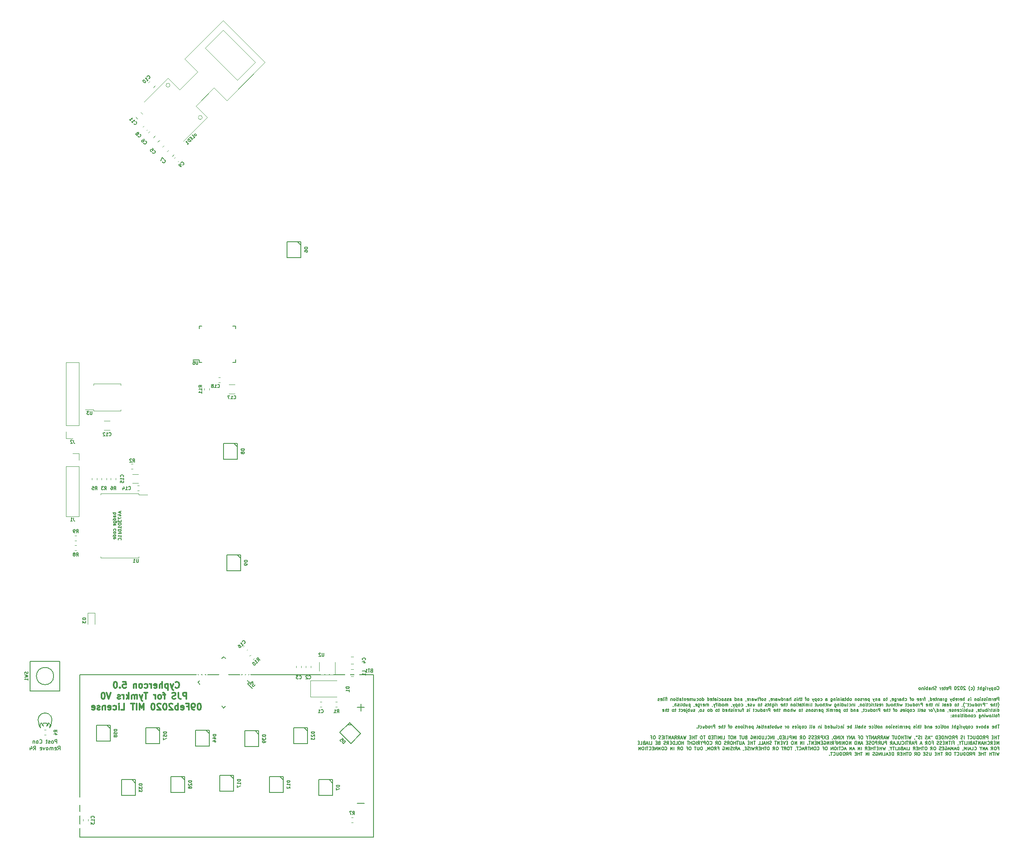
<source format=gbo>
G04 #@! TF.GenerationSoftware,KiCad,Pcbnew,(5.1.5)-3*
G04 #@! TF.CreationDate,2020-02-10T18:46:58-06:00*
G04 #@! TF.ProjectId,tymkrs_Cyphercon_2020_llama,74796d6b-7273-45f4-9379-70686572636f,V0*
G04 #@! TF.SameCoordinates,Original*
G04 #@! TF.FileFunction,Legend,Bot*
G04 #@! TF.FilePolarity,Positive*
%FSLAX46Y46*%
G04 Gerber Fmt 4.6, Leading zero omitted, Abs format (unit mm)*
G04 Created by KiCad (PCBNEW (5.1.5)-3) date 2020-02-10 18:46:58*
%MOMM*%
%LPD*%
G04 APERTURE LIST*
%ADD10C,0.158750*%
%ADD11C,0.300000*%
%ADD12C,0.190500*%
%ADD13C,0.120000*%
%ADD14C,0.150000*%
%ADD15C,0.180000*%
%ADD16C,0.177800*%
%ADD17C,0.127000*%
%ADD18C,1.574800*%
%ADD19R,1.574800X1.574800*%
%ADD20C,0.100000*%
%ADD21R,1.350800X1.600800*%
%ADD22R,1.550800X0.350800*%
%ADD23R,0.350800X1.550800*%
%ADD24R,3.550801X3.550801*%
%ADD25R,2.650800X1.450800*%
%ADD26C,2.500000*%
%ADD27C,0.685800*%
%ADD28R,0.700800X1.110800*%
%ADD29O,1.750800X1.750800*%
%ADD30R,1.750800X1.750800*%
%ADD31R,0.850800X1.450800*%
%ADD32R,2.550800X1.850800*%
%ADD33C,1.828800*%
%ADD34R,1.828800X1.828800*%
G04 APERTURE END LIST*
D10*
X104506636Y-131354285D02*
X103871636Y-131354285D01*
X104113541Y-131354285D02*
X104083303Y-131414761D01*
X104083303Y-131535714D01*
X104113541Y-131596190D01*
X104143779Y-131626428D01*
X104204255Y-131656666D01*
X104385684Y-131656666D01*
X104446160Y-131626428D01*
X104476398Y-131596190D01*
X104506636Y-131535714D01*
X104506636Y-131414761D01*
X104476398Y-131354285D01*
X104506636Y-132200952D02*
X104174017Y-132200952D01*
X104113541Y-132170714D01*
X104083303Y-132110238D01*
X104083303Y-131989285D01*
X104113541Y-131928809D01*
X104476398Y-132200952D02*
X104506636Y-132140476D01*
X104506636Y-131989285D01*
X104476398Y-131928809D01*
X104415922Y-131898571D01*
X104355446Y-131898571D01*
X104294970Y-131928809D01*
X104264732Y-131989285D01*
X104264732Y-132140476D01*
X104234494Y-132200952D01*
X104506636Y-132775476D02*
X103871636Y-132775476D01*
X104476398Y-132775476D02*
X104506636Y-132715000D01*
X104506636Y-132594047D01*
X104476398Y-132533571D01*
X104446160Y-132503333D01*
X104385684Y-132473095D01*
X104204255Y-132473095D01*
X104143779Y-132503333D01*
X104113541Y-132533571D01*
X104083303Y-132594047D01*
X104083303Y-132715000D01*
X104113541Y-132775476D01*
X104083303Y-133350000D02*
X104597351Y-133350000D01*
X104657827Y-133319761D01*
X104688065Y-133289523D01*
X104718303Y-133229047D01*
X104718303Y-133138333D01*
X104688065Y-133077857D01*
X104476398Y-133350000D02*
X104506636Y-133289523D01*
X104506636Y-133168571D01*
X104476398Y-133108095D01*
X104446160Y-133077857D01*
X104385684Y-133047619D01*
X104204255Y-133047619D01*
X104143779Y-133077857D01*
X104113541Y-133108095D01*
X104083303Y-133168571D01*
X104083303Y-133289523D01*
X104113541Y-133350000D01*
X104476398Y-133894285D02*
X104506636Y-133833809D01*
X104506636Y-133712857D01*
X104476398Y-133652380D01*
X104415922Y-133622142D01*
X104174017Y-133622142D01*
X104113541Y-133652380D01*
X104083303Y-133712857D01*
X104083303Y-133833809D01*
X104113541Y-133894285D01*
X104174017Y-133924523D01*
X104234494Y-133924523D01*
X104294970Y-133622142D01*
X104476398Y-134952619D02*
X104506636Y-134892142D01*
X104506636Y-134771190D01*
X104476398Y-134710714D01*
X104446160Y-134680476D01*
X104385684Y-134650238D01*
X104204255Y-134650238D01*
X104143779Y-134680476D01*
X104113541Y-134710714D01*
X104083303Y-134771190D01*
X104083303Y-134892142D01*
X104113541Y-134952619D01*
X104506636Y-135315476D02*
X104476398Y-135255000D01*
X104446160Y-135224761D01*
X104385684Y-135194523D01*
X104204255Y-135194523D01*
X104143779Y-135224761D01*
X104113541Y-135255000D01*
X104083303Y-135315476D01*
X104083303Y-135406190D01*
X104113541Y-135466666D01*
X104143779Y-135496904D01*
X104204255Y-135527142D01*
X104385684Y-135527142D01*
X104446160Y-135496904D01*
X104476398Y-135466666D01*
X104506636Y-135406190D01*
X104506636Y-135315476D01*
X104506636Y-136071428D02*
X103871636Y-136071428D01*
X104476398Y-136071428D02*
X104506636Y-136010952D01*
X104506636Y-135890000D01*
X104476398Y-135829523D01*
X104446160Y-135799285D01*
X104385684Y-135769047D01*
X104204255Y-135769047D01*
X104143779Y-135799285D01*
X104113541Y-135829523D01*
X104083303Y-135890000D01*
X104083303Y-136010952D01*
X104113541Y-136071428D01*
X104476398Y-136615714D02*
X104506636Y-136555238D01*
X104506636Y-136434285D01*
X104476398Y-136373809D01*
X104415922Y-136343571D01*
X104174017Y-136343571D01*
X104113541Y-136373809D01*
X104083303Y-136434285D01*
X104083303Y-136555238D01*
X104113541Y-136615714D01*
X104174017Y-136645952D01*
X104234494Y-136645952D01*
X104294970Y-136343571D01*
X105436458Y-131097261D02*
X105436458Y-131399642D01*
X105617886Y-131036785D02*
X104982886Y-131248452D01*
X105617886Y-131460119D01*
X105194553Y-131943928D02*
X105617886Y-131943928D01*
X104952648Y-131792738D02*
X105406220Y-131641547D01*
X105406220Y-132034642D01*
X104982886Y-132216071D02*
X104982886Y-132639404D01*
X105617886Y-132367261D01*
X104982886Y-132820833D02*
X104982886Y-133213928D01*
X105224791Y-133002261D01*
X105224791Y-133092976D01*
X105255029Y-133153452D01*
X105285267Y-133183690D01*
X105345744Y-133213928D01*
X105496934Y-133213928D01*
X105557410Y-133183690D01*
X105587648Y-133153452D01*
X105617886Y-133092976D01*
X105617886Y-132911547D01*
X105587648Y-132851071D01*
X105557410Y-132820833D01*
X105617886Y-133486071D02*
X104982886Y-133486071D01*
X104982886Y-133637261D01*
X105013125Y-133727976D01*
X105073601Y-133788452D01*
X105134077Y-133818690D01*
X105255029Y-133848928D01*
X105345744Y-133848928D01*
X105466696Y-133818690D01*
X105527172Y-133788452D01*
X105587648Y-133727976D01*
X105617886Y-133637261D01*
X105617886Y-133486071D01*
X105617886Y-134453690D02*
X105617886Y-134090833D01*
X105617886Y-134272261D02*
X104982886Y-134272261D01*
X105073601Y-134211785D01*
X105134077Y-134151309D01*
X105164315Y-134090833D01*
X104982886Y-134846785D02*
X104982886Y-134907261D01*
X105013125Y-134967738D01*
X105043363Y-134997976D01*
X105103839Y-135028214D01*
X105224791Y-135058452D01*
X105375982Y-135058452D01*
X105496934Y-135028214D01*
X105557410Y-134997976D01*
X105587648Y-134967738D01*
X105617886Y-134907261D01*
X105617886Y-134846785D01*
X105587648Y-134786309D01*
X105557410Y-134756071D01*
X105496934Y-134725833D01*
X105375982Y-134695595D01*
X105224791Y-134695595D01*
X105103839Y-134725833D01*
X105043363Y-134756071D01*
X105013125Y-134786309D01*
X104982886Y-134846785D01*
X105617886Y-135602738D02*
X104982886Y-135602738D01*
X105587648Y-135602738D02*
X105617886Y-135542261D01*
X105617886Y-135421309D01*
X105587648Y-135360833D01*
X105557410Y-135330595D01*
X105496934Y-135300357D01*
X105315505Y-135300357D01*
X105255029Y-135330595D01*
X105224791Y-135360833D01*
X105194553Y-135421309D01*
X105194553Y-135542261D01*
X105224791Y-135602738D01*
X105617886Y-136237738D02*
X105617886Y-135874880D01*
X105617886Y-136056309D02*
X104982886Y-136056309D01*
X105073601Y-135995833D01*
X105134077Y-135935357D01*
X105164315Y-135874880D01*
X105557410Y-136872738D02*
X105587648Y-136842500D01*
X105617886Y-136751785D01*
X105617886Y-136691309D01*
X105587648Y-136600595D01*
X105527172Y-136540119D01*
X105466696Y-136509880D01*
X105345744Y-136479642D01*
X105255029Y-136479642D01*
X105134077Y-136509880D01*
X105073601Y-136540119D01*
X105013125Y-136600595D01*
X104982886Y-136691309D01*
X104982886Y-136751785D01*
X105013125Y-136842500D01*
X105043363Y-136872738D01*
X283100764Y-167152410D02*
X283131002Y-167182648D01*
X283221717Y-167212886D01*
X283282193Y-167212886D01*
X283372907Y-167182648D01*
X283433383Y-167122172D01*
X283463622Y-167061696D01*
X283493860Y-166940744D01*
X283493860Y-166850029D01*
X283463622Y-166729077D01*
X283433383Y-166668601D01*
X283372907Y-166608125D01*
X283282193Y-166577886D01*
X283221717Y-166577886D01*
X283131002Y-166608125D01*
X283100764Y-166638363D01*
X282737907Y-167212886D02*
X282798383Y-167182648D01*
X282828622Y-167152410D01*
X282858860Y-167091934D01*
X282858860Y-166910505D01*
X282828622Y-166850029D01*
X282798383Y-166819791D01*
X282737907Y-166789553D01*
X282647193Y-166789553D01*
X282586717Y-166819791D01*
X282556479Y-166850029D01*
X282526241Y-166910505D01*
X282526241Y-167091934D01*
X282556479Y-167152410D01*
X282586717Y-167182648D01*
X282647193Y-167212886D01*
X282737907Y-167212886D01*
X282254098Y-166789553D02*
X282254098Y-167424553D01*
X282254098Y-166819791D02*
X282193622Y-166789553D01*
X282072669Y-166789553D01*
X282012193Y-166819791D01*
X281981955Y-166850029D01*
X281951717Y-166910505D01*
X281951717Y-167091934D01*
X281981955Y-167152410D01*
X282012193Y-167182648D01*
X282072669Y-167212886D01*
X282193622Y-167212886D01*
X282254098Y-167182648D01*
X281740050Y-166789553D02*
X281588860Y-167212886D01*
X281437669Y-166789553D02*
X281588860Y-167212886D01*
X281649336Y-167364077D01*
X281679574Y-167394315D01*
X281740050Y-167424553D01*
X281195764Y-167212886D02*
X281195764Y-166789553D01*
X281195764Y-166910505D02*
X281165526Y-166850029D01*
X281135288Y-166819791D01*
X281074812Y-166789553D01*
X281014336Y-166789553D01*
X280802669Y-167212886D02*
X280802669Y-166789553D01*
X280802669Y-166577886D02*
X280832907Y-166608125D01*
X280802669Y-166638363D01*
X280772431Y-166608125D01*
X280802669Y-166577886D01*
X280802669Y-166638363D01*
X280228145Y-166789553D02*
X280228145Y-167303601D01*
X280258383Y-167364077D01*
X280288622Y-167394315D01*
X280349098Y-167424553D01*
X280439812Y-167424553D01*
X280500288Y-167394315D01*
X280228145Y-167182648D02*
X280288622Y-167212886D01*
X280409574Y-167212886D01*
X280470050Y-167182648D01*
X280500288Y-167152410D01*
X280530526Y-167091934D01*
X280530526Y-166910505D01*
X280500288Y-166850029D01*
X280470050Y-166819791D01*
X280409574Y-166789553D01*
X280288622Y-166789553D01*
X280228145Y-166819791D01*
X279925764Y-167212886D02*
X279925764Y-166577886D01*
X279653622Y-167212886D02*
X279653622Y-166880267D01*
X279683860Y-166819791D01*
X279744336Y-166789553D01*
X279835050Y-166789553D01*
X279895526Y-166819791D01*
X279925764Y-166850029D01*
X279441955Y-166789553D02*
X279200050Y-166789553D01*
X279351241Y-166577886D02*
X279351241Y-167122172D01*
X279321002Y-167182648D01*
X279260526Y-167212886D01*
X279200050Y-167212886D01*
X278323145Y-167454791D02*
X278353383Y-167424553D01*
X278413860Y-167333839D01*
X278444098Y-167273363D01*
X278474336Y-167182648D01*
X278504574Y-167031458D01*
X278504574Y-166910505D01*
X278474336Y-166759315D01*
X278444098Y-166668601D01*
X278413860Y-166608125D01*
X278353383Y-166517410D01*
X278323145Y-166487172D01*
X277809098Y-167182648D02*
X277869574Y-167212886D01*
X277990526Y-167212886D01*
X278051002Y-167182648D01*
X278081241Y-167152410D01*
X278111479Y-167091934D01*
X278111479Y-166910505D01*
X278081241Y-166850029D01*
X278051002Y-166819791D01*
X277990526Y-166789553D01*
X277869574Y-166789553D01*
X277809098Y-166819791D01*
X277597431Y-167454791D02*
X277567193Y-167424553D01*
X277506717Y-167333839D01*
X277476479Y-167273363D01*
X277446241Y-167182648D01*
X277416002Y-167031458D01*
X277416002Y-166910505D01*
X277446241Y-166759315D01*
X277476479Y-166668601D01*
X277506717Y-166608125D01*
X277567193Y-166517410D01*
X277597431Y-166487172D01*
X276660050Y-166638363D02*
X276629812Y-166608125D01*
X276569336Y-166577886D01*
X276418145Y-166577886D01*
X276357669Y-166608125D01*
X276327431Y-166638363D01*
X276297193Y-166698839D01*
X276297193Y-166759315D01*
X276327431Y-166850029D01*
X276690288Y-167212886D01*
X276297193Y-167212886D01*
X275904098Y-166577886D02*
X275843622Y-166577886D01*
X275783145Y-166608125D01*
X275752907Y-166638363D01*
X275722669Y-166698839D01*
X275692431Y-166819791D01*
X275692431Y-166970982D01*
X275722669Y-167091934D01*
X275752907Y-167152410D01*
X275783145Y-167182648D01*
X275843622Y-167212886D01*
X275904098Y-167212886D01*
X275964574Y-167182648D01*
X275994812Y-167152410D01*
X276025050Y-167091934D01*
X276055288Y-166970982D01*
X276055288Y-166819791D01*
X276025050Y-166698839D01*
X275994812Y-166638363D01*
X275964574Y-166608125D01*
X275904098Y-166577886D01*
X275450526Y-166638363D02*
X275420288Y-166608125D01*
X275359812Y-166577886D01*
X275208622Y-166577886D01*
X275148145Y-166608125D01*
X275117907Y-166638363D01*
X275087669Y-166698839D01*
X275087669Y-166759315D01*
X275117907Y-166850029D01*
X275480764Y-167212886D01*
X275087669Y-167212886D01*
X274694574Y-166577886D02*
X274634098Y-166577886D01*
X274573622Y-166608125D01*
X274543383Y-166638363D01*
X274513145Y-166698839D01*
X274482907Y-166819791D01*
X274482907Y-166970982D01*
X274513145Y-167091934D01*
X274543383Y-167152410D01*
X274573622Y-167182648D01*
X274634098Y-167212886D01*
X274694574Y-167212886D01*
X274755050Y-167182648D01*
X274785288Y-167152410D01*
X274815526Y-167091934D01*
X274845764Y-166970982D01*
X274845764Y-166819791D01*
X274815526Y-166698839D01*
X274785288Y-166638363D01*
X274755050Y-166608125D01*
X274694574Y-166577886D01*
X273726955Y-167212886D02*
X273726955Y-166577886D01*
X273485050Y-166577886D01*
X273424574Y-166608125D01*
X273394336Y-166638363D01*
X273364098Y-166698839D01*
X273364098Y-166789553D01*
X273394336Y-166850029D01*
X273424574Y-166880267D01*
X273485050Y-166910505D01*
X273726955Y-166910505D01*
X272850050Y-167182648D02*
X272910526Y-167212886D01*
X273031479Y-167212886D01*
X273091955Y-167182648D01*
X273122193Y-167122172D01*
X273122193Y-166880267D01*
X273091955Y-166819791D01*
X273031479Y-166789553D01*
X272910526Y-166789553D01*
X272850050Y-166819791D01*
X272819812Y-166880267D01*
X272819812Y-166940744D01*
X273122193Y-167001220D01*
X272638383Y-166789553D02*
X272396479Y-166789553D01*
X272547669Y-166577886D02*
X272547669Y-167122172D01*
X272517431Y-167182648D01*
X272456955Y-167212886D01*
X272396479Y-167212886D01*
X271942907Y-167182648D02*
X272003383Y-167212886D01*
X272124336Y-167212886D01*
X272184812Y-167182648D01*
X272215050Y-167122172D01*
X272215050Y-166880267D01*
X272184812Y-166819791D01*
X272124336Y-166789553D01*
X272003383Y-166789553D01*
X271942907Y-166819791D01*
X271912669Y-166880267D01*
X271912669Y-166940744D01*
X272215050Y-167001220D01*
X271640526Y-167212886D02*
X271640526Y-166789553D01*
X271640526Y-166910505D02*
X271610288Y-166850029D01*
X271580050Y-166819791D01*
X271519574Y-166789553D01*
X271459098Y-166789553D01*
X270793860Y-167182648D02*
X270703145Y-167212886D01*
X270551955Y-167212886D01*
X270491479Y-167182648D01*
X270461241Y-167152410D01*
X270431002Y-167091934D01*
X270431002Y-167031458D01*
X270461241Y-166970982D01*
X270491479Y-166940744D01*
X270551955Y-166910505D01*
X270672907Y-166880267D01*
X270733383Y-166850029D01*
X270763622Y-166819791D01*
X270793860Y-166759315D01*
X270793860Y-166698839D01*
X270763622Y-166638363D01*
X270733383Y-166608125D01*
X270672907Y-166577886D01*
X270521717Y-166577886D01*
X270431002Y-166608125D01*
X270158860Y-167212886D02*
X270158860Y-166577886D01*
X269886717Y-167212886D02*
X269886717Y-166880267D01*
X269916955Y-166819791D01*
X269977431Y-166789553D01*
X270068145Y-166789553D01*
X270128622Y-166819791D01*
X270158860Y-166850029D01*
X269312193Y-167212886D02*
X269312193Y-166880267D01*
X269342431Y-166819791D01*
X269402907Y-166789553D01*
X269523860Y-166789553D01*
X269584336Y-166819791D01*
X269312193Y-167182648D02*
X269372669Y-167212886D01*
X269523860Y-167212886D01*
X269584336Y-167182648D01*
X269614574Y-167122172D01*
X269614574Y-167061696D01*
X269584336Y-167001220D01*
X269523860Y-166970982D01*
X269372669Y-166970982D01*
X269312193Y-166940744D01*
X269009812Y-167212886D02*
X269009812Y-166577886D01*
X269009812Y-166819791D02*
X268949336Y-166789553D01*
X268828383Y-166789553D01*
X268767907Y-166819791D01*
X268737669Y-166850029D01*
X268707431Y-166910505D01*
X268707431Y-167091934D01*
X268737669Y-167152410D01*
X268767907Y-167182648D01*
X268828383Y-167212886D01*
X268949336Y-167212886D01*
X269009812Y-167182648D01*
X268435288Y-167212886D02*
X268435288Y-166789553D01*
X268435288Y-166577886D02*
X268465526Y-166608125D01*
X268435288Y-166638363D01*
X268405050Y-166608125D01*
X268435288Y-166577886D01*
X268435288Y-166638363D01*
X268132907Y-166789553D02*
X268132907Y-167212886D01*
X268132907Y-166850029D02*
X268102669Y-166819791D01*
X268042193Y-166789553D01*
X267951479Y-166789553D01*
X267891002Y-166819791D01*
X267860764Y-166880267D01*
X267860764Y-167212886D01*
X267467669Y-167212886D02*
X267528145Y-167182648D01*
X267558383Y-167152410D01*
X267588622Y-167091934D01*
X267588622Y-166910505D01*
X267558383Y-166850029D01*
X267528145Y-166819791D01*
X267467669Y-166789553D01*
X267376955Y-166789553D01*
X267316479Y-166819791D01*
X267286241Y-166850029D01*
X267256002Y-166910505D01*
X267256002Y-167091934D01*
X267286241Y-167152410D01*
X267316479Y-167182648D01*
X267376955Y-167212886D01*
X267467669Y-167212886D01*
X283463622Y-169435386D02*
X283463622Y-168800386D01*
X283221717Y-168800386D01*
X283161241Y-168830625D01*
X283131002Y-168860863D01*
X283100764Y-168921339D01*
X283100764Y-169012053D01*
X283131002Y-169072529D01*
X283161241Y-169102767D01*
X283221717Y-169133005D01*
X283463622Y-169133005D01*
X282586717Y-169405148D02*
X282647193Y-169435386D01*
X282768145Y-169435386D01*
X282828622Y-169405148D01*
X282858860Y-169344672D01*
X282858860Y-169102767D01*
X282828622Y-169042291D01*
X282768145Y-169012053D01*
X282647193Y-169012053D01*
X282586717Y-169042291D01*
X282556479Y-169102767D01*
X282556479Y-169163244D01*
X282858860Y-169223720D01*
X282284336Y-169435386D02*
X282284336Y-169012053D01*
X282284336Y-169133005D02*
X282254098Y-169072529D01*
X282223860Y-169042291D01*
X282163383Y-169012053D01*
X282102907Y-169012053D01*
X281891241Y-169435386D02*
X281891241Y-169012053D01*
X281891241Y-169072529D02*
X281861002Y-169042291D01*
X281800526Y-169012053D01*
X281709812Y-169012053D01*
X281649336Y-169042291D01*
X281619098Y-169102767D01*
X281619098Y-169435386D01*
X281619098Y-169102767D02*
X281588860Y-169042291D01*
X281528383Y-169012053D01*
X281437669Y-169012053D01*
X281377193Y-169042291D01*
X281346955Y-169102767D01*
X281346955Y-169435386D01*
X281044574Y-169435386D02*
X281044574Y-169012053D01*
X281044574Y-168800386D02*
X281074812Y-168830625D01*
X281044574Y-168860863D01*
X281014336Y-168830625D01*
X281044574Y-168800386D01*
X281044574Y-168860863D01*
X280772431Y-169405148D02*
X280711955Y-169435386D01*
X280591002Y-169435386D01*
X280530526Y-169405148D01*
X280500288Y-169344672D01*
X280500288Y-169314434D01*
X280530526Y-169253958D01*
X280591002Y-169223720D01*
X280681717Y-169223720D01*
X280742193Y-169193482D01*
X280772431Y-169133005D01*
X280772431Y-169102767D01*
X280742193Y-169042291D01*
X280681717Y-169012053D01*
X280591002Y-169012053D01*
X280530526Y-169042291D01*
X280258383Y-169405148D02*
X280197907Y-169435386D01*
X280076955Y-169435386D01*
X280016479Y-169405148D01*
X279986241Y-169344672D01*
X279986241Y-169314434D01*
X280016479Y-169253958D01*
X280076955Y-169223720D01*
X280167669Y-169223720D01*
X280228145Y-169193482D01*
X280258383Y-169133005D01*
X280258383Y-169102767D01*
X280228145Y-169042291D01*
X280167669Y-169012053D01*
X280076955Y-169012053D01*
X280016479Y-169042291D01*
X279714098Y-169435386D02*
X279714098Y-169012053D01*
X279714098Y-168800386D02*
X279744336Y-168830625D01*
X279714098Y-168860863D01*
X279683860Y-168830625D01*
X279714098Y-168800386D01*
X279714098Y-168860863D01*
X279321002Y-169435386D02*
X279381479Y-169405148D01*
X279411717Y-169374910D01*
X279441955Y-169314434D01*
X279441955Y-169133005D01*
X279411717Y-169072529D01*
X279381479Y-169042291D01*
X279321002Y-169012053D01*
X279230288Y-169012053D01*
X279169812Y-169042291D01*
X279139574Y-169072529D01*
X279109336Y-169133005D01*
X279109336Y-169314434D01*
X279139574Y-169374910D01*
X279169812Y-169405148D01*
X279230288Y-169435386D01*
X279321002Y-169435386D01*
X278837193Y-169012053D02*
X278837193Y-169435386D01*
X278837193Y-169072529D02*
X278806955Y-169042291D01*
X278746479Y-169012053D01*
X278655764Y-169012053D01*
X278595288Y-169042291D01*
X278565050Y-169102767D01*
X278565050Y-169435386D01*
X277778860Y-169435386D02*
X277778860Y-169012053D01*
X277778860Y-168800386D02*
X277809098Y-168830625D01*
X277778860Y-168860863D01*
X277748622Y-168830625D01*
X277778860Y-168800386D01*
X277778860Y-168860863D01*
X277506717Y-169405148D02*
X277446241Y-169435386D01*
X277325288Y-169435386D01*
X277264812Y-169405148D01*
X277234574Y-169344672D01*
X277234574Y-169314434D01*
X277264812Y-169253958D01*
X277325288Y-169223720D01*
X277416002Y-169223720D01*
X277476479Y-169193482D01*
X277506717Y-169133005D01*
X277506717Y-169102767D01*
X277476479Y-169042291D01*
X277416002Y-169012053D01*
X277325288Y-169012053D01*
X277264812Y-169042291D01*
X276478622Y-169435386D02*
X276478622Y-168800386D01*
X276206479Y-169435386D02*
X276206479Y-169102767D01*
X276236717Y-169042291D01*
X276297193Y-169012053D01*
X276387907Y-169012053D01*
X276448383Y-169042291D01*
X276478622Y-169072529D01*
X275662193Y-169405148D02*
X275722669Y-169435386D01*
X275843622Y-169435386D01*
X275904098Y-169405148D01*
X275934336Y-169344672D01*
X275934336Y-169102767D01*
X275904098Y-169042291D01*
X275843622Y-169012053D01*
X275722669Y-169012053D01*
X275662193Y-169042291D01*
X275631955Y-169102767D01*
X275631955Y-169163244D01*
X275934336Y-169223720D01*
X275359812Y-169435386D02*
X275359812Y-169012053D01*
X275359812Y-169133005D02*
X275329574Y-169072529D01*
X275299336Y-169042291D01*
X275238860Y-169012053D01*
X275178383Y-169012053D01*
X274724812Y-169405148D02*
X274785288Y-169435386D01*
X274906241Y-169435386D01*
X274966717Y-169405148D01*
X274996955Y-169344672D01*
X274996955Y-169102767D01*
X274966717Y-169042291D01*
X274906241Y-169012053D01*
X274785288Y-169012053D01*
X274724812Y-169042291D01*
X274694574Y-169102767D01*
X274694574Y-169163244D01*
X274996955Y-169223720D01*
X274422431Y-169435386D02*
X274422431Y-168800386D01*
X274422431Y-169042291D02*
X274361955Y-169012053D01*
X274241002Y-169012053D01*
X274180526Y-169042291D01*
X274150288Y-169072529D01*
X274120050Y-169133005D01*
X274120050Y-169314434D01*
X274150288Y-169374910D01*
X274180526Y-169405148D01*
X274241002Y-169435386D01*
X274361955Y-169435386D01*
X274422431Y-169405148D01*
X273908383Y-169012053D02*
X273757193Y-169435386D01*
X273606002Y-169012053D02*
X273757193Y-169435386D01*
X273817669Y-169586577D01*
X273847907Y-169616815D01*
X273908383Y-169647053D01*
X272608145Y-169012053D02*
X272608145Y-169526101D01*
X272638383Y-169586577D01*
X272668622Y-169616815D01*
X272729098Y-169647053D01*
X272819812Y-169647053D01*
X272880288Y-169616815D01*
X272608145Y-169405148D02*
X272668622Y-169435386D01*
X272789574Y-169435386D01*
X272850050Y-169405148D01*
X272880288Y-169374910D01*
X272910526Y-169314434D01*
X272910526Y-169133005D01*
X272880288Y-169072529D01*
X272850050Y-169042291D01*
X272789574Y-169012053D01*
X272668622Y-169012053D01*
X272608145Y-169042291D01*
X272305764Y-169435386D02*
X272305764Y-169012053D01*
X272305764Y-169133005D02*
X272275526Y-169072529D01*
X272245288Y-169042291D01*
X272184812Y-169012053D01*
X272124336Y-169012053D01*
X271640526Y-169435386D02*
X271640526Y-169102767D01*
X271670764Y-169042291D01*
X271731241Y-169012053D01*
X271852193Y-169012053D01*
X271912669Y-169042291D01*
X271640526Y-169405148D02*
X271701002Y-169435386D01*
X271852193Y-169435386D01*
X271912669Y-169405148D01*
X271942907Y-169344672D01*
X271942907Y-169284196D01*
X271912669Y-169223720D01*
X271852193Y-169193482D01*
X271701002Y-169193482D01*
X271640526Y-169163244D01*
X271338145Y-169012053D02*
X271338145Y-169435386D01*
X271338145Y-169072529D02*
X271307907Y-169042291D01*
X271247431Y-169012053D01*
X271156717Y-169012053D01*
X271096241Y-169042291D01*
X271066002Y-169102767D01*
X271066002Y-169435386D01*
X270854336Y-169012053D02*
X270612431Y-169012053D01*
X270763622Y-168800386D02*
X270763622Y-169344672D01*
X270733383Y-169405148D01*
X270672907Y-169435386D01*
X270612431Y-169435386D01*
X270158860Y-169405148D02*
X270219336Y-169435386D01*
X270340288Y-169435386D01*
X270400764Y-169405148D01*
X270431002Y-169344672D01*
X270431002Y-169102767D01*
X270400764Y-169042291D01*
X270340288Y-169012053D01*
X270219336Y-169012053D01*
X270158860Y-169042291D01*
X270128622Y-169102767D01*
X270128622Y-169163244D01*
X270431002Y-169223720D01*
X269584336Y-169435386D02*
X269584336Y-168800386D01*
X269584336Y-169405148D02*
X269644812Y-169435386D01*
X269765764Y-169435386D01*
X269826241Y-169405148D01*
X269856479Y-169374910D01*
X269886717Y-169314434D01*
X269886717Y-169133005D01*
X269856479Y-169072529D01*
X269826241Y-169042291D01*
X269765764Y-169012053D01*
X269644812Y-169012053D01*
X269584336Y-169042291D01*
X269251717Y-169405148D02*
X269251717Y-169435386D01*
X269281955Y-169495863D01*
X269312193Y-169526101D01*
X268586479Y-169012053D02*
X268344574Y-169012053D01*
X268495764Y-169435386D02*
X268495764Y-168891101D01*
X268465526Y-168830625D01*
X268405050Y-168800386D01*
X268344574Y-168800386D01*
X268132907Y-169435386D02*
X268132907Y-169012053D01*
X268132907Y-169133005D02*
X268102669Y-169072529D01*
X268072431Y-169042291D01*
X268011955Y-169012053D01*
X267951479Y-169012053D01*
X267497907Y-169405148D02*
X267558383Y-169435386D01*
X267679336Y-169435386D01*
X267739812Y-169405148D01*
X267770050Y-169344672D01*
X267770050Y-169102767D01*
X267739812Y-169042291D01*
X267679336Y-169012053D01*
X267558383Y-169012053D01*
X267497907Y-169042291D01*
X267467669Y-169102767D01*
X267467669Y-169163244D01*
X267770050Y-169223720D01*
X266953622Y-169405148D02*
X267014098Y-169435386D01*
X267135050Y-169435386D01*
X267195526Y-169405148D01*
X267225764Y-169344672D01*
X267225764Y-169102767D01*
X267195526Y-169042291D01*
X267135050Y-169012053D01*
X267014098Y-169012053D01*
X266953622Y-169042291D01*
X266923383Y-169102767D01*
X266923383Y-169163244D01*
X267225764Y-169223720D01*
X266076717Y-169435386D02*
X266137193Y-169405148D01*
X266167431Y-169374910D01*
X266197669Y-169314434D01*
X266197669Y-169133005D01*
X266167431Y-169072529D01*
X266137193Y-169042291D01*
X266076717Y-169012053D01*
X265986002Y-169012053D01*
X265925526Y-169042291D01*
X265895288Y-169072529D01*
X265865050Y-169133005D01*
X265865050Y-169314434D01*
X265895288Y-169374910D01*
X265925526Y-169405148D01*
X265986002Y-169435386D01*
X266076717Y-169435386D01*
X265683622Y-169012053D02*
X265441717Y-169012053D01*
X265592907Y-169435386D02*
X265592907Y-168891101D01*
X265562669Y-168830625D01*
X265502193Y-168800386D01*
X265441717Y-168800386D01*
X264474098Y-169405148D02*
X264534574Y-169435386D01*
X264655526Y-169435386D01*
X264716002Y-169405148D01*
X264746241Y-169374910D01*
X264776479Y-169314434D01*
X264776479Y-169133005D01*
X264746241Y-169072529D01*
X264716002Y-169042291D01*
X264655526Y-169012053D01*
X264534574Y-169012053D01*
X264474098Y-169042291D01*
X264201955Y-169435386D02*
X264201955Y-168800386D01*
X263929812Y-169435386D02*
X263929812Y-169102767D01*
X263960050Y-169042291D01*
X264020526Y-169012053D01*
X264111241Y-169012053D01*
X264171717Y-169042291D01*
X264201955Y-169072529D01*
X263355288Y-169435386D02*
X263355288Y-169102767D01*
X263385526Y-169042291D01*
X263446002Y-169012053D01*
X263566955Y-169012053D01*
X263627431Y-169042291D01*
X263355288Y-169405148D02*
X263415764Y-169435386D01*
X263566955Y-169435386D01*
X263627431Y-169405148D01*
X263657669Y-169344672D01*
X263657669Y-169284196D01*
X263627431Y-169223720D01*
X263566955Y-169193482D01*
X263415764Y-169193482D01*
X263355288Y-169163244D01*
X263052907Y-169435386D02*
X263052907Y-169012053D01*
X263052907Y-169133005D02*
X263022669Y-169072529D01*
X262992431Y-169042291D01*
X262931955Y-169012053D01*
X262871479Y-169012053D01*
X262387669Y-169012053D02*
X262387669Y-169526101D01*
X262417907Y-169586577D01*
X262448145Y-169616815D01*
X262508622Y-169647053D01*
X262599336Y-169647053D01*
X262659812Y-169616815D01*
X262387669Y-169405148D02*
X262448145Y-169435386D01*
X262569098Y-169435386D01*
X262629574Y-169405148D01*
X262659812Y-169374910D01*
X262690050Y-169314434D01*
X262690050Y-169133005D01*
X262659812Y-169072529D01*
X262629574Y-169042291D01*
X262569098Y-169012053D01*
X262448145Y-169012053D01*
X262387669Y-169042291D01*
X261843383Y-169405148D02*
X261903860Y-169435386D01*
X262024812Y-169435386D01*
X262085288Y-169405148D01*
X262115526Y-169344672D01*
X262115526Y-169102767D01*
X262085288Y-169042291D01*
X262024812Y-169012053D01*
X261903860Y-169012053D01*
X261843383Y-169042291D01*
X261813145Y-169102767D01*
X261813145Y-169163244D01*
X262115526Y-169223720D01*
X261510764Y-169405148D02*
X261510764Y-169435386D01*
X261541002Y-169495863D01*
X261571241Y-169526101D01*
X260845526Y-169012053D02*
X260603622Y-169012053D01*
X260754812Y-168800386D02*
X260754812Y-169344672D01*
X260724574Y-169405148D01*
X260664098Y-169435386D01*
X260603622Y-169435386D01*
X260301241Y-169435386D02*
X260361717Y-169405148D01*
X260391955Y-169374910D01*
X260422193Y-169314434D01*
X260422193Y-169133005D01*
X260391955Y-169072529D01*
X260361717Y-169042291D01*
X260301241Y-169012053D01*
X260210526Y-169012053D01*
X260150050Y-169042291D01*
X260119812Y-169072529D01*
X260089574Y-169133005D01*
X260089574Y-169314434D01*
X260119812Y-169374910D01*
X260150050Y-169405148D01*
X260210526Y-169435386D01*
X260301241Y-169435386D01*
X259061479Y-169435386D02*
X259061479Y-169102767D01*
X259091717Y-169042291D01*
X259152193Y-169012053D01*
X259273145Y-169012053D01*
X259333622Y-169042291D01*
X259061479Y-169405148D02*
X259121955Y-169435386D01*
X259273145Y-169435386D01*
X259333622Y-169405148D01*
X259363860Y-169344672D01*
X259363860Y-169284196D01*
X259333622Y-169223720D01*
X259273145Y-169193482D01*
X259121955Y-169193482D01*
X259061479Y-169163244D01*
X258759098Y-169012053D02*
X258759098Y-169435386D01*
X258759098Y-169072529D02*
X258728860Y-169042291D01*
X258668383Y-169012053D01*
X258577669Y-169012053D01*
X258517193Y-169042291D01*
X258486955Y-169102767D01*
X258486955Y-169435386D01*
X258245050Y-169012053D02*
X258093860Y-169435386D01*
X257942669Y-169012053D02*
X258093860Y-169435386D01*
X258154336Y-169586577D01*
X258184574Y-169616815D01*
X258245050Y-169647053D01*
X257216955Y-169012053D02*
X257216955Y-169647053D01*
X257216955Y-169042291D02*
X257156479Y-169012053D01*
X257035526Y-169012053D01*
X256975050Y-169042291D01*
X256944812Y-169072529D01*
X256914574Y-169133005D01*
X256914574Y-169314434D01*
X256944812Y-169374910D01*
X256975050Y-169405148D01*
X257035526Y-169435386D01*
X257156479Y-169435386D01*
X257216955Y-169405148D01*
X256400526Y-169405148D02*
X256461002Y-169435386D01*
X256581955Y-169435386D01*
X256642431Y-169405148D01*
X256672669Y-169344672D01*
X256672669Y-169102767D01*
X256642431Y-169042291D01*
X256581955Y-169012053D01*
X256461002Y-169012053D01*
X256400526Y-169042291D01*
X256370288Y-169102767D01*
X256370288Y-169163244D01*
X256672669Y-169223720D01*
X256098145Y-169435386D02*
X256098145Y-169012053D01*
X256098145Y-169133005D02*
X256067907Y-169072529D01*
X256037669Y-169042291D01*
X255977193Y-169012053D01*
X255916717Y-169012053D01*
X255735288Y-169405148D02*
X255674812Y-169435386D01*
X255553860Y-169435386D01*
X255493383Y-169405148D01*
X255463145Y-169344672D01*
X255463145Y-169314434D01*
X255493383Y-169253958D01*
X255553860Y-169223720D01*
X255644574Y-169223720D01*
X255705050Y-169193482D01*
X255735288Y-169133005D01*
X255735288Y-169102767D01*
X255705050Y-169042291D01*
X255644574Y-169012053D01*
X255553860Y-169012053D01*
X255493383Y-169042291D01*
X255100288Y-169435386D02*
X255160764Y-169405148D01*
X255191002Y-169374910D01*
X255221241Y-169314434D01*
X255221241Y-169133005D01*
X255191002Y-169072529D01*
X255160764Y-169042291D01*
X255100288Y-169012053D01*
X255009574Y-169012053D01*
X254949098Y-169042291D01*
X254918860Y-169072529D01*
X254888622Y-169133005D01*
X254888622Y-169314434D01*
X254918860Y-169374910D01*
X254949098Y-169405148D01*
X255009574Y-169435386D01*
X255100288Y-169435386D01*
X254616479Y-169012053D02*
X254616479Y-169435386D01*
X254616479Y-169072529D02*
X254586241Y-169042291D01*
X254525764Y-169012053D01*
X254435050Y-169012053D01*
X254374574Y-169042291D01*
X254344336Y-169102767D01*
X254344336Y-169435386D01*
X253467431Y-169435386D02*
X253527907Y-169405148D01*
X253558145Y-169374910D01*
X253588383Y-169314434D01*
X253588383Y-169133005D01*
X253558145Y-169072529D01*
X253527907Y-169042291D01*
X253467431Y-169012053D01*
X253376717Y-169012053D01*
X253316241Y-169042291D01*
X253286002Y-169072529D01*
X253255764Y-169133005D01*
X253255764Y-169314434D01*
X253286002Y-169374910D01*
X253316241Y-169405148D01*
X253376717Y-169435386D01*
X253467431Y-169435386D01*
X252983622Y-169435386D02*
X252983622Y-168800386D01*
X252983622Y-169042291D02*
X252923145Y-169012053D01*
X252802193Y-169012053D01*
X252741717Y-169042291D01*
X252711479Y-169072529D01*
X252681241Y-169133005D01*
X252681241Y-169314434D01*
X252711479Y-169374910D01*
X252741717Y-169405148D01*
X252802193Y-169435386D01*
X252923145Y-169435386D01*
X252983622Y-169405148D01*
X252499812Y-169012053D02*
X252257907Y-169012053D01*
X252409098Y-168800386D02*
X252409098Y-169344672D01*
X252378860Y-169405148D01*
X252318383Y-169435386D01*
X252257907Y-169435386D01*
X251774098Y-169435386D02*
X251774098Y-169102767D01*
X251804336Y-169042291D01*
X251864812Y-169012053D01*
X251985764Y-169012053D01*
X252046241Y-169042291D01*
X251774098Y-169405148D02*
X251834574Y-169435386D01*
X251985764Y-169435386D01*
X252046241Y-169405148D01*
X252076479Y-169344672D01*
X252076479Y-169284196D01*
X252046241Y-169223720D01*
X251985764Y-169193482D01*
X251834574Y-169193482D01*
X251774098Y-169163244D01*
X251471717Y-169435386D02*
X251471717Y-169012053D01*
X251471717Y-168800386D02*
X251501955Y-168830625D01*
X251471717Y-168860863D01*
X251441479Y-168830625D01*
X251471717Y-168800386D01*
X251471717Y-168860863D01*
X251169336Y-169012053D02*
X251169336Y-169435386D01*
X251169336Y-169072529D02*
X251139098Y-169042291D01*
X251078622Y-169012053D01*
X250987907Y-169012053D01*
X250927431Y-169042291D01*
X250897193Y-169102767D01*
X250897193Y-169435386D01*
X250594812Y-169435386D02*
X250594812Y-169012053D01*
X250594812Y-168800386D02*
X250625050Y-168830625D01*
X250594812Y-168860863D01*
X250564574Y-168830625D01*
X250594812Y-168800386D01*
X250594812Y-168860863D01*
X250292431Y-169012053D02*
X250292431Y-169435386D01*
X250292431Y-169072529D02*
X250262193Y-169042291D01*
X250201717Y-169012053D01*
X250111002Y-169012053D01*
X250050526Y-169042291D01*
X250020288Y-169102767D01*
X250020288Y-169435386D01*
X249445764Y-169012053D02*
X249445764Y-169526101D01*
X249476002Y-169586577D01*
X249506241Y-169616815D01*
X249566717Y-169647053D01*
X249657431Y-169647053D01*
X249717907Y-169616815D01*
X249445764Y-169405148D02*
X249506241Y-169435386D01*
X249627193Y-169435386D01*
X249687669Y-169405148D01*
X249717907Y-169374910D01*
X249748145Y-169314434D01*
X249748145Y-169133005D01*
X249717907Y-169072529D01*
X249687669Y-169042291D01*
X249627193Y-169012053D01*
X249506241Y-169012053D01*
X249445764Y-169042291D01*
X248387431Y-169435386D02*
X248387431Y-169102767D01*
X248417669Y-169042291D01*
X248478145Y-169012053D01*
X248599098Y-169012053D01*
X248659574Y-169042291D01*
X248387431Y-169405148D02*
X248447907Y-169435386D01*
X248599098Y-169435386D01*
X248659574Y-169405148D01*
X248689812Y-169344672D01*
X248689812Y-169284196D01*
X248659574Y-169223720D01*
X248599098Y-169193482D01*
X248447907Y-169193482D01*
X248387431Y-169163244D01*
X247329098Y-169405148D02*
X247389574Y-169435386D01*
X247510526Y-169435386D01*
X247571002Y-169405148D01*
X247601241Y-169374910D01*
X247631479Y-169314434D01*
X247631479Y-169133005D01*
X247601241Y-169072529D01*
X247571002Y-169042291D01*
X247510526Y-169012053D01*
X247389574Y-169012053D01*
X247329098Y-169042291D01*
X246966241Y-169435386D02*
X247026717Y-169405148D01*
X247056955Y-169374910D01*
X247087193Y-169314434D01*
X247087193Y-169133005D01*
X247056955Y-169072529D01*
X247026717Y-169042291D01*
X246966241Y-169012053D01*
X246875526Y-169012053D01*
X246815050Y-169042291D01*
X246784812Y-169072529D01*
X246754574Y-169133005D01*
X246754574Y-169314434D01*
X246784812Y-169374910D01*
X246815050Y-169405148D01*
X246875526Y-169435386D01*
X246966241Y-169435386D01*
X246482431Y-169012053D02*
X246482431Y-169647053D01*
X246482431Y-169042291D02*
X246421955Y-169012053D01*
X246301002Y-169012053D01*
X246240526Y-169042291D01*
X246210288Y-169072529D01*
X246180050Y-169133005D01*
X246180050Y-169314434D01*
X246210288Y-169374910D01*
X246240526Y-169405148D01*
X246301002Y-169435386D01*
X246421955Y-169435386D01*
X246482431Y-169405148D01*
X245968383Y-169012053D02*
X245817193Y-169435386D01*
X245666002Y-169012053D02*
X245817193Y-169435386D01*
X245877669Y-169586577D01*
X245907907Y-169616815D01*
X245968383Y-169647053D01*
X244849574Y-169435386D02*
X244910050Y-169405148D01*
X244940288Y-169374910D01*
X244970526Y-169314434D01*
X244970526Y-169133005D01*
X244940288Y-169072529D01*
X244910050Y-169042291D01*
X244849574Y-169012053D01*
X244758860Y-169012053D01*
X244698383Y-169042291D01*
X244668145Y-169072529D01*
X244637907Y-169133005D01*
X244637907Y-169314434D01*
X244668145Y-169374910D01*
X244698383Y-169405148D01*
X244758860Y-169435386D01*
X244849574Y-169435386D01*
X244456479Y-169012053D02*
X244214574Y-169012053D01*
X244365764Y-169435386D02*
X244365764Y-168891101D01*
X244335526Y-168830625D01*
X244275050Y-168800386D01*
X244214574Y-168800386D01*
X243609812Y-169012053D02*
X243367907Y-169012053D01*
X243519098Y-168800386D02*
X243519098Y-169344672D01*
X243488860Y-169405148D01*
X243428383Y-169435386D01*
X243367907Y-169435386D01*
X243156241Y-169435386D02*
X243156241Y-168800386D01*
X242884098Y-169435386D02*
X242884098Y-169102767D01*
X242914336Y-169042291D01*
X242974812Y-169012053D01*
X243065526Y-169012053D01*
X243126002Y-169042291D01*
X243156241Y-169072529D01*
X242581717Y-169435386D02*
X242581717Y-169012053D01*
X242581717Y-168800386D02*
X242611955Y-168830625D01*
X242581717Y-168860863D01*
X242551479Y-168830625D01*
X242581717Y-168800386D01*
X242581717Y-168860863D01*
X242309574Y-169405148D02*
X242249098Y-169435386D01*
X242128145Y-169435386D01*
X242067669Y-169405148D01*
X242037431Y-169344672D01*
X242037431Y-169314434D01*
X242067669Y-169253958D01*
X242128145Y-169223720D01*
X242218860Y-169223720D01*
X242279336Y-169193482D01*
X242309574Y-169133005D01*
X242309574Y-169102767D01*
X242279336Y-169042291D01*
X242218860Y-169012053D01*
X242128145Y-169012053D01*
X242067669Y-169042291D01*
X241281479Y-169435386D02*
X241281479Y-168800386D01*
X241009336Y-169435386D02*
X241009336Y-169102767D01*
X241039574Y-169042291D01*
X241100050Y-169012053D01*
X241190764Y-169012053D01*
X241251241Y-169042291D01*
X241281479Y-169072529D01*
X240434812Y-169435386D02*
X240434812Y-169102767D01*
X240465050Y-169042291D01*
X240525526Y-169012053D01*
X240646479Y-169012053D01*
X240706955Y-169042291D01*
X240434812Y-169405148D02*
X240495288Y-169435386D01*
X240646479Y-169435386D01*
X240706955Y-169405148D01*
X240737193Y-169344672D01*
X240737193Y-169284196D01*
X240706955Y-169223720D01*
X240646479Y-169193482D01*
X240495288Y-169193482D01*
X240434812Y-169163244D01*
X240132431Y-169435386D02*
X240132431Y-169012053D01*
X240132431Y-169133005D02*
X240102193Y-169072529D01*
X240071955Y-169042291D01*
X240011479Y-169012053D01*
X239951002Y-169012053D01*
X239467193Y-169435386D02*
X239467193Y-168800386D01*
X239467193Y-169405148D02*
X239527669Y-169435386D01*
X239648622Y-169435386D01*
X239709098Y-169405148D01*
X239739336Y-169374910D01*
X239769574Y-169314434D01*
X239769574Y-169133005D01*
X239739336Y-169072529D01*
X239709098Y-169042291D01*
X239648622Y-169012053D01*
X239527669Y-169012053D01*
X239467193Y-169042291D01*
X239225288Y-169012053D02*
X239104336Y-169435386D01*
X238983383Y-169133005D01*
X238862431Y-169435386D01*
X238741479Y-169012053D01*
X238227431Y-169435386D02*
X238227431Y-169102767D01*
X238257669Y-169042291D01*
X238318145Y-169012053D01*
X238439098Y-169012053D01*
X238499574Y-169042291D01*
X238227431Y-169405148D02*
X238287907Y-169435386D01*
X238439098Y-169435386D01*
X238499574Y-169405148D01*
X238529812Y-169344672D01*
X238529812Y-169284196D01*
X238499574Y-169223720D01*
X238439098Y-169193482D01*
X238287907Y-169193482D01*
X238227431Y-169163244D01*
X237925050Y-169435386D02*
X237925050Y-169012053D01*
X237925050Y-169133005D02*
X237894812Y-169072529D01*
X237864574Y-169042291D01*
X237804098Y-169012053D01*
X237743622Y-169012053D01*
X237290050Y-169405148D02*
X237350526Y-169435386D01*
X237471479Y-169435386D01*
X237531955Y-169405148D01*
X237562193Y-169344672D01*
X237562193Y-169102767D01*
X237531955Y-169042291D01*
X237471479Y-169012053D01*
X237350526Y-169012053D01*
X237290050Y-169042291D01*
X237259812Y-169102767D01*
X237259812Y-169163244D01*
X237562193Y-169223720D01*
X236957431Y-169405148D02*
X236957431Y-169435386D01*
X236987669Y-169495863D01*
X237017907Y-169526101D01*
X236231717Y-169405148D02*
X236171241Y-169435386D01*
X236050288Y-169435386D01*
X235989812Y-169405148D01*
X235959574Y-169344672D01*
X235959574Y-169314434D01*
X235989812Y-169253958D01*
X236050288Y-169223720D01*
X236141002Y-169223720D01*
X236201479Y-169193482D01*
X236231717Y-169133005D01*
X236231717Y-169102767D01*
X236201479Y-169042291D01*
X236141002Y-169012053D01*
X236050288Y-169012053D01*
X235989812Y-169042291D01*
X235596717Y-169435386D02*
X235657193Y-169405148D01*
X235687431Y-169374910D01*
X235717669Y-169314434D01*
X235717669Y-169133005D01*
X235687431Y-169072529D01*
X235657193Y-169042291D01*
X235596717Y-169012053D01*
X235506002Y-169012053D01*
X235445526Y-169042291D01*
X235415288Y-169072529D01*
X235385050Y-169133005D01*
X235385050Y-169314434D01*
X235415288Y-169374910D01*
X235445526Y-169405148D01*
X235506002Y-169435386D01*
X235596717Y-169435386D01*
X235203622Y-169012053D02*
X234961717Y-169012053D01*
X235112907Y-169435386D02*
X235112907Y-168891101D01*
X235082669Y-168830625D01*
X235022193Y-168800386D01*
X234961717Y-168800386D01*
X234840764Y-169012053D02*
X234598860Y-169012053D01*
X234750050Y-168800386D02*
X234750050Y-169344672D01*
X234719812Y-169405148D01*
X234659336Y-169435386D01*
X234598860Y-169435386D01*
X234447669Y-169012053D02*
X234326717Y-169435386D01*
X234205764Y-169133005D01*
X234084812Y-169435386D01*
X233963860Y-169012053D01*
X233449812Y-169435386D02*
X233449812Y-169102767D01*
X233480050Y-169042291D01*
X233540526Y-169012053D01*
X233661479Y-169012053D01*
X233721955Y-169042291D01*
X233449812Y-169405148D02*
X233510288Y-169435386D01*
X233661479Y-169435386D01*
X233721955Y-169405148D01*
X233752193Y-169344672D01*
X233752193Y-169284196D01*
X233721955Y-169223720D01*
X233661479Y-169193482D01*
X233510288Y-169193482D01*
X233449812Y-169163244D01*
X233147431Y-169435386D02*
X233147431Y-169012053D01*
X233147431Y-169133005D02*
X233117193Y-169072529D01*
X233086955Y-169042291D01*
X233026479Y-169012053D01*
X232966002Y-169012053D01*
X232512431Y-169405148D02*
X232572907Y-169435386D01*
X232693860Y-169435386D01*
X232754336Y-169405148D01*
X232784574Y-169344672D01*
X232784574Y-169102767D01*
X232754336Y-169042291D01*
X232693860Y-169012053D01*
X232572907Y-169012053D01*
X232512431Y-169042291D01*
X232482193Y-169102767D01*
X232482193Y-169163244D01*
X232784574Y-169223720D01*
X232179812Y-169405148D02*
X232179812Y-169435386D01*
X232210050Y-169495863D01*
X232240288Y-169526101D01*
X231151717Y-169435386D02*
X231151717Y-169102767D01*
X231181955Y-169042291D01*
X231242431Y-169012053D01*
X231363383Y-169012053D01*
X231423860Y-169042291D01*
X231151717Y-169405148D02*
X231212193Y-169435386D01*
X231363383Y-169435386D01*
X231423860Y-169405148D01*
X231454098Y-169344672D01*
X231454098Y-169284196D01*
X231423860Y-169223720D01*
X231363383Y-169193482D01*
X231212193Y-169193482D01*
X231151717Y-169163244D01*
X230849336Y-169012053D02*
X230849336Y-169435386D01*
X230849336Y-169072529D02*
X230819098Y-169042291D01*
X230758622Y-169012053D01*
X230667907Y-169012053D01*
X230607431Y-169042291D01*
X230577193Y-169102767D01*
X230577193Y-169435386D01*
X230002669Y-169435386D02*
X230002669Y-168800386D01*
X230002669Y-169405148D02*
X230063145Y-169435386D01*
X230184098Y-169435386D01*
X230244574Y-169405148D01*
X230274812Y-169374910D01*
X230305050Y-169314434D01*
X230305050Y-169133005D01*
X230274812Y-169072529D01*
X230244574Y-169042291D01*
X230184098Y-169012053D01*
X230063145Y-169012053D01*
X230002669Y-169042291D01*
X228944336Y-169435386D02*
X228944336Y-169102767D01*
X228974574Y-169042291D01*
X229035050Y-169012053D01*
X229156002Y-169012053D01*
X229216479Y-169042291D01*
X228944336Y-169405148D02*
X229004812Y-169435386D01*
X229156002Y-169435386D01*
X229216479Y-169405148D01*
X229246717Y-169344672D01*
X229246717Y-169284196D01*
X229216479Y-169223720D01*
X229156002Y-169193482D01*
X229004812Y-169193482D01*
X228944336Y-169163244D01*
X228672193Y-169405148D02*
X228611717Y-169435386D01*
X228490764Y-169435386D01*
X228430288Y-169405148D01*
X228400050Y-169344672D01*
X228400050Y-169314434D01*
X228430288Y-169253958D01*
X228490764Y-169223720D01*
X228581479Y-169223720D01*
X228641955Y-169193482D01*
X228672193Y-169133005D01*
X228672193Y-169102767D01*
X228641955Y-169042291D01*
X228581479Y-169012053D01*
X228490764Y-169012053D01*
X228430288Y-169042291D01*
X228158145Y-169405148D02*
X228097669Y-169435386D01*
X227976717Y-169435386D01*
X227916241Y-169405148D01*
X227886002Y-169344672D01*
X227886002Y-169314434D01*
X227916241Y-169253958D01*
X227976717Y-169223720D01*
X228067431Y-169223720D01*
X228127907Y-169193482D01*
X228158145Y-169133005D01*
X228158145Y-169102767D01*
X228127907Y-169042291D01*
X228067431Y-169012053D01*
X227976717Y-169012053D01*
X227916241Y-169042291D01*
X227523145Y-169435386D02*
X227583622Y-169405148D01*
X227613860Y-169374910D01*
X227644098Y-169314434D01*
X227644098Y-169133005D01*
X227613860Y-169072529D01*
X227583622Y-169042291D01*
X227523145Y-169012053D01*
X227432431Y-169012053D01*
X227371955Y-169042291D01*
X227341717Y-169072529D01*
X227311479Y-169133005D01*
X227311479Y-169314434D01*
X227341717Y-169374910D01*
X227371955Y-169405148D01*
X227432431Y-169435386D01*
X227523145Y-169435386D01*
X226767193Y-169405148D02*
X226827669Y-169435386D01*
X226948622Y-169435386D01*
X227009098Y-169405148D01*
X227039336Y-169374910D01*
X227069574Y-169314434D01*
X227069574Y-169133005D01*
X227039336Y-169072529D01*
X227009098Y-169042291D01*
X226948622Y-169012053D01*
X226827669Y-169012053D01*
X226767193Y-169042291D01*
X226495050Y-169435386D02*
X226495050Y-169012053D01*
X226495050Y-168800386D02*
X226525288Y-168830625D01*
X226495050Y-168860863D01*
X226464812Y-168830625D01*
X226495050Y-168800386D01*
X226495050Y-168860863D01*
X225920526Y-169435386D02*
X225920526Y-169102767D01*
X225950764Y-169042291D01*
X226011241Y-169012053D01*
X226132193Y-169012053D01*
X226192669Y-169042291D01*
X225920526Y-169405148D02*
X225981002Y-169435386D01*
X226132193Y-169435386D01*
X226192669Y-169405148D01*
X226222907Y-169344672D01*
X226222907Y-169284196D01*
X226192669Y-169223720D01*
X226132193Y-169193482D01*
X225981002Y-169193482D01*
X225920526Y-169163244D01*
X225708860Y-169012053D02*
X225466955Y-169012053D01*
X225618145Y-168800386D02*
X225618145Y-169344672D01*
X225587907Y-169405148D01*
X225527431Y-169435386D01*
X225466955Y-169435386D01*
X225013383Y-169405148D02*
X225073860Y-169435386D01*
X225194812Y-169435386D01*
X225255288Y-169405148D01*
X225285526Y-169344672D01*
X225285526Y-169102767D01*
X225255288Y-169042291D01*
X225194812Y-169012053D01*
X225073860Y-169012053D01*
X225013383Y-169042291D01*
X224983145Y-169102767D01*
X224983145Y-169163244D01*
X225285526Y-169223720D01*
X224438860Y-169435386D02*
X224438860Y-168800386D01*
X224438860Y-169405148D02*
X224499336Y-169435386D01*
X224620288Y-169435386D01*
X224680764Y-169405148D01*
X224711002Y-169374910D01*
X224741241Y-169314434D01*
X224741241Y-169133005D01*
X224711002Y-169072529D01*
X224680764Y-169042291D01*
X224620288Y-169012053D01*
X224499336Y-169012053D01*
X224438860Y-169042291D01*
X223380526Y-169435386D02*
X223380526Y-168800386D01*
X223380526Y-169405148D02*
X223441002Y-169435386D01*
X223561955Y-169435386D01*
X223622431Y-169405148D01*
X223652669Y-169374910D01*
X223682907Y-169314434D01*
X223682907Y-169133005D01*
X223652669Y-169072529D01*
X223622431Y-169042291D01*
X223561955Y-169012053D01*
X223441002Y-169012053D01*
X223380526Y-169042291D01*
X222987431Y-169435386D02*
X223047907Y-169405148D01*
X223078145Y-169374910D01*
X223108383Y-169314434D01*
X223108383Y-169133005D01*
X223078145Y-169072529D01*
X223047907Y-169042291D01*
X222987431Y-169012053D01*
X222896717Y-169012053D01*
X222836241Y-169042291D01*
X222806002Y-169072529D01*
X222775764Y-169133005D01*
X222775764Y-169314434D01*
X222806002Y-169374910D01*
X222836241Y-169405148D01*
X222896717Y-169435386D01*
X222987431Y-169435386D01*
X222231479Y-169405148D02*
X222291955Y-169435386D01*
X222412907Y-169435386D01*
X222473383Y-169405148D01*
X222503622Y-169374910D01*
X222533860Y-169314434D01*
X222533860Y-169133005D01*
X222503622Y-169072529D01*
X222473383Y-169042291D01*
X222412907Y-169012053D01*
X222291955Y-169012053D01*
X222231479Y-169042291D01*
X221687193Y-169012053D02*
X221687193Y-169435386D01*
X221959336Y-169012053D02*
X221959336Y-169344672D01*
X221929098Y-169405148D01*
X221868622Y-169435386D01*
X221777907Y-169435386D01*
X221717431Y-169405148D01*
X221687193Y-169374910D01*
X221384812Y-169435386D02*
X221384812Y-169012053D01*
X221384812Y-169072529D02*
X221354574Y-169042291D01*
X221294098Y-169012053D01*
X221203383Y-169012053D01*
X221142907Y-169042291D01*
X221112669Y-169102767D01*
X221112669Y-169435386D01*
X221112669Y-169102767D02*
X221082431Y-169042291D01*
X221021955Y-169012053D01*
X220931241Y-169012053D01*
X220870764Y-169042291D01*
X220840526Y-169102767D01*
X220840526Y-169435386D01*
X220296241Y-169405148D02*
X220356717Y-169435386D01*
X220477669Y-169435386D01*
X220538145Y-169405148D01*
X220568383Y-169344672D01*
X220568383Y-169102767D01*
X220538145Y-169042291D01*
X220477669Y-169012053D01*
X220356717Y-169012053D01*
X220296241Y-169042291D01*
X220266002Y-169102767D01*
X220266002Y-169163244D01*
X220568383Y-169223720D01*
X219993860Y-169012053D02*
X219993860Y-169435386D01*
X219993860Y-169072529D02*
X219963622Y-169042291D01*
X219903145Y-169012053D01*
X219812431Y-169012053D01*
X219751955Y-169042291D01*
X219721717Y-169102767D01*
X219721717Y-169435386D01*
X219510050Y-169012053D02*
X219268145Y-169012053D01*
X219419336Y-168800386D02*
X219419336Y-169344672D01*
X219389098Y-169405148D01*
X219328622Y-169435386D01*
X219268145Y-169435386D01*
X218784336Y-169435386D02*
X218784336Y-169102767D01*
X218814574Y-169042291D01*
X218875050Y-169012053D01*
X218996002Y-169012053D01*
X219056479Y-169042291D01*
X218784336Y-169405148D02*
X218844812Y-169435386D01*
X218996002Y-169435386D01*
X219056479Y-169405148D01*
X219086717Y-169344672D01*
X219086717Y-169284196D01*
X219056479Y-169223720D01*
X218996002Y-169193482D01*
X218844812Y-169193482D01*
X218784336Y-169163244D01*
X218572669Y-169012053D02*
X218330764Y-169012053D01*
X218481955Y-168800386D02*
X218481955Y-169344672D01*
X218451717Y-169405148D01*
X218391241Y-169435386D01*
X218330764Y-169435386D01*
X218119098Y-169435386D02*
X218119098Y-169012053D01*
X218119098Y-168800386D02*
X218149336Y-168830625D01*
X218119098Y-168860863D01*
X218088860Y-168830625D01*
X218119098Y-168800386D01*
X218119098Y-168860863D01*
X217726002Y-169435386D02*
X217786479Y-169405148D01*
X217816717Y-169374910D01*
X217846955Y-169314434D01*
X217846955Y-169133005D01*
X217816717Y-169072529D01*
X217786479Y-169042291D01*
X217726002Y-169012053D01*
X217635288Y-169012053D01*
X217574812Y-169042291D01*
X217544574Y-169072529D01*
X217514336Y-169133005D01*
X217514336Y-169314434D01*
X217544574Y-169374910D01*
X217574812Y-169405148D01*
X217635288Y-169435386D01*
X217726002Y-169435386D01*
X217242193Y-169012053D02*
X217242193Y-169435386D01*
X217242193Y-169072529D02*
X217211955Y-169042291D01*
X217151479Y-169012053D01*
X217060764Y-169012053D01*
X217000288Y-169042291D01*
X216970050Y-169102767D01*
X216970050Y-169435386D01*
X216274574Y-169012053D02*
X216032669Y-169012053D01*
X216183860Y-169435386D02*
X216183860Y-168891101D01*
X216153622Y-168830625D01*
X216093145Y-168800386D01*
X216032669Y-168800386D01*
X215821002Y-169435386D02*
X215821002Y-169012053D01*
X215821002Y-168800386D02*
X215851241Y-168830625D01*
X215821002Y-168860863D01*
X215790764Y-168830625D01*
X215821002Y-168800386D01*
X215821002Y-168860863D01*
X215427907Y-169435386D02*
X215488383Y-169405148D01*
X215518622Y-169344672D01*
X215518622Y-168800386D01*
X214944098Y-169405148D02*
X215004574Y-169435386D01*
X215125526Y-169435386D01*
X215186002Y-169405148D01*
X215216241Y-169344672D01*
X215216241Y-169102767D01*
X215186002Y-169042291D01*
X215125526Y-169012053D01*
X215004574Y-169012053D01*
X214944098Y-169042291D01*
X214913860Y-169102767D01*
X214913860Y-169163244D01*
X215216241Y-169223720D01*
X214671955Y-169405148D02*
X214611479Y-169435386D01*
X214490526Y-169435386D01*
X214430050Y-169405148D01*
X214399812Y-169344672D01*
X214399812Y-169314434D01*
X214430050Y-169253958D01*
X214490526Y-169223720D01*
X214581241Y-169223720D01*
X214641717Y-169193482D01*
X214671955Y-169133005D01*
X214671955Y-169102767D01*
X214641717Y-169042291D01*
X214581241Y-169012053D01*
X214490526Y-169012053D01*
X214430050Y-169042291D01*
X283282193Y-170788541D02*
X283312431Y-170758303D01*
X283372907Y-170667589D01*
X283403145Y-170607113D01*
X283433383Y-170516398D01*
X283463622Y-170365208D01*
X283463622Y-170244255D01*
X283433383Y-170093065D01*
X283403145Y-170002351D01*
X283372907Y-169941875D01*
X283312431Y-169851160D01*
X283282193Y-169820922D01*
X283131002Y-170123303D02*
X282889098Y-170123303D01*
X283040288Y-169911636D02*
X283040288Y-170455922D01*
X283010050Y-170516398D01*
X282949574Y-170546636D01*
X282889098Y-170546636D01*
X282677431Y-170546636D02*
X282677431Y-169911636D01*
X282405288Y-170546636D02*
X282405288Y-170214017D01*
X282435526Y-170153541D01*
X282496002Y-170123303D01*
X282586717Y-170123303D01*
X282647193Y-170153541D01*
X282677431Y-170183779D01*
X281861002Y-170516398D02*
X281921479Y-170546636D01*
X282042431Y-170546636D01*
X282102907Y-170516398D01*
X282133145Y-170455922D01*
X282133145Y-170214017D01*
X282102907Y-170153541D01*
X282042431Y-170123303D01*
X281921479Y-170123303D01*
X281861002Y-170153541D01*
X281830764Y-170214017D01*
X281830764Y-170274494D01*
X282133145Y-170334970D01*
X281105050Y-169911636D02*
X281105050Y-170032589D01*
X280863145Y-169911636D02*
X280863145Y-170032589D01*
X280591002Y-170546636D02*
X280591002Y-169911636D01*
X280349098Y-169911636D01*
X280288622Y-169941875D01*
X280258383Y-169972113D01*
X280228145Y-170032589D01*
X280228145Y-170123303D01*
X280258383Y-170183779D01*
X280288622Y-170214017D01*
X280349098Y-170244255D01*
X280591002Y-170244255D01*
X279956002Y-170546636D02*
X279956002Y-170123303D01*
X279956002Y-170244255D02*
X279925764Y-170183779D01*
X279895526Y-170153541D01*
X279835050Y-170123303D01*
X279774574Y-170123303D01*
X279472193Y-170546636D02*
X279532669Y-170516398D01*
X279562907Y-170486160D01*
X279593145Y-170425684D01*
X279593145Y-170244255D01*
X279562907Y-170183779D01*
X279532669Y-170153541D01*
X279472193Y-170123303D01*
X279381479Y-170123303D01*
X279321002Y-170153541D01*
X279290764Y-170183779D01*
X279260526Y-170244255D01*
X279260526Y-170425684D01*
X279290764Y-170486160D01*
X279321002Y-170516398D01*
X279381479Y-170546636D01*
X279472193Y-170546636D01*
X278716241Y-170546636D02*
X278716241Y-169911636D01*
X278716241Y-170516398D02*
X278776717Y-170546636D01*
X278897669Y-170546636D01*
X278958145Y-170516398D01*
X278988383Y-170486160D01*
X279018622Y-170425684D01*
X279018622Y-170244255D01*
X278988383Y-170183779D01*
X278958145Y-170153541D01*
X278897669Y-170123303D01*
X278776717Y-170123303D01*
X278716241Y-170153541D01*
X278141717Y-170123303D02*
X278141717Y-170546636D01*
X278413860Y-170123303D02*
X278413860Y-170455922D01*
X278383622Y-170516398D01*
X278323145Y-170546636D01*
X278232431Y-170546636D01*
X278171955Y-170516398D01*
X278141717Y-170486160D01*
X277567193Y-170516398D02*
X277627669Y-170546636D01*
X277748622Y-170546636D01*
X277809098Y-170516398D01*
X277839336Y-170486160D01*
X277869574Y-170425684D01*
X277869574Y-170244255D01*
X277839336Y-170183779D01*
X277809098Y-170153541D01*
X277748622Y-170123303D01*
X277627669Y-170123303D01*
X277567193Y-170153541D01*
X277385764Y-170123303D02*
X277143860Y-170123303D01*
X277295050Y-169911636D02*
X277295050Y-170455922D01*
X277264812Y-170516398D01*
X277204336Y-170546636D01*
X277143860Y-170546636D01*
X276962431Y-169911636D02*
X276962431Y-170032589D01*
X276720526Y-169911636D02*
X276720526Y-170032589D01*
X276508860Y-170788541D02*
X276478622Y-170758303D01*
X276418145Y-170667589D01*
X276387907Y-170607113D01*
X276357669Y-170516398D01*
X276327431Y-170365208D01*
X276327431Y-170244255D01*
X276357669Y-170093065D01*
X276387907Y-170002351D01*
X276418145Y-169941875D01*
X276478622Y-169851160D01*
X276508860Y-169820922D01*
X275994812Y-170516398D02*
X275994812Y-170546636D01*
X276025050Y-170607113D01*
X276055288Y-170637351D01*
X275329574Y-170123303D02*
X275087669Y-170123303D01*
X275238860Y-169911636D02*
X275238860Y-170455922D01*
X275208622Y-170516398D01*
X275148145Y-170546636D01*
X275087669Y-170546636D01*
X274785288Y-170546636D02*
X274845764Y-170516398D01*
X274876002Y-170486160D01*
X274906241Y-170425684D01*
X274906241Y-170244255D01*
X274876002Y-170183779D01*
X274845764Y-170153541D01*
X274785288Y-170123303D01*
X274694574Y-170123303D01*
X274634098Y-170153541D01*
X274603860Y-170183779D01*
X274573622Y-170244255D01*
X274573622Y-170425684D01*
X274603860Y-170486160D01*
X274634098Y-170516398D01*
X274694574Y-170546636D01*
X274785288Y-170546636D01*
X273545526Y-170546636D02*
X273545526Y-169911636D01*
X273545526Y-170516398D02*
X273606002Y-170546636D01*
X273726955Y-170546636D01*
X273787431Y-170516398D01*
X273817669Y-170486160D01*
X273847907Y-170425684D01*
X273847907Y-170244255D01*
X273817669Y-170183779D01*
X273787431Y-170153541D01*
X273726955Y-170123303D01*
X273606002Y-170123303D01*
X273545526Y-170153541D01*
X273001241Y-170516398D02*
X273061717Y-170546636D01*
X273182669Y-170546636D01*
X273243145Y-170516398D01*
X273273383Y-170455922D01*
X273273383Y-170214017D01*
X273243145Y-170153541D01*
X273182669Y-170123303D01*
X273061717Y-170123303D01*
X273001241Y-170153541D01*
X272971002Y-170214017D01*
X272971002Y-170274494D01*
X273273383Y-170334970D01*
X272426717Y-170546636D02*
X272426717Y-170214017D01*
X272456955Y-170153541D01*
X272517431Y-170123303D01*
X272638383Y-170123303D01*
X272698860Y-170153541D01*
X272426717Y-170516398D02*
X272487193Y-170546636D01*
X272638383Y-170546636D01*
X272698860Y-170516398D01*
X272729098Y-170455922D01*
X272729098Y-170395446D01*
X272698860Y-170334970D01*
X272638383Y-170304732D01*
X272487193Y-170304732D01*
X272426717Y-170274494D01*
X272033622Y-170546636D02*
X272094098Y-170516398D01*
X272124336Y-170455922D01*
X272124336Y-169911636D01*
X271307907Y-170546636D02*
X271307907Y-170123303D01*
X271307907Y-169911636D02*
X271338145Y-169941875D01*
X271307907Y-169972113D01*
X271277669Y-169941875D01*
X271307907Y-169911636D01*
X271307907Y-169972113D01*
X271005526Y-170123303D02*
X271005526Y-170546636D01*
X271005526Y-170183779D02*
X270975288Y-170153541D01*
X270914812Y-170123303D01*
X270824098Y-170123303D01*
X270763622Y-170153541D01*
X270733383Y-170214017D01*
X270733383Y-170546636D01*
X270037907Y-170123303D02*
X269796002Y-170123303D01*
X269947193Y-169911636D02*
X269947193Y-170455922D01*
X269916955Y-170516398D01*
X269856479Y-170546636D01*
X269796002Y-170546636D01*
X269584336Y-170546636D02*
X269584336Y-169911636D01*
X269312193Y-170546636D02*
X269312193Y-170214017D01*
X269342431Y-170153541D01*
X269402907Y-170123303D01*
X269493622Y-170123303D01*
X269554098Y-170153541D01*
X269584336Y-170183779D01*
X268767907Y-170516398D02*
X268828383Y-170546636D01*
X268949336Y-170546636D01*
X269009812Y-170516398D01*
X269040050Y-170455922D01*
X269040050Y-170214017D01*
X269009812Y-170153541D01*
X268949336Y-170123303D01*
X268828383Y-170123303D01*
X268767907Y-170153541D01*
X268737669Y-170214017D01*
X268737669Y-170274494D01*
X269040050Y-170334970D01*
X267981717Y-170546636D02*
X267981717Y-169911636D01*
X267739812Y-169911636D01*
X267679336Y-169941875D01*
X267649098Y-169972113D01*
X267618860Y-170032589D01*
X267618860Y-170123303D01*
X267649098Y-170183779D01*
X267679336Y-170214017D01*
X267739812Y-170244255D01*
X267981717Y-170244255D01*
X267346717Y-170546636D02*
X267346717Y-170123303D01*
X267346717Y-170244255D02*
X267316479Y-170183779D01*
X267286241Y-170153541D01*
X267225764Y-170123303D01*
X267165288Y-170123303D01*
X266862907Y-170546636D02*
X266923383Y-170516398D01*
X266953622Y-170486160D01*
X266983860Y-170425684D01*
X266983860Y-170244255D01*
X266953622Y-170183779D01*
X266923383Y-170153541D01*
X266862907Y-170123303D01*
X266772193Y-170123303D01*
X266711717Y-170153541D01*
X266681479Y-170183779D01*
X266651241Y-170244255D01*
X266651241Y-170425684D01*
X266681479Y-170486160D01*
X266711717Y-170516398D01*
X266772193Y-170546636D01*
X266862907Y-170546636D01*
X266106955Y-170546636D02*
X266106955Y-169911636D01*
X266106955Y-170516398D02*
X266167431Y-170546636D01*
X266288383Y-170546636D01*
X266348860Y-170516398D01*
X266379098Y-170486160D01*
X266409336Y-170425684D01*
X266409336Y-170244255D01*
X266379098Y-170183779D01*
X266348860Y-170153541D01*
X266288383Y-170123303D01*
X266167431Y-170123303D01*
X266106955Y-170153541D01*
X265532431Y-170123303D02*
X265532431Y-170546636D01*
X265804574Y-170123303D02*
X265804574Y-170455922D01*
X265774336Y-170516398D01*
X265713860Y-170546636D01*
X265623145Y-170546636D01*
X265562669Y-170516398D01*
X265532431Y-170486160D01*
X264957907Y-170516398D02*
X265018383Y-170546636D01*
X265139336Y-170546636D01*
X265199812Y-170516398D01*
X265230050Y-170486160D01*
X265260288Y-170425684D01*
X265260288Y-170244255D01*
X265230050Y-170183779D01*
X265199812Y-170153541D01*
X265139336Y-170123303D01*
X265018383Y-170123303D01*
X264957907Y-170153541D01*
X264776479Y-170123303D02*
X264534574Y-170123303D01*
X264685764Y-169911636D02*
X264685764Y-170455922D01*
X264655526Y-170516398D01*
X264595050Y-170546636D01*
X264534574Y-170546636D01*
X263899574Y-170123303D02*
X263778622Y-170546636D01*
X263657669Y-170244255D01*
X263536717Y-170546636D01*
X263415764Y-170123303D01*
X263173860Y-170546636D02*
X263173860Y-170123303D01*
X263173860Y-169911636D02*
X263204098Y-169941875D01*
X263173860Y-169972113D01*
X263143622Y-169941875D01*
X263173860Y-169911636D01*
X263173860Y-169972113D01*
X262962193Y-170123303D02*
X262720288Y-170123303D01*
X262871479Y-169911636D02*
X262871479Y-170455922D01*
X262841241Y-170516398D01*
X262780764Y-170546636D01*
X262720288Y-170546636D01*
X262508622Y-170546636D02*
X262508622Y-169911636D01*
X262236479Y-170546636D02*
X262236479Y-170214017D01*
X262266717Y-170153541D01*
X262327193Y-170123303D01*
X262417907Y-170123303D01*
X262478383Y-170153541D01*
X262508622Y-170183779D01*
X261843383Y-170546636D02*
X261903860Y-170516398D01*
X261934098Y-170486160D01*
X261964336Y-170425684D01*
X261964336Y-170244255D01*
X261934098Y-170183779D01*
X261903860Y-170153541D01*
X261843383Y-170123303D01*
X261752669Y-170123303D01*
X261692193Y-170153541D01*
X261661955Y-170183779D01*
X261631717Y-170244255D01*
X261631717Y-170425684D01*
X261661955Y-170486160D01*
X261692193Y-170516398D01*
X261752669Y-170546636D01*
X261843383Y-170546636D01*
X261087431Y-170123303D02*
X261087431Y-170546636D01*
X261359574Y-170123303D02*
X261359574Y-170455922D01*
X261329336Y-170516398D01*
X261268860Y-170546636D01*
X261178145Y-170546636D01*
X261117669Y-170516398D01*
X261087431Y-170486160D01*
X260875764Y-170123303D02*
X260633860Y-170123303D01*
X260785050Y-169911636D02*
X260785050Y-170455922D01*
X260754812Y-170516398D01*
X260694336Y-170546636D01*
X260633860Y-170546636D01*
X259938383Y-170546636D02*
X259938383Y-170123303D01*
X259938383Y-170244255D02*
X259908145Y-170183779D01*
X259877907Y-170153541D01*
X259817431Y-170123303D01*
X259756955Y-170123303D01*
X259303383Y-170516398D02*
X259363860Y-170546636D01*
X259484812Y-170546636D01*
X259545288Y-170516398D01*
X259575526Y-170455922D01*
X259575526Y-170214017D01*
X259545288Y-170153541D01*
X259484812Y-170123303D01*
X259363860Y-170123303D01*
X259303383Y-170153541D01*
X259273145Y-170214017D01*
X259273145Y-170274494D01*
X259575526Y-170334970D01*
X259031241Y-170516398D02*
X258970764Y-170546636D01*
X258849812Y-170546636D01*
X258789336Y-170516398D01*
X258759098Y-170455922D01*
X258759098Y-170425684D01*
X258789336Y-170365208D01*
X258849812Y-170334970D01*
X258940526Y-170334970D01*
X259001002Y-170304732D01*
X259031241Y-170244255D01*
X259031241Y-170214017D01*
X259001002Y-170153541D01*
X258940526Y-170123303D01*
X258849812Y-170123303D01*
X258789336Y-170153541D01*
X258577669Y-170123303D02*
X258335764Y-170123303D01*
X258486955Y-169911636D02*
X258486955Y-170455922D01*
X258456717Y-170516398D01*
X258396241Y-170546636D01*
X258335764Y-170546636D01*
X258124098Y-170546636D02*
X258124098Y-170123303D01*
X258124098Y-170244255D02*
X258093860Y-170183779D01*
X258063622Y-170153541D01*
X258003145Y-170123303D01*
X257942669Y-170123303D01*
X257731002Y-170546636D02*
X257731002Y-170123303D01*
X257731002Y-169911636D02*
X257761241Y-169941875D01*
X257731002Y-169972113D01*
X257700764Y-169941875D01*
X257731002Y-169911636D01*
X257731002Y-169972113D01*
X257156479Y-170516398D02*
X257216955Y-170546636D01*
X257337907Y-170546636D01*
X257398383Y-170516398D01*
X257428622Y-170486160D01*
X257458860Y-170425684D01*
X257458860Y-170244255D01*
X257428622Y-170183779D01*
X257398383Y-170153541D01*
X257337907Y-170123303D01*
X257216955Y-170123303D01*
X257156479Y-170153541D01*
X256975050Y-170123303D02*
X256733145Y-170123303D01*
X256884336Y-169911636D02*
X256884336Y-170455922D01*
X256854098Y-170516398D01*
X256793622Y-170546636D01*
X256733145Y-170546636D01*
X256521479Y-170546636D02*
X256521479Y-170123303D01*
X256521479Y-169911636D02*
X256551717Y-169941875D01*
X256521479Y-169972113D01*
X256491241Y-169941875D01*
X256521479Y-169911636D01*
X256521479Y-169972113D01*
X256128383Y-170546636D02*
X256188860Y-170516398D01*
X256219098Y-170486160D01*
X256249336Y-170425684D01*
X256249336Y-170244255D01*
X256219098Y-170183779D01*
X256188860Y-170153541D01*
X256128383Y-170123303D01*
X256037669Y-170123303D01*
X255977193Y-170153541D01*
X255946955Y-170183779D01*
X255916717Y-170244255D01*
X255916717Y-170425684D01*
X255946955Y-170486160D01*
X255977193Y-170516398D01*
X256037669Y-170546636D01*
X256128383Y-170546636D01*
X255644574Y-170123303D02*
X255644574Y-170546636D01*
X255644574Y-170183779D02*
X255614336Y-170153541D01*
X255553860Y-170123303D01*
X255463145Y-170123303D01*
X255402669Y-170153541D01*
X255372431Y-170214017D01*
X255372431Y-170546636D01*
X255039812Y-170516398D02*
X255039812Y-170546636D01*
X255070050Y-170607113D01*
X255100288Y-170637351D01*
X254283860Y-170546636D02*
X254283860Y-170123303D01*
X254283860Y-169911636D02*
X254314098Y-169941875D01*
X254283860Y-169972113D01*
X254253622Y-169941875D01*
X254283860Y-169911636D01*
X254283860Y-169972113D01*
X253981479Y-170123303D02*
X253981479Y-170546636D01*
X253981479Y-170183779D02*
X253951241Y-170153541D01*
X253890764Y-170123303D01*
X253800050Y-170123303D01*
X253739574Y-170153541D01*
X253709336Y-170214017D01*
X253709336Y-170546636D01*
X253134812Y-170516398D02*
X253195288Y-170546636D01*
X253316241Y-170546636D01*
X253376717Y-170516398D01*
X253406955Y-170486160D01*
X253437193Y-170425684D01*
X253437193Y-170244255D01*
X253406955Y-170183779D01*
X253376717Y-170153541D01*
X253316241Y-170123303D01*
X253195288Y-170123303D01*
X253134812Y-170153541D01*
X252771955Y-170546636D02*
X252832431Y-170516398D01*
X252862669Y-170455922D01*
X252862669Y-169911636D01*
X252257907Y-170123303D02*
X252257907Y-170546636D01*
X252530050Y-170123303D02*
X252530050Y-170455922D01*
X252499812Y-170516398D01*
X252439336Y-170546636D01*
X252348622Y-170546636D01*
X252288145Y-170516398D01*
X252257907Y-170486160D01*
X251683383Y-170546636D02*
X251683383Y-169911636D01*
X251683383Y-170516398D02*
X251743860Y-170546636D01*
X251864812Y-170546636D01*
X251925288Y-170516398D01*
X251955526Y-170486160D01*
X251985764Y-170425684D01*
X251985764Y-170244255D01*
X251955526Y-170183779D01*
X251925288Y-170153541D01*
X251864812Y-170123303D01*
X251743860Y-170123303D01*
X251683383Y-170153541D01*
X251381002Y-170546636D02*
X251381002Y-170123303D01*
X251381002Y-169911636D02*
X251411241Y-169941875D01*
X251381002Y-169972113D01*
X251350764Y-169941875D01*
X251381002Y-169911636D01*
X251381002Y-169972113D01*
X251078622Y-170123303D02*
X251078622Y-170546636D01*
X251078622Y-170183779D02*
X251048383Y-170153541D01*
X250987907Y-170123303D01*
X250897193Y-170123303D01*
X250836717Y-170153541D01*
X250806479Y-170214017D01*
X250806479Y-170546636D01*
X250231955Y-170123303D02*
X250231955Y-170637351D01*
X250262193Y-170697827D01*
X250292431Y-170728065D01*
X250352907Y-170758303D01*
X250443622Y-170758303D01*
X250504098Y-170728065D01*
X250231955Y-170516398D02*
X250292431Y-170546636D01*
X250413383Y-170546636D01*
X250473860Y-170516398D01*
X250504098Y-170486160D01*
X250534336Y-170425684D01*
X250534336Y-170244255D01*
X250504098Y-170183779D01*
X250473860Y-170153541D01*
X250413383Y-170123303D01*
X250292431Y-170123303D01*
X250231955Y-170153541D01*
X249506241Y-170123303D02*
X249385288Y-170546636D01*
X249264336Y-170244255D01*
X249143383Y-170546636D01*
X249022431Y-170123303D01*
X248780526Y-170546636D02*
X248780526Y-170123303D01*
X248780526Y-169911636D02*
X248810764Y-169941875D01*
X248780526Y-169972113D01*
X248750288Y-169941875D01*
X248780526Y-169911636D01*
X248780526Y-169972113D01*
X248568860Y-170123303D02*
X248326955Y-170123303D01*
X248478145Y-169911636D02*
X248478145Y-170455922D01*
X248447907Y-170516398D01*
X248387431Y-170546636D01*
X248326955Y-170546636D01*
X248115288Y-170546636D02*
X248115288Y-169911636D01*
X247843145Y-170546636D02*
X247843145Y-170214017D01*
X247873383Y-170153541D01*
X247933860Y-170123303D01*
X248024574Y-170123303D01*
X248085050Y-170153541D01*
X248115288Y-170183779D01*
X247450050Y-170546636D02*
X247510526Y-170516398D01*
X247540764Y-170486160D01*
X247571002Y-170425684D01*
X247571002Y-170244255D01*
X247540764Y-170183779D01*
X247510526Y-170153541D01*
X247450050Y-170123303D01*
X247359336Y-170123303D01*
X247298860Y-170153541D01*
X247268622Y-170183779D01*
X247238383Y-170244255D01*
X247238383Y-170425684D01*
X247268622Y-170486160D01*
X247298860Y-170516398D01*
X247359336Y-170546636D01*
X247450050Y-170546636D01*
X246694098Y-170123303D02*
X246694098Y-170546636D01*
X246966241Y-170123303D02*
X246966241Y-170455922D01*
X246936002Y-170516398D01*
X246875526Y-170546636D01*
X246784812Y-170546636D01*
X246724336Y-170516398D01*
X246694098Y-170486160D01*
X246482431Y-170123303D02*
X246240526Y-170123303D01*
X246391717Y-169911636D02*
X246391717Y-170455922D01*
X246361479Y-170516398D01*
X246301002Y-170546636D01*
X246240526Y-170546636D01*
X245454336Y-170546636D02*
X245514812Y-170516398D01*
X245545050Y-170455922D01*
X245545050Y-169911636D01*
X245212431Y-170546636D02*
X245212431Y-170123303D01*
X245212431Y-169911636D02*
X245242669Y-169941875D01*
X245212431Y-169972113D01*
X245182193Y-169941875D01*
X245212431Y-169911636D01*
X245212431Y-169972113D01*
X244910050Y-170546636D02*
X244910050Y-170123303D01*
X244910050Y-170183779D02*
X244879812Y-170153541D01*
X244819336Y-170123303D01*
X244728622Y-170123303D01*
X244668145Y-170153541D01*
X244637907Y-170214017D01*
X244637907Y-170546636D01*
X244637907Y-170214017D02*
X244607669Y-170153541D01*
X244547193Y-170123303D01*
X244456479Y-170123303D01*
X244396002Y-170153541D01*
X244365764Y-170214017D01*
X244365764Y-170546636D01*
X244063383Y-170546636D02*
X244063383Y-170123303D01*
X244063383Y-169911636D02*
X244093622Y-169941875D01*
X244063383Y-169972113D01*
X244033145Y-169941875D01*
X244063383Y-169911636D01*
X244063383Y-169972113D01*
X243851717Y-170123303D02*
X243609812Y-170123303D01*
X243761002Y-169911636D02*
X243761002Y-170455922D01*
X243730764Y-170516398D01*
X243670288Y-170546636D01*
X243609812Y-170546636D01*
X243126002Y-170546636D02*
X243126002Y-170214017D01*
X243156241Y-170153541D01*
X243216717Y-170123303D01*
X243337669Y-170123303D01*
X243398145Y-170153541D01*
X243126002Y-170516398D02*
X243186479Y-170546636D01*
X243337669Y-170546636D01*
X243398145Y-170516398D01*
X243428383Y-170455922D01*
X243428383Y-170395446D01*
X243398145Y-170334970D01*
X243337669Y-170304732D01*
X243186479Y-170304732D01*
X243126002Y-170274494D01*
X242914336Y-170123303D02*
X242672431Y-170123303D01*
X242823622Y-169911636D02*
X242823622Y-170455922D01*
X242793383Y-170516398D01*
X242732907Y-170546636D01*
X242672431Y-170546636D01*
X242460764Y-170546636D02*
X242460764Y-170123303D01*
X242460764Y-169911636D02*
X242491002Y-169941875D01*
X242460764Y-169972113D01*
X242430526Y-169941875D01*
X242460764Y-169911636D01*
X242460764Y-169972113D01*
X242067669Y-170546636D02*
X242128145Y-170516398D01*
X242158383Y-170486160D01*
X242188622Y-170425684D01*
X242188622Y-170244255D01*
X242158383Y-170183779D01*
X242128145Y-170153541D01*
X242067669Y-170123303D01*
X241976955Y-170123303D01*
X241916479Y-170153541D01*
X241886241Y-170183779D01*
X241856002Y-170244255D01*
X241856002Y-170425684D01*
X241886241Y-170486160D01*
X241916479Y-170516398D01*
X241976955Y-170546636D01*
X242067669Y-170546636D01*
X241583860Y-170123303D02*
X241583860Y-170546636D01*
X241583860Y-170183779D02*
X241553622Y-170153541D01*
X241493145Y-170123303D01*
X241402431Y-170123303D01*
X241341955Y-170153541D01*
X241311717Y-170214017D01*
X241311717Y-170546636D01*
X240616241Y-170123303D02*
X240374336Y-170123303D01*
X240525526Y-169911636D02*
X240525526Y-170455922D01*
X240495288Y-170516398D01*
X240434812Y-170546636D01*
X240374336Y-170546636D01*
X240162669Y-170546636D02*
X240162669Y-169911636D01*
X239890526Y-170546636D02*
X239890526Y-170214017D01*
X239920764Y-170153541D01*
X239981241Y-170123303D01*
X240071955Y-170123303D01*
X240132431Y-170153541D01*
X240162669Y-170183779D01*
X239346241Y-170516398D02*
X239406717Y-170546636D01*
X239527669Y-170546636D01*
X239588145Y-170516398D01*
X239618383Y-170455922D01*
X239618383Y-170214017D01*
X239588145Y-170153541D01*
X239527669Y-170123303D01*
X239406717Y-170123303D01*
X239346241Y-170153541D01*
X239316002Y-170214017D01*
X239316002Y-170274494D01*
X239618383Y-170334970D01*
X238560050Y-170546636D02*
X238560050Y-170123303D01*
X238560050Y-170244255D02*
X238529812Y-170183779D01*
X238499574Y-170153541D01*
X238439098Y-170123303D01*
X238378622Y-170123303D01*
X238166955Y-170546636D02*
X238166955Y-170123303D01*
X238166955Y-169911636D02*
X238197193Y-169941875D01*
X238166955Y-169972113D01*
X238136717Y-169941875D01*
X238166955Y-169911636D01*
X238166955Y-169972113D01*
X237592431Y-170123303D02*
X237592431Y-170637351D01*
X237622669Y-170697827D01*
X237652907Y-170728065D01*
X237713383Y-170758303D01*
X237804098Y-170758303D01*
X237864574Y-170728065D01*
X237592431Y-170516398D02*
X237652907Y-170546636D01*
X237773860Y-170546636D01*
X237834336Y-170516398D01*
X237864574Y-170486160D01*
X237894812Y-170425684D01*
X237894812Y-170244255D01*
X237864574Y-170183779D01*
X237834336Y-170153541D01*
X237773860Y-170123303D01*
X237652907Y-170123303D01*
X237592431Y-170153541D01*
X237290050Y-170546636D02*
X237290050Y-169911636D01*
X237017907Y-170546636D02*
X237017907Y-170214017D01*
X237048145Y-170153541D01*
X237108622Y-170123303D01*
X237199336Y-170123303D01*
X237259812Y-170153541D01*
X237290050Y-170183779D01*
X236806241Y-170123303D02*
X236564336Y-170123303D01*
X236715526Y-169911636D02*
X236715526Y-170455922D01*
X236685288Y-170516398D01*
X236624812Y-170546636D01*
X236564336Y-170546636D01*
X236382907Y-170516398D02*
X236322431Y-170546636D01*
X236201479Y-170546636D01*
X236141002Y-170516398D01*
X236110764Y-170455922D01*
X236110764Y-170425684D01*
X236141002Y-170365208D01*
X236201479Y-170334970D01*
X236292193Y-170334970D01*
X236352669Y-170304732D01*
X236382907Y-170244255D01*
X236382907Y-170214017D01*
X236352669Y-170153541D01*
X236292193Y-170123303D01*
X236201479Y-170123303D01*
X236141002Y-170153541D01*
X235445526Y-170123303D02*
X235203622Y-170123303D01*
X235354812Y-169911636D02*
X235354812Y-170455922D01*
X235324574Y-170516398D01*
X235264098Y-170546636D01*
X235203622Y-170546636D01*
X234901241Y-170546636D02*
X234961717Y-170516398D01*
X234991955Y-170486160D01*
X235022193Y-170425684D01*
X235022193Y-170244255D01*
X234991955Y-170183779D01*
X234961717Y-170153541D01*
X234901241Y-170123303D01*
X234810526Y-170123303D01*
X234750050Y-170153541D01*
X234719812Y-170183779D01*
X234689574Y-170244255D01*
X234689574Y-170425684D01*
X234719812Y-170486160D01*
X234750050Y-170516398D01*
X234810526Y-170546636D01*
X234901241Y-170546636D01*
X233661479Y-170123303D02*
X233661479Y-170546636D01*
X233933622Y-170123303D02*
X233933622Y-170455922D01*
X233903383Y-170516398D01*
X233842907Y-170546636D01*
X233752193Y-170546636D01*
X233691717Y-170516398D01*
X233661479Y-170486160D01*
X233389336Y-170516398D02*
X233328860Y-170546636D01*
X233207907Y-170546636D01*
X233147431Y-170516398D01*
X233117193Y-170455922D01*
X233117193Y-170425684D01*
X233147431Y-170365208D01*
X233207907Y-170334970D01*
X233298622Y-170334970D01*
X233359098Y-170304732D01*
X233389336Y-170244255D01*
X233389336Y-170214017D01*
X233359098Y-170153541D01*
X233298622Y-170123303D01*
X233207907Y-170123303D01*
X233147431Y-170153541D01*
X232603145Y-170516398D02*
X232663622Y-170546636D01*
X232784574Y-170546636D01*
X232845050Y-170516398D01*
X232875288Y-170455922D01*
X232875288Y-170214017D01*
X232845050Y-170153541D01*
X232784574Y-170123303D01*
X232663622Y-170123303D01*
X232603145Y-170153541D01*
X232572907Y-170214017D01*
X232572907Y-170274494D01*
X232875288Y-170334970D01*
X232270526Y-170516398D02*
X232270526Y-170546636D01*
X232300764Y-170607113D01*
X232331002Y-170637351D01*
X231242431Y-170516398D02*
X231302907Y-170546636D01*
X231423860Y-170546636D01*
X231484336Y-170516398D01*
X231514574Y-170486160D01*
X231544812Y-170425684D01*
X231544812Y-170244255D01*
X231514574Y-170183779D01*
X231484336Y-170153541D01*
X231423860Y-170123303D01*
X231302907Y-170123303D01*
X231242431Y-170153541D01*
X230879574Y-170546636D02*
X230940050Y-170516398D01*
X230970288Y-170486160D01*
X231000526Y-170425684D01*
X231000526Y-170244255D01*
X230970288Y-170183779D01*
X230940050Y-170153541D01*
X230879574Y-170123303D01*
X230788860Y-170123303D01*
X230728383Y-170153541D01*
X230698145Y-170183779D01*
X230667907Y-170244255D01*
X230667907Y-170425684D01*
X230698145Y-170486160D01*
X230728383Y-170516398D01*
X230788860Y-170546636D01*
X230879574Y-170546636D01*
X230395764Y-170123303D02*
X230395764Y-170758303D01*
X230395764Y-170153541D02*
X230335288Y-170123303D01*
X230214336Y-170123303D01*
X230153860Y-170153541D01*
X230123622Y-170183779D01*
X230093383Y-170244255D01*
X230093383Y-170425684D01*
X230123622Y-170486160D01*
X230153860Y-170516398D01*
X230214336Y-170546636D01*
X230335288Y-170546636D01*
X230395764Y-170516398D01*
X229881717Y-170123303D02*
X229730526Y-170546636D01*
X229579336Y-170123303D02*
X229730526Y-170546636D01*
X229791002Y-170697827D01*
X229821241Y-170728065D01*
X229881717Y-170758303D01*
X229307193Y-170516398D02*
X229307193Y-170546636D01*
X229337431Y-170607113D01*
X229367669Y-170637351D01*
X228551241Y-170546636D02*
X228551241Y-170123303D01*
X228551241Y-170183779D02*
X228521002Y-170153541D01*
X228460526Y-170123303D01*
X228369812Y-170123303D01*
X228309336Y-170153541D01*
X228279098Y-170214017D01*
X228279098Y-170546636D01*
X228279098Y-170214017D02*
X228248860Y-170153541D01*
X228188383Y-170123303D01*
X228097669Y-170123303D01*
X228037193Y-170153541D01*
X228006955Y-170214017D01*
X228006955Y-170546636D01*
X227613860Y-170546636D02*
X227674336Y-170516398D01*
X227704574Y-170486160D01*
X227734812Y-170425684D01*
X227734812Y-170244255D01*
X227704574Y-170183779D01*
X227674336Y-170153541D01*
X227613860Y-170123303D01*
X227523145Y-170123303D01*
X227462669Y-170153541D01*
X227432431Y-170183779D01*
X227402193Y-170244255D01*
X227402193Y-170425684D01*
X227432431Y-170486160D01*
X227462669Y-170516398D01*
X227523145Y-170546636D01*
X227613860Y-170546636D01*
X226857907Y-170546636D02*
X226857907Y-169911636D01*
X226857907Y-170516398D02*
X226918383Y-170546636D01*
X227039336Y-170546636D01*
X227099812Y-170516398D01*
X227130050Y-170486160D01*
X227160288Y-170425684D01*
X227160288Y-170244255D01*
X227130050Y-170183779D01*
X227099812Y-170153541D01*
X227039336Y-170123303D01*
X226918383Y-170123303D01*
X226857907Y-170153541D01*
X226555526Y-170546636D02*
X226555526Y-170123303D01*
X226555526Y-169911636D02*
X226585764Y-169941875D01*
X226555526Y-169972113D01*
X226525288Y-169941875D01*
X226555526Y-169911636D01*
X226555526Y-169972113D01*
X226343860Y-170123303D02*
X226101955Y-170123303D01*
X226253145Y-170546636D02*
X226253145Y-170002351D01*
X226222907Y-169941875D01*
X226162431Y-169911636D01*
X226101955Y-169911636D01*
X225950764Y-170123303D02*
X225799574Y-170546636D01*
X225648383Y-170123303D02*
X225799574Y-170546636D01*
X225860050Y-170697827D01*
X225890288Y-170728065D01*
X225950764Y-170758303D01*
X225376241Y-170516398D02*
X225376241Y-170546636D01*
X225406479Y-170607113D01*
X225436717Y-170637351D01*
X224620288Y-170546636D02*
X224620288Y-170123303D01*
X224620288Y-170183779D02*
X224590050Y-170153541D01*
X224529574Y-170123303D01*
X224438860Y-170123303D01*
X224378383Y-170153541D01*
X224348145Y-170214017D01*
X224348145Y-170546636D01*
X224348145Y-170214017D02*
X224317907Y-170153541D01*
X224257431Y-170123303D01*
X224166717Y-170123303D01*
X224106241Y-170153541D01*
X224076002Y-170214017D01*
X224076002Y-170546636D01*
X223531717Y-170516398D02*
X223592193Y-170546636D01*
X223713145Y-170546636D01*
X223773622Y-170516398D01*
X223803860Y-170455922D01*
X223803860Y-170214017D01*
X223773622Y-170153541D01*
X223713145Y-170123303D01*
X223592193Y-170123303D01*
X223531717Y-170153541D01*
X223501479Y-170214017D01*
X223501479Y-170274494D01*
X223803860Y-170334970D01*
X223229336Y-170546636D02*
X223229336Y-170123303D01*
X223229336Y-170244255D02*
X223199098Y-170183779D01*
X223168860Y-170153541D01*
X223108383Y-170123303D01*
X223047907Y-170123303D01*
X222564098Y-170123303D02*
X222564098Y-170637351D01*
X222594336Y-170697827D01*
X222624574Y-170728065D01*
X222685050Y-170758303D01*
X222775764Y-170758303D01*
X222836241Y-170728065D01*
X222564098Y-170516398D02*
X222624574Y-170546636D01*
X222745526Y-170546636D01*
X222806002Y-170516398D01*
X222836241Y-170486160D01*
X222866479Y-170425684D01*
X222866479Y-170244255D01*
X222836241Y-170183779D01*
X222806002Y-170153541D01*
X222745526Y-170123303D01*
X222624574Y-170123303D01*
X222564098Y-170153541D01*
X222019812Y-170516398D02*
X222080288Y-170546636D01*
X222201241Y-170546636D01*
X222261717Y-170516398D01*
X222291955Y-170455922D01*
X222291955Y-170214017D01*
X222261717Y-170153541D01*
X222201241Y-170123303D01*
X222080288Y-170123303D01*
X222019812Y-170153541D01*
X221989574Y-170214017D01*
X221989574Y-170274494D01*
X222291955Y-170334970D01*
X221687193Y-170516398D02*
X221687193Y-170546636D01*
X221717431Y-170607113D01*
X221747669Y-170637351D01*
X220931241Y-170123303D02*
X220931241Y-170758303D01*
X220931241Y-170153541D02*
X220870764Y-170123303D01*
X220749812Y-170123303D01*
X220689336Y-170153541D01*
X220659098Y-170183779D01*
X220628860Y-170244255D01*
X220628860Y-170425684D01*
X220659098Y-170486160D01*
X220689336Y-170516398D01*
X220749812Y-170546636D01*
X220870764Y-170546636D01*
X220931241Y-170516398D01*
X220084574Y-170123303D02*
X220084574Y-170546636D01*
X220356717Y-170123303D02*
X220356717Y-170455922D01*
X220326479Y-170516398D01*
X220266002Y-170546636D01*
X220175288Y-170546636D01*
X220114812Y-170516398D01*
X220084574Y-170486160D01*
X219782193Y-170546636D02*
X219782193Y-169911636D01*
X219782193Y-170153541D02*
X219721717Y-170123303D01*
X219600764Y-170123303D01*
X219540288Y-170153541D01*
X219510050Y-170183779D01*
X219479812Y-170244255D01*
X219479812Y-170425684D01*
X219510050Y-170486160D01*
X219540288Y-170516398D01*
X219600764Y-170546636D01*
X219721717Y-170546636D01*
X219782193Y-170516398D01*
X219116955Y-170546636D02*
X219177431Y-170516398D01*
X219207669Y-170455922D01*
X219207669Y-169911636D01*
X218875050Y-170546636D02*
X218875050Y-170123303D01*
X218875050Y-169911636D02*
X218905288Y-169941875D01*
X218875050Y-169972113D01*
X218844812Y-169941875D01*
X218875050Y-169911636D01*
X218875050Y-169972113D01*
X218602907Y-170516398D02*
X218542431Y-170546636D01*
X218421479Y-170546636D01*
X218361002Y-170516398D01*
X218330764Y-170455922D01*
X218330764Y-170425684D01*
X218361002Y-170365208D01*
X218421479Y-170334970D01*
X218512193Y-170334970D01*
X218572669Y-170304732D01*
X218602907Y-170244255D01*
X218602907Y-170214017D01*
X218572669Y-170153541D01*
X218512193Y-170123303D01*
X218421479Y-170123303D01*
X218361002Y-170153541D01*
X218058622Y-170546636D02*
X218058622Y-169911636D01*
X217786479Y-170546636D02*
X217786479Y-170214017D01*
X217816717Y-170153541D01*
X217877193Y-170123303D01*
X217967907Y-170123303D01*
X218028383Y-170153541D01*
X218058622Y-170183779D01*
X217453860Y-170516398D02*
X217453860Y-170546636D01*
X217484098Y-170607113D01*
X217514336Y-170637351D01*
X283191479Y-171657886D02*
X283191479Y-171022886D01*
X283191479Y-171627648D02*
X283251955Y-171657886D01*
X283372907Y-171657886D01*
X283433383Y-171627648D01*
X283463622Y-171597410D01*
X283493860Y-171536934D01*
X283493860Y-171355505D01*
X283463622Y-171295029D01*
X283433383Y-171264791D01*
X283372907Y-171234553D01*
X283251955Y-171234553D01*
X283191479Y-171264791D01*
X282889098Y-171657886D02*
X282889098Y-171234553D01*
X282889098Y-171022886D02*
X282919336Y-171053125D01*
X282889098Y-171083363D01*
X282858860Y-171053125D01*
X282889098Y-171022886D01*
X282889098Y-171083363D01*
X282616955Y-171627648D02*
X282556479Y-171657886D01*
X282435526Y-171657886D01*
X282375050Y-171627648D01*
X282344812Y-171567172D01*
X282344812Y-171536934D01*
X282375050Y-171476458D01*
X282435526Y-171446220D01*
X282526241Y-171446220D01*
X282586717Y-171415982D01*
X282616955Y-171355505D01*
X282616955Y-171325267D01*
X282586717Y-171264791D01*
X282526241Y-171234553D01*
X282435526Y-171234553D01*
X282375050Y-171264791D01*
X282163383Y-171234553D02*
X281921479Y-171234553D01*
X282072669Y-171022886D02*
X282072669Y-171567172D01*
X282042431Y-171627648D01*
X281981955Y-171657886D01*
X281921479Y-171657886D01*
X281709812Y-171657886D02*
X281709812Y-171234553D01*
X281709812Y-171355505D02*
X281679574Y-171295029D01*
X281649336Y-171264791D01*
X281588860Y-171234553D01*
X281528383Y-171234553D01*
X281316717Y-171657886D02*
X281316717Y-171234553D01*
X281316717Y-171022886D02*
X281346955Y-171053125D01*
X281316717Y-171083363D01*
X281286479Y-171053125D01*
X281316717Y-171022886D01*
X281316717Y-171083363D01*
X281014336Y-171657886D02*
X281014336Y-171022886D01*
X281014336Y-171264791D02*
X280953860Y-171234553D01*
X280832907Y-171234553D01*
X280772431Y-171264791D01*
X280742193Y-171295029D01*
X280711955Y-171355505D01*
X280711955Y-171536934D01*
X280742193Y-171597410D01*
X280772431Y-171627648D01*
X280832907Y-171657886D01*
X280953860Y-171657886D01*
X281014336Y-171627648D01*
X280167669Y-171234553D02*
X280167669Y-171657886D01*
X280439812Y-171234553D02*
X280439812Y-171567172D01*
X280409574Y-171627648D01*
X280349098Y-171657886D01*
X280258383Y-171657886D01*
X280197907Y-171627648D01*
X280167669Y-171597410D01*
X279956002Y-171234553D02*
X279714098Y-171234553D01*
X279865288Y-171022886D02*
X279865288Y-171567172D01*
X279835050Y-171627648D01*
X279774574Y-171657886D01*
X279714098Y-171657886D01*
X279260526Y-171627648D02*
X279321002Y-171657886D01*
X279441955Y-171657886D01*
X279502431Y-171627648D01*
X279532669Y-171567172D01*
X279532669Y-171325267D01*
X279502431Y-171264791D01*
X279441955Y-171234553D01*
X279321002Y-171234553D01*
X279260526Y-171264791D01*
X279230288Y-171325267D01*
X279230288Y-171385744D01*
X279532669Y-171446220D01*
X278927907Y-171627648D02*
X278927907Y-171657886D01*
X278958145Y-171718363D01*
X278988383Y-171748601D01*
X278202193Y-171627648D02*
X278141717Y-171657886D01*
X278020764Y-171657886D01*
X277960288Y-171627648D01*
X277930050Y-171567172D01*
X277930050Y-171536934D01*
X277960288Y-171476458D01*
X278020764Y-171446220D01*
X278111479Y-171446220D01*
X278171955Y-171415982D01*
X278202193Y-171355505D01*
X278202193Y-171325267D01*
X278171955Y-171264791D01*
X278111479Y-171234553D01*
X278020764Y-171234553D01*
X277960288Y-171264791D01*
X277385764Y-171234553D02*
X277385764Y-171657886D01*
X277657907Y-171234553D02*
X277657907Y-171567172D01*
X277627669Y-171627648D01*
X277567193Y-171657886D01*
X277476479Y-171657886D01*
X277416002Y-171627648D01*
X277385764Y-171597410D01*
X277083383Y-171657886D02*
X277083383Y-171022886D01*
X277083383Y-171264791D02*
X277022907Y-171234553D01*
X276901955Y-171234553D01*
X276841479Y-171264791D01*
X276811241Y-171295029D01*
X276781002Y-171355505D01*
X276781002Y-171536934D01*
X276811241Y-171597410D01*
X276841479Y-171627648D01*
X276901955Y-171657886D01*
X277022907Y-171657886D01*
X277083383Y-171627648D01*
X276418145Y-171657886D02*
X276478622Y-171627648D01*
X276508860Y-171567172D01*
X276508860Y-171022886D01*
X276176241Y-171657886D02*
X276176241Y-171234553D01*
X276176241Y-171022886D02*
X276206479Y-171053125D01*
X276176241Y-171083363D01*
X276146002Y-171053125D01*
X276176241Y-171022886D01*
X276176241Y-171083363D01*
X275601717Y-171627648D02*
X275662193Y-171657886D01*
X275783145Y-171657886D01*
X275843622Y-171627648D01*
X275873860Y-171597410D01*
X275904098Y-171536934D01*
X275904098Y-171355505D01*
X275873860Y-171295029D01*
X275843622Y-171264791D01*
X275783145Y-171234553D01*
X275662193Y-171234553D01*
X275601717Y-171264791D01*
X275087669Y-171627648D02*
X275148145Y-171657886D01*
X275269098Y-171657886D01*
X275329574Y-171627648D01*
X275359812Y-171567172D01*
X275359812Y-171325267D01*
X275329574Y-171264791D01*
X275269098Y-171234553D01*
X275148145Y-171234553D01*
X275087669Y-171264791D01*
X275057431Y-171325267D01*
X275057431Y-171385744D01*
X275359812Y-171446220D01*
X274785288Y-171234553D02*
X274785288Y-171657886D01*
X274785288Y-171295029D02*
X274755050Y-171264791D01*
X274694574Y-171234553D01*
X274603860Y-171234553D01*
X274543383Y-171264791D01*
X274513145Y-171325267D01*
X274513145Y-171657886D01*
X274241002Y-171627648D02*
X274180526Y-171657886D01*
X274059574Y-171657886D01*
X273999098Y-171627648D01*
X273968860Y-171567172D01*
X273968860Y-171536934D01*
X273999098Y-171476458D01*
X274059574Y-171446220D01*
X274150288Y-171446220D01*
X274210764Y-171415982D01*
X274241002Y-171355505D01*
X274241002Y-171325267D01*
X274210764Y-171264791D01*
X274150288Y-171234553D01*
X274059574Y-171234553D01*
X273999098Y-171264791D01*
X273454812Y-171627648D02*
X273515288Y-171657886D01*
X273636241Y-171657886D01*
X273696717Y-171627648D01*
X273726955Y-171567172D01*
X273726955Y-171325267D01*
X273696717Y-171264791D01*
X273636241Y-171234553D01*
X273515288Y-171234553D01*
X273454812Y-171264791D01*
X273424574Y-171325267D01*
X273424574Y-171385744D01*
X273726955Y-171446220D01*
X273122193Y-171627648D02*
X273122193Y-171657886D01*
X273152431Y-171718363D01*
X273182669Y-171748601D01*
X272094098Y-171657886D02*
X272094098Y-171325267D01*
X272124336Y-171264791D01*
X272184812Y-171234553D01*
X272305764Y-171234553D01*
X272366241Y-171264791D01*
X272094098Y-171627648D02*
X272154574Y-171657886D01*
X272305764Y-171657886D01*
X272366241Y-171627648D01*
X272396479Y-171567172D01*
X272396479Y-171506696D01*
X272366241Y-171446220D01*
X272305764Y-171415982D01*
X272154574Y-171415982D01*
X272094098Y-171385744D01*
X271791717Y-171234553D02*
X271791717Y-171657886D01*
X271791717Y-171295029D02*
X271761479Y-171264791D01*
X271701002Y-171234553D01*
X271610288Y-171234553D01*
X271549812Y-171264791D01*
X271519574Y-171325267D01*
X271519574Y-171657886D01*
X270945050Y-171657886D02*
X270945050Y-171022886D01*
X270945050Y-171627648D02*
X271005526Y-171657886D01*
X271126479Y-171657886D01*
X271186955Y-171627648D01*
X271217193Y-171597410D01*
X271247431Y-171536934D01*
X271247431Y-171355505D01*
X271217193Y-171295029D01*
X271186955Y-171264791D01*
X271126479Y-171234553D01*
X271005526Y-171234553D01*
X270945050Y-171264791D01*
X270189098Y-170992648D02*
X270733383Y-171809077D01*
X269886717Y-171657886D02*
X269947193Y-171627648D01*
X269977431Y-171597410D01*
X270007669Y-171536934D01*
X270007669Y-171355505D01*
X269977431Y-171295029D01*
X269947193Y-171264791D01*
X269886717Y-171234553D01*
X269796002Y-171234553D01*
X269735526Y-171264791D01*
X269705288Y-171295029D01*
X269675050Y-171355505D01*
X269675050Y-171536934D01*
X269705288Y-171597410D01*
X269735526Y-171627648D01*
X269796002Y-171657886D01*
X269886717Y-171657886D01*
X269402907Y-171657886D02*
X269402907Y-171234553D01*
X269402907Y-171355505D02*
X269372669Y-171295029D01*
X269342431Y-171264791D01*
X269281955Y-171234553D01*
X269221479Y-171234553D01*
X268556241Y-171627648D02*
X268495764Y-171657886D01*
X268374812Y-171657886D01*
X268314336Y-171627648D01*
X268284098Y-171567172D01*
X268284098Y-171536934D01*
X268314336Y-171476458D01*
X268374812Y-171446220D01*
X268465526Y-171446220D01*
X268526002Y-171415982D01*
X268556241Y-171355505D01*
X268556241Y-171325267D01*
X268526002Y-171264791D01*
X268465526Y-171234553D01*
X268374812Y-171234553D01*
X268314336Y-171264791D01*
X267770050Y-171627648D02*
X267830526Y-171657886D01*
X267951479Y-171657886D01*
X268011955Y-171627648D01*
X268042193Y-171567172D01*
X268042193Y-171325267D01*
X268011955Y-171264791D01*
X267951479Y-171234553D01*
X267830526Y-171234553D01*
X267770050Y-171264791D01*
X267739812Y-171325267D01*
X267739812Y-171385744D01*
X268042193Y-171446220D01*
X267376955Y-171657886D02*
X267437431Y-171627648D01*
X267467669Y-171567172D01*
X267467669Y-171022886D01*
X267044336Y-171657886D02*
X267104812Y-171627648D01*
X267135050Y-171567172D01*
X267135050Y-171022886D01*
X266046479Y-171627648D02*
X266106955Y-171657886D01*
X266227907Y-171657886D01*
X266288383Y-171627648D01*
X266318622Y-171597410D01*
X266348860Y-171536934D01*
X266348860Y-171355505D01*
X266318622Y-171295029D01*
X266288383Y-171264791D01*
X266227907Y-171234553D01*
X266106955Y-171234553D01*
X266046479Y-171264791D01*
X265683622Y-171657886D02*
X265744098Y-171627648D01*
X265774336Y-171597410D01*
X265804574Y-171536934D01*
X265804574Y-171355505D01*
X265774336Y-171295029D01*
X265744098Y-171264791D01*
X265683622Y-171234553D01*
X265592907Y-171234553D01*
X265532431Y-171264791D01*
X265502193Y-171295029D01*
X265471955Y-171355505D01*
X265471955Y-171536934D01*
X265502193Y-171597410D01*
X265532431Y-171627648D01*
X265592907Y-171657886D01*
X265683622Y-171657886D01*
X265199812Y-171234553D02*
X265199812Y-171869553D01*
X265199812Y-171264791D02*
X265139336Y-171234553D01*
X265018383Y-171234553D01*
X264957907Y-171264791D01*
X264927669Y-171295029D01*
X264897431Y-171355505D01*
X264897431Y-171536934D01*
X264927669Y-171597410D01*
X264957907Y-171627648D01*
X265018383Y-171657886D01*
X265139336Y-171657886D01*
X265199812Y-171627648D01*
X264625288Y-171657886D02*
X264625288Y-171234553D01*
X264625288Y-171022886D02*
X264655526Y-171053125D01*
X264625288Y-171083363D01*
X264595050Y-171053125D01*
X264625288Y-171022886D01*
X264625288Y-171083363D01*
X264081002Y-171627648D02*
X264141479Y-171657886D01*
X264262431Y-171657886D01*
X264322907Y-171627648D01*
X264353145Y-171567172D01*
X264353145Y-171325267D01*
X264322907Y-171264791D01*
X264262431Y-171234553D01*
X264141479Y-171234553D01*
X264081002Y-171264791D01*
X264050764Y-171325267D01*
X264050764Y-171385744D01*
X264353145Y-171446220D01*
X263808860Y-171627648D02*
X263748383Y-171657886D01*
X263627431Y-171657886D01*
X263566955Y-171627648D01*
X263536717Y-171567172D01*
X263536717Y-171536934D01*
X263566955Y-171476458D01*
X263627431Y-171446220D01*
X263718145Y-171446220D01*
X263778622Y-171415982D01*
X263808860Y-171355505D01*
X263808860Y-171325267D01*
X263778622Y-171264791D01*
X263718145Y-171234553D01*
X263627431Y-171234553D01*
X263566955Y-171264791D01*
X262690050Y-171657886D02*
X262750526Y-171627648D01*
X262780764Y-171597410D01*
X262811002Y-171536934D01*
X262811002Y-171355505D01*
X262780764Y-171295029D01*
X262750526Y-171264791D01*
X262690050Y-171234553D01*
X262599336Y-171234553D01*
X262538860Y-171264791D01*
X262508622Y-171295029D01*
X262478383Y-171355505D01*
X262478383Y-171536934D01*
X262508622Y-171597410D01*
X262538860Y-171627648D01*
X262599336Y-171657886D01*
X262690050Y-171657886D01*
X262296955Y-171234553D02*
X262055050Y-171234553D01*
X262206241Y-171657886D02*
X262206241Y-171113601D01*
X262176002Y-171053125D01*
X262115526Y-171022886D01*
X262055050Y-171022886D01*
X261450288Y-171234553D02*
X261208383Y-171234553D01*
X261359574Y-171022886D02*
X261359574Y-171567172D01*
X261329336Y-171627648D01*
X261268860Y-171657886D01*
X261208383Y-171657886D01*
X260996717Y-171657886D02*
X260996717Y-171022886D01*
X260724574Y-171657886D02*
X260724574Y-171325267D01*
X260754812Y-171264791D01*
X260815288Y-171234553D01*
X260906002Y-171234553D01*
X260966479Y-171264791D01*
X260996717Y-171295029D01*
X260180288Y-171627648D02*
X260240764Y-171657886D01*
X260361717Y-171657886D01*
X260422193Y-171627648D01*
X260452431Y-171567172D01*
X260452431Y-171325267D01*
X260422193Y-171264791D01*
X260361717Y-171234553D01*
X260240764Y-171234553D01*
X260180288Y-171264791D01*
X260150050Y-171325267D01*
X260150050Y-171385744D01*
X260452431Y-171446220D01*
X259394098Y-171657886D02*
X259394098Y-171022886D01*
X259152193Y-171022886D01*
X259091717Y-171053125D01*
X259061479Y-171083363D01*
X259031241Y-171143839D01*
X259031241Y-171234553D01*
X259061479Y-171295029D01*
X259091717Y-171325267D01*
X259152193Y-171355505D01*
X259394098Y-171355505D01*
X258759098Y-171657886D02*
X258759098Y-171234553D01*
X258759098Y-171355505D02*
X258728860Y-171295029D01*
X258698622Y-171264791D01*
X258638145Y-171234553D01*
X258577669Y-171234553D01*
X258275288Y-171657886D02*
X258335764Y-171627648D01*
X258366002Y-171597410D01*
X258396241Y-171536934D01*
X258396241Y-171355505D01*
X258366002Y-171295029D01*
X258335764Y-171264791D01*
X258275288Y-171234553D01*
X258184574Y-171234553D01*
X258124098Y-171264791D01*
X258093860Y-171295029D01*
X258063622Y-171355505D01*
X258063622Y-171536934D01*
X258093860Y-171597410D01*
X258124098Y-171627648D01*
X258184574Y-171657886D01*
X258275288Y-171657886D01*
X257519336Y-171657886D02*
X257519336Y-171022886D01*
X257519336Y-171627648D02*
X257579812Y-171657886D01*
X257700764Y-171657886D01*
X257761241Y-171627648D01*
X257791479Y-171597410D01*
X257821717Y-171536934D01*
X257821717Y-171355505D01*
X257791479Y-171295029D01*
X257761241Y-171264791D01*
X257700764Y-171234553D01*
X257579812Y-171234553D01*
X257519336Y-171264791D01*
X256944812Y-171234553D02*
X256944812Y-171657886D01*
X257216955Y-171234553D02*
X257216955Y-171567172D01*
X257186717Y-171627648D01*
X257126241Y-171657886D01*
X257035526Y-171657886D01*
X256975050Y-171627648D01*
X256944812Y-171597410D01*
X256370288Y-171627648D02*
X256430764Y-171657886D01*
X256551717Y-171657886D01*
X256612193Y-171627648D01*
X256642431Y-171597410D01*
X256672669Y-171536934D01*
X256672669Y-171355505D01*
X256642431Y-171295029D01*
X256612193Y-171264791D01*
X256551717Y-171234553D01*
X256430764Y-171234553D01*
X256370288Y-171264791D01*
X256188860Y-171234553D02*
X255946955Y-171234553D01*
X256098145Y-171022886D02*
X256098145Y-171567172D01*
X256067907Y-171627648D01*
X256007431Y-171657886D01*
X255946955Y-171657886D01*
X255705050Y-171627648D02*
X255705050Y-171657886D01*
X255735288Y-171718363D01*
X255765526Y-171748601D01*
X254676955Y-171657886D02*
X254676955Y-171325267D01*
X254707193Y-171264791D01*
X254767669Y-171234553D01*
X254888622Y-171234553D01*
X254949098Y-171264791D01*
X254676955Y-171627648D02*
X254737431Y-171657886D01*
X254888622Y-171657886D01*
X254949098Y-171627648D01*
X254979336Y-171567172D01*
X254979336Y-171506696D01*
X254949098Y-171446220D01*
X254888622Y-171415982D01*
X254737431Y-171415982D01*
X254676955Y-171385744D01*
X254374574Y-171234553D02*
X254374574Y-171657886D01*
X254374574Y-171295029D02*
X254344336Y-171264791D01*
X254283860Y-171234553D01*
X254193145Y-171234553D01*
X254132669Y-171264791D01*
X254102431Y-171325267D01*
X254102431Y-171657886D01*
X253527907Y-171657886D02*
X253527907Y-171022886D01*
X253527907Y-171627648D02*
X253588383Y-171657886D01*
X253709336Y-171657886D01*
X253769812Y-171627648D01*
X253800050Y-171597410D01*
X253830288Y-171536934D01*
X253830288Y-171355505D01*
X253800050Y-171295029D01*
X253769812Y-171264791D01*
X253709336Y-171234553D01*
X253588383Y-171234553D01*
X253527907Y-171264791D01*
X252832431Y-171234553D02*
X252590526Y-171234553D01*
X252741717Y-171022886D02*
X252741717Y-171567172D01*
X252711479Y-171627648D01*
X252651002Y-171657886D01*
X252590526Y-171657886D01*
X252288145Y-171657886D02*
X252348622Y-171627648D01*
X252378860Y-171597410D01*
X252409098Y-171536934D01*
X252409098Y-171355505D01*
X252378860Y-171295029D01*
X252348622Y-171264791D01*
X252288145Y-171234553D01*
X252197431Y-171234553D01*
X252136955Y-171264791D01*
X252106717Y-171295029D01*
X252076479Y-171355505D01*
X252076479Y-171536934D01*
X252106717Y-171597410D01*
X252136955Y-171627648D01*
X252197431Y-171657886D01*
X252288145Y-171657886D01*
X251320526Y-171234553D02*
X251320526Y-171869553D01*
X251320526Y-171264791D02*
X251260050Y-171234553D01*
X251139098Y-171234553D01*
X251078622Y-171264791D01*
X251048383Y-171295029D01*
X251018145Y-171355505D01*
X251018145Y-171536934D01*
X251048383Y-171597410D01*
X251078622Y-171627648D01*
X251139098Y-171657886D01*
X251260050Y-171657886D01*
X251320526Y-171627648D01*
X250504098Y-171627648D02*
X250564574Y-171657886D01*
X250685526Y-171657886D01*
X250746002Y-171627648D01*
X250776241Y-171567172D01*
X250776241Y-171325267D01*
X250746002Y-171264791D01*
X250685526Y-171234553D01*
X250564574Y-171234553D01*
X250504098Y-171264791D01*
X250473860Y-171325267D01*
X250473860Y-171385744D01*
X250776241Y-171446220D01*
X250201717Y-171657886D02*
X250201717Y-171234553D01*
X250201717Y-171355505D02*
X250171479Y-171295029D01*
X250141241Y-171264791D01*
X250080764Y-171234553D01*
X250020288Y-171234553D01*
X249808622Y-171657886D02*
X249808622Y-171234553D01*
X249808622Y-171295029D02*
X249778383Y-171264791D01*
X249717907Y-171234553D01*
X249627193Y-171234553D01*
X249566717Y-171264791D01*
X249536479Y-171325267D01*
X249536479Y-171657886D01*
X249536479Y-171325267D02*
X249506241Y-171264791D01*
X249445764Y-171234553D01*
X249355050Y-171234553D01*
X249294574Y-171264791D01*
X249264336Y-171325267D01*
X249264336Y-171657886D01*
X248961955Y-171657886D02*
X248961955Y-171234553D01*
X248961955Y-171022886D02*
X248992193Y-171053125D01*
X248961955Y-171083363D01*
X248931717Y-171053125D01*
X248961955Y-171022886D01*
X248961955Y-171083363D01*
X248750288Y-171234553D02*
X248508383Y-171234553D01*
X248659574Y-171022886D02*
X248659574Y-171567172D01*
X248629336Y-171627648D01*
X248568860Y-171657886D01*
X248508383Y-171657886D01*
X247812907Y-171234553D02*
X247812907Y-171869553D01*
X247812907Y-171264791D02*
X247752431Y-171234553D01*
X247631479Y-171234553D01*
X247571002Y-171264791D01*
X247540764Y-171295029D01*
X247510526Y-171355505D01*
X247510526Y-171536934D01*
X247540764Y-171597410D01*
X247571002Y-171627648D01*
X247631479Y-171657886D01*
X247752431Y-171657886D01*
X247812907Y-171627648D01*
X246996479Y-171627648D02*
X247056955Y-171657886D01*
X247177907Y-171657886D01*
X247238383Y-171627648D01*
X247268622Y-171567172D01*
X247268622Y-171325267D01*
X247238383Y-171264791D01*
X247177907Y-171234553D01*
X247056955Y-171234553D01*
X246996479Y-171264791D01*
X246966241Y-171325267D01*
X246966241Y-171385744D01*
X247268622Y-171446220D01*
X246694098Y-171657886D02*
X246694098Y-171234553D01*
X246694098Y-171355505D02*
X246663860Y-171295029D01*
X246633622Y-171264791D01*
X246573145Y-171234553D01*
X246512669Y-171234553D01*
X246331241Y-171627648D02*
X246270764Y-171657886D01*
X246149812Y-171657886D01*
X246089336Y-171627648D01*
X246059098Y-171567172D01*
X246059098Y-171536934D01*
X246089336Y-171476458D01*
X246149812Y-171446220D01*
X246240526Y-171446220D01*
X246301002Y-171415982D01*
X246331241Y-171355505D01*
X246331241Y-171325267D01*
X246301002Y-171264791D01*
X246240526Y-171234553D01*
X246149812Y-171234553D01*
X246089336Y-171264791D01*
X245696241Y-171657886D02*
X245756717Y-171627648D01*
X245786955Y-171597410D01*
X245817193Y-171536934D01*
X245817193Y-171355505D01*
X245786955Y-171295029D01*
X245756717Y-171264791D01*
X245696241Y-171234553D01*
X245605526Y-171234553D01*
X245545050Y-171264791D01*
X245514812Y-171295029D01*
X245484574Y-171355505D01*
X245484574Y-171536934D01*
X245514812Y-171597410D01*
X245545050Y-171627648D01*
X245605526Y-171657886D01*
X245696241Y-171657886D01*
X245212431Y-171234553D02*
X245212431Y-171657886D01*
X245212431Y-171295029D02*
X245182193Y-171264791D01*
X245121717Y-171234553D01*
X245031002Y-171234553D01*
X244970526Y-171264791D01*
X244940288Y-171325267D01*
X244940288Y-171657886D01*
X244668145Y-171627648D02*
X244607669Y-171657886D01*
X244486717Y-171657886D01*
X244426241Y-171627648D01*
X244396002Y-171567172D01*
X244396002Y-171536934D01*
X244426241Y-171476458D01*
X244486717Y-171446220D01*
X244577431Y-171446220D01*
X244637907Y-171415982D01*
X244668145Y-171355505D01*
X244668145Y-171325267D01*
X244637907Y-171264791D01*
X244577431Y-171234553D01*
X244486717Y-171234553D01*
X244426241Y-171264791D01*
X243730764Y-171234553D02*
X243488860Y-171234553D01*
X243640050Y-171022886D02*
X243640050Y-171567172D01*
X243609812Y-171627648D01*
X243549336Y-171657886D01*
X243488860Y-171657886D01*
X243186479Y-171657886D02*
X243246955Y-171627648D01*
X243277193Y-171597410D01*
X243307431Y-171536934D01*
X243307431Y-171355505D01*
X243277193Y-171295029D01*
X243246955Y-171264791D01*
X243186479Y-171234553D01*
X243095764Y-171234553D01*
X243035288Y-171264791D01*
X243005050Y-171295029D01*
X242974812Y-171355505D01*
X242974812Y-171536934D01*
X243005050Y-171597410D01*
X243035288Y-171627648D01*
X243095764Y-171657886D01*
X243186479Y-171657886D01*
X242279336Y-171234553D02*
X242158383Y-171657886D01*
X242037431Y-171355505D01*
X241916479Y-171657886D01*
X241795526Y-171234553D01*
X241553622Y-171657886D02*
X241553622Y-171022886D01*
X241281479Y-171657886D02*
X241281479Y-171325267D01*
X241311717Y-171264791D01*
X241372193Y-171234553D01*
X241462907Y-171234553D01*
X241523383Y-171264791D01*
X241553622Y-171295029D01*
X240888383Y-171657886D02*
X240948860Y-171627648D01*
X240979098Y-171597410D01*
X241009336Y-171536934D01*
X241009336Y-171355505D01*
X240979098Y-171295029D01*
X240948860Y-171264791D01*
X240888383Y-171234553D01*
X240797669Y-171234553D01*
X240737193Y-171264791D01*
X240706955Y-171295029D01*
X240676717Y-171355505D01*
X240676717Y-171536934D01*
X240706955Y-171597410D01*
X240737193Y-171627648D01*
X240797669Y-171657886D01*
X240888383Y-171657886D01*
X240404574Y-171657886D02*
X240404574Y-171234553D01*
X240404574Y-171295029D02*
X240374336Y-171264791D01*
X240313860Y-171234553D01*
X240223145Y-171234553D01*
X240162669Y-171264791D01*
X240132431Y-171325267D01*
X240132431Y-171657886D01*
X240132431Y-171325267D02*
X240102193Y-171264791D01*
X240041717Y-171234553D01*
X239951002Y-171234553D01*
X239890526Y-171264791D01*
X239860288Y-171325267D01*
X239860288Y-171657886D01*
X239164812Y-171234553D02*
X238922907Y-171234553D01*
X239074098Y-171022886D02*
X239074098Y-171567172D01*
X239043860Y-171627648D01*
X238983383Y-171657886D01*
X238922907Y-171657886D01*
X238711241Y-171657886D02*
X238711241Y-171022886D01*
X238439098Y-171657886D02*
X238439098Y-171325267D01*
X238469336Y-171264791D01*
X238529812Y-171234553D01*
X238620526Y-171234553D01*
X238681002Y-171264791D01*
X238711241Y-171295029D01*
X237894812Y-171627648D02*
X237955288Y-171657886D01*
X238076241Y-171657886D01*
X238136717Y-171627648D01*
X238166955Y-171567172D01*
X238166955Y-171325267D01*
X238136717Y-171264791D01*
X238076241Y-171234553D01*
X237955288Y-171234553D01*
X237894812Y-171264791D01*
X237864574Y-171325267D01*
X237864574Y-171385744D01*
X238166955Y-171446220D01*
X237108622Y-171657886D02*
X237108622Y-171022886D01*
X236866717Y-171022886D01*
X236806241Y-171053125D01*
X236776002Y-171083363D01*
X236745764Y-171143839D01*
X236745764Y-171234553D01*
X236776002Y-171295029D01*
X236806241Y-171325267D01*
X236866717Y-171355505D01*
X237108622Y-171355505D01*
X236473622Y-171657886D02*
X236473622Y-171234553D01*
X236473622Y-171355505D02*
X236443383Y-171295029D01*
X236413145Y-171264791D01*
X236352669Y-171234553D01*
X236292193Y-171234553D01*
X235989812Y-171657886D02*
X236050288Y-171627648D01*
X236080526Y-171597410D01*
X236110764Y-171536934D01*
X236110764Y-171355505D01*
X236080526Y-171295029D01*
X236050288Y-171264791D01*
X235989812Y-171234553D01*
X235899098Y-171234553D01*
X235838622Y-171264791D01*
X235808383Y-171295029D01*
X235778145Y-171355505D01*
X235778145Y-171536934D01*
X235808383Y-171597410D01*
X235838622Y-171627648D01*
X235899098Y-171657886D01*
X235989812Y-171657886D01*
X235233860Y-171657886D02*
X235233860Y-171022886D01*
X235233860Y-171627648D02*
X235294336Y-171657886D01*
X235415288Y-171657886D01*
X235475764Y-171627648D01*
X235506002Y-171597410D01*
X235536241Y-171536934D01*
X235536241Y-171355505D01*
X235506002Y-171295029D01*
X235475764Y-171264791D01*
X235415288Y-171234553D01*
X235294336Y-171234553D01*
X235233860Y-171264791D01*
X234659336Y-171234553D02*
X234659336Y-171657886D01*
X234931479Y-171234553D02*
X234931479Y-171567172D01*
X234901241Y-171627648D01*
X234840764Y-171657886D01*
X234750050Y-171657886D01*
X234689574Y-171627648D01*
X234659336Y-171597410D01*
X234084812Y-171627648D02*
X234145288Y-171657886D01*
X234266241Y-171657886D01*
X234326717Y-171627648D01*
X234356955Y-171597410D01*
X234387193Y-171536934D01*
X234387193Y-171355505D01*
X234356955Y-171295029D01*
X234326717Y-171264791D01*
X234266241Y-171234553D01*
X234145288Y-171234553D01*
X234084812Y-171264791D01*
X233903383Y-171234553D02*
X233661479Y-171234553D01*
X233812669Y-171022886D02*
X233812669Y-171567172D01*
X233782431Y-171627648D01*
X233721955Y-171657886D01*
X233661479Y-171657886D01*
X232966002Y-171657886D02*
X232966002Y-171234553D01*
X232966002Y-171022886D02*
X232996241Y-171053125D01*
X232966002Y-171083363D01*
X232935764Y-171053125D01*
X232966002Y-171022886D01*
X232966002Y-171083363D01*
X232693860Y-171627648D02*
X232633383Y-171657886D01*
X232512431Y-171657886D01*
X232451955Y-171627648D01*
X232421717Y-171567172D01*
X232421717Y-171536934D01*
X232451955Y-171476458D01*
X232512431Y-171446220D01*
X232603145Y-171446220D01*
X232663622Y-171415982D01*
X232693860Y-171355505D01*
X232693860Y-171325267D01*
X232663622Y-171264791D01*
X232603145Y-171234553D01*
X232512431Y-171234553D01*
X232451955Y-171264791D01*
X231756479Y-171234553D02*
X231514574Y-171234553D01*
X231665764Y-171657886D02*
X231665764Y-171113601D01*
X231635526Y-171053125D01*
X231575050Y-171022886D01*
X231514574Y-171022886D01*
X231030764Y-171234553D02*
X231030764Y-171657886D01*
X231302907Y-171234553D02*
X231302907Y-171567172D01*
X231272669Y-171627648D01*
X231212193Y-171657886D01*
X231121479Y-171657886D01*
X231061002Y-171627648D01*
X231030764Y-171597410D01*
X230728383Y-171657886D02*
X230728383Y-171234553D01*
X230728383Y-171355505D02*
X230698145Y-171295029D01*
X230667907Y-171264791D01*
X230607431Y-171234553D01*
X230546955Y-171234553D01*
X230335288Y-171234553D02*
X230335288Y-171657886D01*
X230335288Y-171295029D02*
X230305050Y-171264791D01*
X230244574Y-171234553D01*
X230153860Y-171234553D01*
X230093383Y-171264791D01*
X230063145Y-171325267D01*
X230063145Y-171657886D01*
X229760764Y-171657886D02*
X229760764Y-171234553D01*
X229760764Y-171022886D02*
X229791002Y-171053125D01*
X229760764Y-171083363D01*
X229730526Y-171053125D01*
X229760764Y-171022886D01*
X229760764Y-171083363D01*
X229488622Y-171627648D02*
X229428145Y-171657886D01*
X229307193Y-171657886D01*
X229246717Y-171627648D01*
X229216479Y-171567172D01*
X229216479Y-171536934D01*
X229246717Y-171476458D01*
X229307193Y-171446220D01*
X229397907Y-171446220D01*
X229458383Y-171415982D01*
X229488622Y-171355505D01*
X229488622Y-171325267D01*
X229458383Y-171264791D01*
X229397907Y-171234553D01*
X229307193Y-171234553D01*
X229246717Y-171264791D01*
X228944336Y-171657886D02*
X228944336Y-171022886D01*
X228672193Y-171657886D02*
X228672193Y-171325267D01*
X228702431Y-171264791D01*
X228762907Y-171234553D01*
X228853622Y-171234553D01*
X228914098Y-171264791D01*
X228944336Y-171295029D01*
X228127907Y-171627648D02*
X228188383Y-171657886D01*
X228309336Y-171657886D01*
X228369812Y-171627648D01*
X228400050Y-171567172D01*
X228400050Y-171325267D01*
X228369812Y-171264791D01*
X228309336Y-171234553D01*
X228188383Y-171234553D01*
X228127907Y-171264791D01*
X228097669Y-171325267D01*
X228097669Y-171385744D01*
X228400050Y-171446220D01*
X227553383Y-171657886D02*
X227553383Y-171022886D01*
X227553383Y-171627648D02*
X227613860Y-171657886D01*
X227734812Y-171657886D01*
X227795288Y-171627648D01*
X227825526Y-171597410D01*
X227855764Y-171536934D01*
X227855764Y-171355505D01*
X227825526Y-171295029D01*
X227795288Y-171264791D01*
X227734812Y-171234553D01*
X227613860Y-171234553D01*
X227553383Y-171264791D01*
X226857907Y-171234553D02*
X226616002Y-171234553D01*
X226767193Y-171022886D02*
X226767193Y-171567172D01*
X226736955Y-171627648D01*
X226676479Y-171657886D01*
X226616002Y-171657886D01*
X226313622Y-171657886D02*
X226374098Y-171627648D01*
X226404336Y-171597410D01*
X226434574Y-171536934D01*
X226434574Y-171355505D01*
X226404336Y-171295029D01*
X226374098Y-171264791D01*
X226313622Y-171234553D01*
X226222907Y-171234553D01*
X226162431Y-171264791D01*
X226132193Y-171295029D01*
X226101955Y-171355505D01*
X226101955Y-171536934D01*
X226132193Y-171597410D01*
X226162431Y-171627648D01*
X226222907Y-171657886D01*
X226313622Y-171657886D01*
X225073860Y-171657886D02*
X225073860Y-171022886D01*
X225073860Y-171627648D02*
X225134336Y-171657886D01*
X225255288Y-171657886D01*
X225315764Y-171627648D01*
X225346002Y-171597410D01*
X225376241Y-171536934D01*
X225376241Y-171355505D01*
X225346002Y-171295029D01*
X225315764Y-171264791D01*
X225255288Y-171234553D01*
X225134336Y-171234553D01*
X225073860Y-171264791D01*
X224680764Y-171657886D02*
X224741241Y-171627648D01*
X224771479Y-171597410D01*
X224801717Y-171536934D01*
X224801717Y-171355505D01*
X224771479Y-171295029D01*
X224741241Y-171264791D01*
X224680764Y-171234553D01*
X224590050Y-171234553D01*
X224529574Y-171264791D01*
X224499336Y-171295029D01*
X224469098Y-171355505D01*
X224469098Y-171536934D01*
X224499336Y-171597410D01*
X224529574Y-171627648D01*
X224590050Y-171657886D01*
X224680764Y-171657886D01*
X223743383Y-171627648D02*
X223682907Y-171657886D01*
X223561955Y-171657886D01*
X223501479Y-171627648D01*
X223471241Y-171567172D01*
X223471241Y-171536934D01*
X223501479Y-171476458D01*
X223561955Y-171446220D01*
X223652669Y-171446220D01*
X223713145Y-171415982D01*
X223743383Y-171355505D01*
X223743383Y-171325267D01*
X223713145Y-171264791D01*
X223652669Y-171234553D01*
X223561955Y-171234553D01*
X223501479Y-171264791D01*
X223108383Y-171657886D02*
X223168860Y-171627648D01*
X223199098Y-171597410D01*
X223229336Y-171536934D01*
X223229336Y-171355505D01*
X223199098Y-171295029D01*
X223168860Y-171264791D01*
X223108383Y-171234553D01*
X223017669Y-171234553D01*
X222957193Y-171264791D01*
X222926955Y-171295029D01*
X222896717Y-171355505D01*
X222896717Y-171536934D01*
X222926955Y-171597410D01*
X222957193Y-171627648D01*
X223017669Y-171657886D01*
X223108383Y-171657886D01*
X222594336Y-171627648D02*
X222594336Y-171657886D01*
X222624574Y-171718363D01*
X222654812Y-171748601D01*
X221868622Y-171627648D02*
X221808145Y-171657886D01*
X221687193Y-171657886D01*
X221626717Y-171627648D01*
X221596479Y-171567172D01*
X221596479Y-171536934D01*
X221626717Y-171476458D01*
X221687193Y-171446220D01*
X221777907Y-171446220D01*
X221838383Y-171415982D01*
X221868622Y-171355505D01*
X221868622Y-171325267D01*
X221838383Y-171264791D01*
X221777907Y-171234553D01*
X221687193Y-171234553D01*
X221626717Y-171264791D01*
X221052193Y-171234553D02*
X221052193Y-171657886D01*
X221324336Y-171234553D02*
X221324336Y-171567172D01*
X221294098Y-171627648D01*
X221233622Y-171657886D01*
X221142907Y-171657886D01*
X221082431Y-171627648D01*
X221052193Y-171597410D01*
X220749812Y-171657886D02*
X220749812Y-171022886D01*
X220749812Y-171264791D02*
X220689336Y-171234553D01*
X220568383Y-171234553D01*
X220507907Y-171264791D01*
X220477669Y-171295029D01*
X220447431Y-171355505D01*
X220447431Y-171536934D01*
X220477669Y-171597410D01*
X220507907Y-171627648D01*
X220568383Y-171657886D01*
X220689336Y-171657886D01*
X220749812Y-171627648D01*
X220175288Y-171234553D02*
X220175288Y-171778839D01*
X220205526Y-171839315D01*
X220266002Y-171869553D01*
X220296241Y-171869553D01*
X220175288Y-171022886D02*
X220205526Y-171053125D01*
X220175288Y-171083363D01*
X220145050Y-171053125D01*
X220175288Y-171022886D01*
X220175288Y-171083363D01*
X219631002Y-171627648D02*
X219691479Y-171657886D01*
X219812431Y-171657886D01*
X219872907Y-171627648D01*
X219903145Y-171567172D01*
X219903145Y-171325267D01*
X219872907Y-171264791D01*
X219812431Y-171234553D01*
X219691479Y-171234553D01*
X219631002Y-171264791D01*
X219600764Y-171325267D01*
X219600764Y-171385744D01*
X219903145Y-171446220D01*
X219056479Y-171627648D02*
X219116955Y-171657886D01*
X219237907Y-171657886D01*
X219298383Y-171627648D01*
X219328622Y-171597410D01*
X219358860Y-171536934D01*
X219358860Y-171355505D01*
X219328622Y-171295029D01*
X219298383Y-171264791D01*
X219237907Y-171234553D01*
X219116955Y-171234553D01*
X219056479Y-171264791D01*
X218875050Y-171234553D02*
X218633145Y-171234553D01*
X218784336Y-171022886D02*
X218784336Y-171567172D01*
X218754098Y-171627648D01*
X218693622Y-171657886D01*
X218633145Y-171657886D01*
X218028383Y-171234553D02*
X217786479Y-171234553D01*
X217937669Y-171022886D02*
X217937669Y-171567172D01*
X217907431Y-171627648D01*
X217846955Y-171657886D01*
X217786479Y-171657886D01*
X217484098Y-171657886D02*
X217544574Y-171627648D01*
X217574812Y-171597410D01*
X217605050Y-171536934D01*
X217605050Y-171355505D01*
X217574812Y-171295029D01*
X217544574Y-171264791D01*
X217484098Y-171234553D01*
X217393383Y-171234553D01*
X217332907Y-171264791D01*
X217302669Y-171295029D01*
X217272431Y-171355505D01*
X217272431Y-171536934D01*
X217302669Y-171597410D01*
X217332907Y-171627648D01*
X217393383Y-171657886D01*
X217484098Y-171657886D01*
X216607193Y-171234553D02*
X216365288Y-171234553D01*
X216516479Y-171022886D02*
X216516479Y-171567172D01*
X216486241Y-171627648D01*
X216425764Y-171657886D01*
X216365288Y-171657886D01*
X216153622Y-171657886D02*
X216153622Y-171022886D01*
X215881479Y-171657886D02*
X215881479Y-171325267D01*
X215911717Y-171264791D01*
X215972193Y-171234553D01*
X216062907Y-171234553D01*
X216123383Y-171264791D01*
X216153622Y-171295029D01*
X215337193Y-171627648D02*
X215397669Y-171657886D01*
X215518622Y-171657886D01*
X215579098Y-171627648D01*
X215609336Y-171567172D01*
X215609336Y-171325267D01*
X215579098Y-171264791D01*
X215518622Y-171234553D01*
X215397669Y-171234553D01*
X215337193Y-171264791D01*
X215306955Y-171325267D01*
X215306955Y-171385744D01*
X215609336Y-171446220D01*
X283554336Y-172345803D02*
X283312431Y-172345803D01*
X283463622Y-172769136D02*
X283463622Y-172224851D01*
X283433383Y-172164375D01*
X283372907Y-172134136D01*
X283312431Y-172134136D01*
X283010050Y-172769136D02*
X283070526Y-172738898D01*
X283100764Y-172708660D01*
X283131002Y-172648184D01*
X283131002Y-172466755D01*
X283100764Y-172406279D01*
X283070526Y-172376041D01*
X283010050Y-172345803D01*
X282919336Y-172345803D01*
X282858860Y-172376041D01*
X282828622Y-172406279D01*
X282798383Y-172466755D01*
X282798383Y-172648184D01*
X282828622Y-172708660D01*
X282858860Y-172738898D01*
X282919336Y-172769136D01*
X283010050Y-172769136D01*
X282435526Y-172769136D02*
X282496002Y-172738898D01*
X282526241Y-172678422D01*
X282526241Y-172134136D01*
X282102907Y-172769136D02*
X282163383Y-172738898D01*
X282193622Y-172678422D01*
X282193622Y-172134136D01*
X281770288Y-172769136D02*
X281830764Y-172738898D01*
X281861002Y-172708660D01*
X281891241Y-172648184D01*
X281891241Y-172466755D01*
X281861002Y-172406279D01*
X281830764Y-172376041D01*
X281770288Y-172345803D01*
X281679574Y-172345803D01*
X281619098Y-172376041D01*
X281588860Y-172406279D01*
X281558622Y-172466755D01*
X281558622Y-172648184D01*
X281588860Y-172708660D01*
X281619098Y-172738898D01*
X281679574Y-172769136D01*
X281770288Y-172769136D01*
X281346955Y-172345803D02*
X281226002Y-172769136D01*
X281105050Y-172466755D01*
X280984098Y-172769136D01*
X280863145Y-172345803D01*
X280621241Y-172769136D02*
X280621241Y-172345803D01*
X280621241Y-172134136D02*
X280651479Y-172164375D01*
X280621241Y-172194613D01*
X280591002Y-172164375D01*
X280621241Y-172134136D01*
X280621241Y-172194613D01*
X280318860Y-172345803D02*
X280318860Y-172769136D01*
X280318860Y-172406279D02*
X280288622Y-172376041D01*
X280228145Y-172345803D01*
X280137431Y-172345803D01*
X280076955Y-172376041D01*
X280046717Y-172436517D01*
X280046717Y-172769136D01*
X279472193Y-172345803D02*
X279472193Y-172859851D01*
X279502431Y-172920327D01*
X279532669Y-172950565D01*
X279593145Y-172980803D01*
X279683860Y-172980803D01*
X279744336Y-172950565D01*
X279472193Y-172738898D02*
X279532669Y-172769136D01*
X279653622Y-172769136D01*
X279714098Y-172738898D01*
X279744336Y-172708660D01*
X279774574Y-172648184D01*
X279774574Y-172466755D01*
X279744336Y-172406279D01*
X279714098Y-172376041D01*
X279653622Y-172345803D01*
X279532669Y-172345803D01*
X279472193Y-172376041D01*
X278413860Y-172738898D02*
X278474336Y-172769136D01*
X278595288Y-172769136D01*
X278655764Y-172738898D01*
X278686002Y-172708660D01*
X278716241Y-172648184D01*
X278716241Y-172466755D01*
X278686002Y-172406279D01*
X278655764Y-172376041D01*
X278595288Y-172345803D01*
X278474336Y-172345803D01*
X278413860Y-172376041D01*
X278051002Y-172769136D02*
X278111479Y-172738898D01*
X278141717Y-172708660D01*
X278171955Y-172648184D01*
X278171955Y-172466755D01*
X278141717Y-172406279D01*
X278111479Y-172376041D01*
X278051002Y-172345803D01*
X277960288Y-172345803D01*
X277899812Y-172376041D01*
X277869574Y-172406279D01*
X277839336Y-172466755D01*
X277839336Y-172648184D01*
X277869574Y-172708660D01*
X277899812Y-172738898D01*
X277960288Y-172769136D01*
X278051002Y-172769136D01*
X277567193Y-172345803D02*
X277567193Y-172769136D01*
X277567193Y-172406279D02*
X277536955Y-172376041D01*
X277476479Y-172345803D01*
X277385764Y-172345803D01*
X277325288Y-172376041D01*
X277295050Y-172436517D01*
X277295050Y-172769136D01*
X276720526Y-172769136D02*
X276720526Y-172134136D01*
X276720526Y-172738898D02*
X276781002Y-172769136D01*
X276901955Y-172769136D01*
X276962431Y-172738898D01*
X276992669Y-172708660D01*
X277022907Y-172648184D01*
X277022907Y-172466755D01*
X276992669Y-172406279D01*
X276962431Y-172376041D01*
X276901955Y-172345803D01*
X276781002Y-172345803D01*
X276720526Y-172376041D01*
X276418145Y-172769136D02*
X276418145Y-172345803D01*
X276418145Y-172134136D02*
X276448383Y-172164375D01*
X276418145Y-172194613D01*
X276387907Y-172164375D01*
X276418145Y-172134136D01*
X276418145Y-172194613D01*
X276206479Y-172345803D02*
X275964574Y-172345803D01*
X276115764Y-172134136D02*
X276115764Y-172678422D01*
X276085526Y-172738898D01*
X276025050Y-172769136D01*
X275964574Y-172769136D01*
X275752907Y-172769136D02*
X275752907Y-172345803D01*
X275752907Y-172134136D02*
X275783145Y-172164375D01*
X275752907Y-172194613D01*
X275722669Y-172164375D01*
X275752907Y-172134136D01*
X275752907Y-172194613D01*
X275359812Y-172769136D02*
X275420288Y-172738898D01*
X275450526Y-172708660D01*
X275480764Y-172648184D01*
X275480764Y-172466755D01*
X275450526Y-172406279D01*
X275420288Y-172376041D01*
X275359812Y-172345803D01*
X275269098Y-172345803D01*
X275208622Y-172376041D01*
X275178383Y-172406279D01*
X275148145Y-172466755D01*
X275148145Y-172648184D01*
X275178383Y-172708660D01*
X275208622Y-172738898D01*
X275269098Y-172769136D01*
X275359812Y-172769136D01*
X274876002Y-172345803D02*
X274876002Y-172769136D01*
X274876002Y-172406279D02*
X274845764Y-172376041D01*
X274785288Y-172345803D01*
X274694574Y-172345803D01*
X274634098Y-172376041D01*
X274603860Y-172436517D01*
X274603860Y-172769136D01*
X274331717Y-172738898D02*
X274271241Y-172769136D01*
X274150288Y-172769136D01*
X274089812Y-172738898D01*
X274059574Y-172678422D01*
X274059574Y-172648184D01*
X274089812Y-172587708D01*
X274150288Y-172557470D01*
X274241002Y-172557470D01*
X274301479Y-172527232D01*
X274331717Y-172466755D01*
X274331717Y-172436517D01*
X274301479Y-172376041D01*
X274241002Y-172345803D01*
X274150288Y-172345803D01*
X274089812Y-172376041D01*
X273787431Y-172708660D02*
X273757193Y-172738898D01*
X273787431Y-172769136D01*
X273817669Y-172738898D01*
X273787431Y-172708660D01*
X273787431Y-172769136D01*
X273787431Y-172376041D02*
X273757193Y-172406279D01*
X273787431Y-172436517D01*
X273817669Y-172406279D01*
X273787431Y-172376041D01*
X273787431Y-172436517D01*
X283554336Y-174356636D02*
X283191479Y-174356636D01*
X283372907Y-174991636D02*
X283372907Y-174356636D01*
X282979812Y-174991636D02*
X282979812Y-174356636D01*
X282707669Y-174991636D02*
X282707669Y-174659017D01*
X282737907Y-174598541D01*
X282798383Y-174568303D01*
X282889098Y-174568303D01*
X282949574Y-174598541D01*
X282979812Y-174628779D01*
X282163383Y-174961398D02*
X282223860Y-174991636D01*
X282344812Y-174991636D01*
X282405288Y-174961398D01*
X282435526Y-174900922D01*
X282435526Y-174659017D01*
X282405288Y-174598541D01*
X282344812Y-174568303D01*
X282223860Y-174568303D01*
X282163383Y-174598541D01*
X282133145Y-174659017D01*
X282133145Y-174719494D01*
X282435526Y-174779970D01*
X281105050Y-174991636D02*
X281105050Y-174659017D01*
X281135288Y-174598541D01*
X281195764Y-174568303D01*
X281316717Y-174568303D01*
X281377193Y-174598541D01*
X281105050Y-174961398D02*
X281165526Y-174991636D01*
X281316717Y-174991636D01*
X281377193Y-174961398D01*
X281407431Y-174900922D01*
X281407431Y-174840446D01*
X281377193Y-174779970D01*
X281316717Y-174749732D01*
X281165526Y-174749732D01*
X281105050Y-174719494D01*
X280802669Y-174991636D02*
X280802669Y-174356636D01*
X280802669Y-174598541D02*
X280742193Y-174568303D01*
X280621241Y-174568303D01*
X280560764Y-174598541D01*
X280530526Y-174628779D01*
X280500288Y-174689255D01*
X280500288Y-174870684D01*
X280530526Y-174931160D01*
X280560764Y-174961398D01*
X280621241Y-174991636D01*
X280742193Y-174991636D01*
X280802669Y-174961398D01*
X280137431Y-174991636D02*
X280197907Y-174961398D01*
X280228145Y-174931160D01*
X280258383Y-174870684D01*
X280258383Y-174689255D01*
X280228145Y-174628779D01*
X280197907Y-174598541D01*
X280137431Y-174568303D01*
X280046717Y-174568303D01*
X279986241Y-174598541D01*
X279956002Y-174628779D01*
X279925764Y-174689255D01*
X279925764Y-174870684D01*
X279956002Y-174931160D01*
X279986241Y-174961398D01*
X280046717Y-174991636D01*
X280137431Y-174991636D01*
X279714098Y-174568303D02*
X279562907Y-174991636D01*
X279411717Y-174568303D01*
X278927907Y-174961398D02*
X278988383Y-174991636D01*
X279109336Y-174991636D01*
X279169812Y-174961398D01*
X279200050Y-174900922D01*
X279200050Y-174659017D01*
X279169812Y-174598541D01*
X279109336Y-174568303D01*
X278988383Y-174568303D01*
X278927907Y-174598541D01*
X278897669Y-174659017D01*
X278897669Y-174719494D01*
X279200050Y-174779970D01*
X277869574Y-174961398D02*
X277930050Y-174991636D01*
X278051002Y-174991636D01*
X278111479Y-174961398D01*
X278141717Y-174931160D01*
X278171955Y-174870684D01*
X278171955Y-174689255D01*
X278141717Y-174628779D01*
X278111479Y-174598541D01*
X278051002Y-174568303D01*
X277930050Y-174568303D01*
X277869574Y-174598541D01*
X277506717Y-174991636D02*
X277567193Y-174961398D01*
X277597431Y-174931160D01*
X277627669Y-174870684D01*
X277627669Y-174689255D01*
X277597431Y-174628779D01*
X277567193Y-174598541D01*
X277506717Y-174568303D01*
X277416002Y-174568303D01*
X277355526Y-174598541D01*
X277325288Y-174628779D01*
X277295050Y-174689255D01*
X277295050Y-174870684D01*
X277325288Y-174931160D01*
X277355526Y-174961398D01*
X277416002Y-174991636D01*
X277506717Y-174991636D01*
X277022907Y-174568303D02*
X277022907Y-175203303D01*
X277022907Y-174598541D02*
X276962431Y-174568303D01*
X276841479Y-174568303D01*
X276781002Y-174598541D01*
X276750764Y-174628779D01*
X276720526Y-174689255D01*
X276720526Y-174870684D01*
X276750764Y-174931160D01*
X276781002Y-174961398D01*
X276841479Y-174991636D01*
X276962431Y-174991636D01*
X277022907Y-174961398D01*
X276508860Y-174568303D02*
X276357669Y-174991636D01*
X276206479Y-174568303D02*
X276357669Y-174991636D01*
X276418145Y-175142827D01*
X276448383Y-175173065D01*
X276508860Y-175203303D01*
X275964574Y-174991636D02*
X275964574Y-174568303D01*
X275964574Y-174689255D02*
X275934336Y-174628779D01*
X275904098Y-174598541D01*
X275843622Y-174568303D01*
X275783145Y-174568303D01*
X275571479Y-174991636D02*
X275571479Y-174568303D01*
X275571479Y-174356636D02*
X275601717Y-174386875D01*
X275571479Y-174417113D01*
X275541241Y-174386875D01*
X275571479Y-174356636D01*
X275571479Y-174417113D01*
X274996955Y-174568303D02*
X274996955Y-175082351D01*
X275027193Y-175142827D01*
X275057431Y-175173065D01*
X275117907Y-175203303D01*
X275208622Y-175203303D01*
X275269098Y-175173065D01*
X274996955Y-174961398D02*
X275057431Y-174991636D01*
X275178383Y-174991636D01*
X275238860Y-174961398D01*
X275269098Y-174931160D01*
X275299336Y-174870684D01*
X275299336Y-174689255D01*
X275269098Y-174628779D01*
X275238860Y-174598541D01*
X275178383Y-174568303D01*
X275057431Y-174568303D01*
X274996955Y-174598541D01*
X274694574Y-174991636D02*
X274694574Y-174356636D01*
X274422431Y-174991636D02*
X274422431Y-174659017D01*
X274452669Y-174598541D01*
X274513145Y-174568303D01*
X274603860Y-174568303D01*
X274664336Y-174598541D01*
X274694574Y-174628779D01*
X274210764Y-174568303D02*
X273968860Y-174568303D01*
X274120050Y-174356636D02*
X274120050Y-174900922D01*
X274089812Y-174961398D01*
X274029336Y-174991636D01*
X273968860Y-174991636D01*
X273273383Y-174568303D02*
X273273383Y-174991636D01*
X273273383Y-174628779D02*
X273243145Y-174598541D01*
X273182669Y-174568303D01*
X273091955Y-174568303D01*
X273031479Y-174598541D01*
X273001241Y-174659017D01*
X273001241Y-174991636D01*
X272608145Y-174991636D02*
X272668622Y-174961398D01*
X272698860Y-174931160D01*
X272729098Y-174870684D01*
X272729098Y-174689255D01*
X272698860Y-174628779D01*
X272668622Y-174598541D01*
X272608145Y-174568303D01*
X272517431Y-174568303D01*
X272456955Y-174598541D01*
X272426717Y-174628779D01*
X272396479Y-174689255D01*
X272396479Y-174870684D01*
X272426717Y-174931160D01*
X272456955Y-174961398D01*
X272517431Y-174991636D01*
X272608145Y-174991636D01*
X272215050Y-174568303D02*
X271973145Y-174568303D01*
X272124336Y-174356636D02*
X272124336Y-174900922D01*
X272094098Y-174961398D01*
X272033622Y-174991636D01*
X271973145Y-174991636D01*
X271761479Y-174991636D02*
X271761479Y-174568303D01*
X271761479Y-174356636D02*
X271791717Y-174386875D01*
X271761479Y-174417113D01*
X271731241Y-174386875D01*
X271761479Y-174356636D01*
X271761479Y-174417113D01*
X271186955Y-174961398D02*
X271247431Y-174991636D01*
X271368383Y-174991636D01*
X271428860Y-174961398D01*
X271459098Y-174931160D01*
X271489336Y-174870684D01*
X271489336Y-174689255D01*
X271459098Y-174628779D01*
X271428860Y-174598541D01*
X271368383Y-174568303D01*
X271247431Y-174568303D01*
X271186955Y-174598541D01*
X270672907Y-174961398D02*
X270733383Y-174991636D01*
X270854336Y-174991636D01*
X270914812Y-174961398D01*
X270945050Y-174900922D01*
X270945050Y-174659017D01*
X270914812Y-174598541D01*
X270854336Y-174568303D01*
X270733383Y-174568303D01*
X270672907Y-174598541D01*
X270642669Y-174659017D01*
X270642669Y-174719494D01*
X270945050Y-174779970D01*
X269614574Y-174991636D02*
X269614574Y-174659017D01*
X269644812Y-174598541D01*
X269705288Y-174568303D01*
X269826241Y-174568303D01*
X269886717Y-174598541D01*
X269614574Y-174961398D02*
X269675050Y-174991636D01*
X269826241Y-174991636D01*
X269886717Y-174961398D01*
X269916955Y-174900922D01*
X269916955Y-174840446D01*
X269886717Y-174779970D01*
X269826241Y-174749732D01*
X269675050Y-174749732D01*
X269614574Y-174719494D01*
X269312193Y-174568303D02*
X269312193Y-174991636D01*
X269312193Y-174628779D02*
X269281955Y-174598541D01*
X269221479Y-174568303D01*
X269130764Y-174568303D01*
X269070288Y-174598541D01*
X269040050Y-174659017D01*
X269040050Y-174991636D01*
X268465526Y-174991636D02*
X268465526Y-174356636D01*
X268465526Y-174961398D02*
X268526002Y-174991636D01*
X268646955Y-174991636D01*
X268707431Y-174961398D01*
X268737669Y-174931160D01*
X268767907Y-174870684D01*
X268767907Y-174689255D01*
X268737669Y-174628779D01*
X268707431Y-174598541D01*
X268646955Y-174568303D01*
X268526002Y-174568303D01*
X268465526Y-174598541D01*
X267770050Y-174568303D02*
X267528145Y-174568303D01*
X267679336Y-174356636D02*
X267679336Y-174900922D01*
X267649098Y-174961398D01*
X267588622Y-174991636D01*
X267528145Y-174991636D01*
X267316479Y-174991636D02*
X267316479Y-174356636D01*
X267044336Y-174991636D02*
X267044336Y-174659017D01*
X267074574Y-174598541D01*
X267135050Y-174568303D01*
X267225764Y-174568303D01*
X267286241Y-174598541D01*
X267316479Y-174628779D01*
X266741955Y-174991636D02*
X266741955Y-174568303D01*
X266741955Y-174356636D02*
X266772193Y-174386875D01*
X266741955Y-174417113D01*
X266711717Y-174386875D01*
X266741955Y-174356636D01*
X266741955Y-174417113D01*
X266469812Y-174961398D02*
X266409336Y-174991636D01*
X266288383Y-174991636D01*
X266227907Y-174961398D01*
X266197669Y-174900922D01*
X266197669Y-174870684D01*
X266227907Y-174810208D01*
X266288383Y-174779970D01*
X266379098Y-174779970D01*
X266439574Y-174749732D01*
X266469812Y-174689255D01*
X266469812Y-174659017D01*
X266439574Y-174598541D01*
X266379098Y-174568303D01*
X266288383Y-174568303D01*
X266227907Y-174598541D01*
X265441717Y-174568303D02*
X265441717Y-175203303D01*
X265441717Y-174598541D02*
X265381241Y-174568303D01*
X265260288Y-174568303D01*
X265199812Y-174598541D01*
X265169574Y-174628779D01*
X265139336Y-174689255D01*
X265139336Y-174870684D01*
X265169574Y-174931160D01*
X265199812Y-174961398D01*
X265260288Y-174991636D01*
X265381241Y-174991636D01*
X265441717Y-174961398D01*
X264625288Y-174961398D02*
X264685764Y-174991636D01*
X264806717Y-174991636D01*
X264867193Y-174961398D01*
X264897431Y-174900922D01*
X264897431Y-174659017D01*
X264867193Y-174598541D01*
X264806717Y-174568303D01*
X264685764Y-174568303D01*
X264625288Y-174598541D01*
X264595050Y-174659017D01*
X264595050Y-174719494D01*
X264897431Y-174779970D01*
X264322907Y-174991636D02*
X264322907Y-174568303D01*
X264322907Y-174689255D02*
X264292669Y-174628779D01*
X264262431Y-174598541D01*
X264201955Y-174568303D01*
X264141479Y-174568303D01*
X263929812Y-174991636D02*
X263929812Y-174568303D01*
X263929812Y-174628779D02*
X263899574Y-174598541D01*
X263839098Y-174568303D01*
X263748383Y-174568303D01*
X263687907Y-174598541D01*
X263657669Y-174659017D01*
X263657669Y-174991636D01*
X263657669Y-174659017D02*
X263627431Y-174598541D01*
X263566955Y-174568303D01*
X263476241Y-174568303D01*
X263415764Y-174598541D01*
X263385526Y-174659017D01*
X263385526Y-174991636D01*
X263083145Y-174991636D02*
X263083145Y-174568303D01*
X263083145Y-174356636D02*
X263113383Y-174386875D01*
X263083145Y-174417113D01*
X263052907Y-174386875D01*
X263083145Y-174356636D01*
X263083145Y-174417113D01*
X262811002Y-174961398D02*
X262750526Y-174991636D01*
X262629574Y-174991636D01*
X262569098Y-174961398D01*
X262538860Y-174900922D01*
X262538860Y-174870684D01*
X262569098Y-174810208D01*
X262629574Y-174779970D01*
X262720288Y-174779970D01*
X262780764Y-174749732D01*
X262811002Y-174689255D01*
X262811002Y-174659017D01*
X262780764Y-174598541D01*
X262720288Y-174568303D01*
X262629574Y-174568303D01*
X262569098Y-174598541D01*
X262296955Y-174961398D02*
X262236479Y-174991636D01*
X262115526Y-174991636D01*
X262055050Y-174961398D01*
X262024812Y-174900922D01*
X262024812Y-174870684D01*
X262055050Y-174810208D01*
X262115526Y-174779970D01*
X262206241Y-174779970D01*
X262266717Y-174749732D01*
X262296955Y-174689255D01*
X262296955Y-174659017D01*
X262266717Y-174598541D01*
X262206241Y-174568303D01*
X262115526Y-174568303D01*
X262055050Y-174598541D01*
X261752669Y-174991636D02*
X261752669Y-174568303D01*
X261752669Y-174356636D02*
X261782907Y-174386875D01*
X261752669Y-174417113D01*
X261722431Y-174386875D01*
X261752669Y-174356636D01*
X261752669Y-174417113D01*
X261359574Y-174991636D02*
X261420050Y-174961398D01*
X261450288Y-174931160D01*
X261480526Y-174870684D01*
X261480526Y-174689255D01*
X261450288Y-174628779D01*
X261420050Y-174598541D01*
X261359574Y-174568303D01*
X261268860Y-174568303D01*
X261208383Y-174598541D01*
X261178145Y-174628779D01*
X261147907Y-174689255D01*
X261147907Y-174870684D01*
X261178145Y-174931160D01*
X261208383Y-174961398D01*
X261268860Y-174991636D01*
X261359574Y-174991636D01*
X260875764Y-174568303D02*
X260875764Y-174991636D01*
X260875764Y-174628779D02*
X260845526Y-174598541D01*
X260785050Y-174568303D01*
X260694336Y-174568303D01*
X260633860Y-174598541D01*
X260603622Y-174659017D01*
X260603622Y-174991636D01*
X259817431Y-174568303D02*
X259817431Y-174991636D01*
X259817431Y-174628779D02*
X259787193Y-174598541D01*
X259726717Y-174568303D01*
X259636002Y-174568303D01*
X259575526Y-174598541D01*
X259545288Y-174659017D01*
X259545288Y-174991636D01*
X259152193Y-174991636D02*
X259212669Y-174961398D01*
X259242907Y-174931160D01*
X259273145Y-174870684D01*
X259273145Y-174689255D01*
X259242907Y-174628779D01*
X259212669Y-174598541D01*
X259152193Y-174568303D01*
X259061479Y-174568303D01*
X259001002Y-174598541D01*
X258970764Y-174628779D01*
X258940526Y-174689255D01*
X258940526Y-174870684D01*
X258970764Y-174931160D01*
X259001002Y-174961398D01*
X259061479Y-174991636D01*
X259152193Y-174991636D01*
X258759098Y-174568303D02*
X258517193Y-174568303D01*
X258668383Y-174356636D02*
X258668383Y-174900922D01*
X258638145Y-174961398D01*
X258577669Y-174991636D01*
X258517193Y-174991636D01*
X258305526Y-174991636D02*
X258305526Y-174568303D01*
X258305526Y-174356636D02*
X258335764Y-174386875D01*
X258305526Y-174417113D01*
X258275288Y-174386875D01*
X258305526Y-174356636D01*
X258305526Y-174417113D01*
X257731002Y-174961398D02*
X257791479Y-174991636D01*
X257912431Y-174991636D01*
X257972907Y-174961398D01*
X258003145Y-174931160D01*
X258033383Y-174870684D01*
X258033383Y-174689255D01*
X258003145Y-174628779D01*
X257972907Y-174598541D01*
X257912431Y-174568303D01*
X257791479Y-174568303D01*
X257731002Y-174598541D01*
X257216955Y-174961398D02*
X257277431Y-174991636D01*
X257398383Y-174991636D01*
X257458860Y-174961398D01*
X257489098Y-174900922D01*
X257489098Y-174659017D01*
X257458860Y-174598541D01*
X257398383Y-174568303D01*
X257277431Y-174568303D01*
X257216955Y-174598541D01*
X257186717Y-174659017D01*
X257186717Y-174719494D01*
X257489098Y-174779970D01*
X256461002Y-174961398D02*
X256400526Y-174991636D01*
X256279574Y-174991636D01*
X256219098Y-174961398D01*
X256188860Y-174900922D01*
X256188860Y-174870684D01*
X256219098Y-174810208D01*
X256279574Y-174779970D01*
X256370288Y-174779970D01*
X256430764Y-174749732D01*
X256461002Y-174689255D01*
X256461002Y-174659017D01*
X256430764Y-174598541D01*
X256370288Y-174568303D01*
X256279574Y-174568303D01*
X256219098Y-174598541D01*
X255916717Y-174991636D02*
X255916717Y-174356636D01*
X255644574Y-174991636D02*
X255644574Y-174659017D01*
X255674812Y-174598541D01*
X255735288Y-174568303D01*
X255826002Y-174568303D01*
X255886479Y-174598541D01*
X255916717Y-174628779D01*
X255070050Y-174991636D02*
X255070050Y-174659017D01*
X255100288Y-174598541D01*
X255160764Y-174568303D01*
X255281717Y-174568303D01*
X255342193Y-174598541D01*
X255070050Y-174961398D02*
X255130526Y-174991636D01*
X255281717Y-174991636D01*
X255342193Y-174961398D01*
X255372431Y-174900922D01*
X255372431Y-174840446D01*
X255342193Y-174779970D01*
X255281717Y-174749732D01*
X255130526Y-174749732D01*
X255070050Y-174719494D01*
X254676955Y-174991636D02*
X254737431Y-174961398D01*
X254767669Y-174900922D01*
X254767669Y-174356636D01*
X254344336Y-174991636D02*
X254404812Y-174961398D01*
X254435050Y-174900922D01*
X254435050Y-174356636D01*
X253618622Y-174991636D02*
X253618622Y-174356636D01*
X253618622Y-174598541D02*
X253558145Y-174568303D01*
X253437193Y-174568303D01*
X253376717Y-174598541D01*
X253346479Y-174628779D01*
X253316241Y-174689255D01*
X253316241Y-174870684D01*
X253346479Y-174931160D01*
X253376717Y-174961398D01*
X253437193Y-174991636D01*
X253558145Y-174991636D01*
X253618622Y-174961398D01*
X252802193Y-174961398D02*
X252862669Y-174991636D01*
X252983622Y-174991636D01*
X253044098Y-174961398D01*
X253074336Y-174900922D01*
X253074336Y-174659017D01*
X253044098Y-174598541D01*
X252983622Y-174568303D01*
X252862669Y-174568303D01*
X252802193Y-174598541D01*
X252771955Y-174659017D01*
X252771955Y-174719494D01*
X253074336Y-174779970D01*
X252016002Y-174991636D02*
X252016002Y-174568303D01*
X252016002Y-174356636D02*
X252046241Y-174386875D01*
X252016002Y-174417113D01*
X251985764Y-174386875D01*
X252016002Y-174356636D01*
X252016002Y-174417113D01*
X251713622Y-174568303D02*
X251713622Y-174991636D01*
X251713622Y-174628779D02*
X251683383Y-174598541D01*
X251622907Y-174568303D01*
X251532193Y-174568303D01*
X251471717Y-174598541D01*
X251441479Y-174659017D01*
X251441479Y-174991636D01*
X250866955Y-174961398D02*
X250927431Y-174991636D01*
X251048383Y-174991636D01*
X251108860Y-174961398D01*
X251139098Y-174931160D01*
X251169336Y-174870684D01*
X251169336Y-174689255D01*
X251139098Y-174628779D01*
X251108860Y-174598541D01*
X251048383Y-174568303D01*
X250927431Y-174568303D01*
X250866955Y-174598541D01*
X250504098Y-174991636D02*
X250564574Y-174961398D01*
X250594812Y-174900922D01*
X250594812Y-174356636D01*
X249990050Y-174568303D02*
X249990050Y-174991636D01*
X250262193Y-174568303D02*
X250262193Y-174900922D01*
X250231955Y-174961398D01*
X250171479Y-174991636D01*
X250080764Y-174991636D01*
X250020288Y-174961398D01*
X249990050Y-174931160D01*
X249415526Y-174991636D02*
X249415526Y-174356636D01*
X249415526Y-174961398D02*
X249476002Y-174991636D01*
X249596955Y-174991636D01*
X249657431Y-174961398D01*
X249687669Y-174931160D01*
X249717907Y-174870684D01*
X249717907Y-174689255D01*
X249687669Y-174628779D01*
X249657431Y-174598541D01*
X249596955Y-174568303D01*
X249476002Y-174568303D01*
X249415526Y-174598541D01*
X248871241Y-174961398D02*
X248931717Y-174991636D01*
X249052669Y-174991636D01*
X249113145Y-174961398D01*
X249143383Y-174900922D01*
X249143383Y-174659017D01*
X249113145Y-174598541D01*
X249052669Y-174568303D01*
X248931717Y-174568303D01*
X248871241Y-174598541D01*
X248841002Y-174659017D01*
X248841002Y-174719494D01*
X249143383Y-174779970D01*
X248296717Y-174991636D02*
X248296717Y-174356636D01*
X248296717Y-174961398D02*
X248357193Y-174991636D01*
X248478145Y-174991636D01*
X248538622Y-174961398D01*
X248568860Y-174931160D01*
X248599098Y-174870684D01*
X248599098Y-174689255D01*
X248568860Y-174628779D01*
X248538622Y-174598541D01*
X248478145Y-174568303D01*
X248357193Y-174568303D01*
X248296717Y-174598541D01*
X247510526Y-174991636D02*
X247510526Y-174568303D01*
X247510526Y-174356636D02*
X247540764Y-174386875D01*
X247510526Y-174417113D01*
X247480288Y-174386875D01*
X247510526Y-174356636D01*
X247510526Y-174417113D01*
X247208145Y-174568303D02*
X247208145Y-174991636D01*
X247208145Y-174628779D02*
X247177907Y-174598541D01*
X247117431Y-174568303D01*
X247026717Y-174568303D01*
X246966241Y-174598541D01*
X246936002Y-174659017D01*
X246936002Y-174991636D01*
X245877669Y-174991636D02*
X245877669Y-174659017D01*
X245907907Y-174598541D01*
X245968383Y-174568303D01*
X246089336Y-174568303D01*
X246149812Y-174598541D01*
X245877669Y-174961398D02*
X245938145Y-174991636D01*
X246089336Y-174991636D01*
X246149812Y-174961398D01*
X246180050Y-174900922D01*
X246180050Y-174840446D01*
X246149812Y-174779970D01*
X246089336Y-174749732D01*
X245938145Y-174749732D01*
X245877669Y-174719494D01*
X245484574Y-174991636D02*
X245545050Y-174961398D01*
X245575288Y-174900922D01*
X245575288Y-174356636D01*
X245151955Y-174991636D02*
X245212431Y-174961398D01*
X245242669Y-174900922D01*
X245242669Y-174356636D01*
X244154098Y-174961398D02*
X244214574Y-174991636D01*
X244335526Y-174991636D01*
X244396002Y-174961398D01*
X244426241Y-174931160D01*
X244456479Y-174870684D01*
X244456479Y-174689255D01*
X244426241Y-174628779D01*
X244396002Y-174598541D01*
X244335526Y-174568303D01*
X244214574Y-174568303D01*
X244154098Y-174598541D01*
X243791241Y-174991636D02*
X243851717Y-174961398D01*
X243881955Y-174931160D01*
X243912193Y-174870684D01*
X243912193Y-174689255D01*
X243881955Y-174628779D01*
X243851717Y-174598541D01*
X243791241Y-174568303D01*
X243700526Y-174568303D01*
X243640050Y-174598541D01*
X243609812Y-174628779D01*
X243579574Y-174689255D01*
X243579574Y-174870684D01*
X243609812Y-174931160D01*
X243640050Y-174961398D01*
X243700526Y-174991636D01*
X243791241Y-174991636D01*
X243307431Y-174568303D02*
X243307431Y-175203303D01*
X243307431Y-174598541D02*
X243246955Y-174568303D01*
X243126002Y-174568303D01*
X243065526Y-174598541D01*
X243035288Y-174628779D01*
X243005050Y-174689255D01*
X243005050Y-174870684D01*
X243035288Y-174931160D01*
X243065526Y-174961398D01*
X243126002Y-174991636D01*
X243246955Y-174991636D01*
X243307431Y-174961398D01*
X242732907Y-174991636D02*
X242732907Y-174568303D01*
X242732907Y-174356636D02*
X242763145Y-174386875D01*
X242732907Y-174417113D01*
X242702669Y-174386875D01*
X242732907Y-174356636D01*
X242732907Y-174417113D01*
X242188622Y-174961398D02*
X242249098Y-174991636D01*
X242370050Y-174991636D01*
X242430526Y-174961398D01*
X242460764Y-174900922D01*
X242460764Y-174659017D01*
X242430526Y-174598541D01*
X242370050Y-174568303D01*
X242249098Y-174568303D01*
X242188622Y-174598541D01*
X242158383Y-174659017D01*
X242158383Y-174719494D01*
X242460764Y-174779970D01*
X241916479Y-174961398D02*
X241856002Y-174991636D01*
X241735050Y-174991636D01*
X241674574Y-174961398D01*
X241644336Y-174900922D01*
X241644336Y-174870684D01*
X241674574Y-174810208D01*
X241735050Y-174779970D01*
X241825764Y-174779970D01*
X241886241Y-174749732D01*
X241916479Y-174689255D01*
X241916479Y-174659017D01*
X241886241Y-174598541D01*
X241825764Y-174568303D01*
X241735050Y-174568303D01*
X241674574Y-174598541D01*
X240797669Y-174991636D02*
X240858145Y-174961398D01*
X240888383Y-174931160D01*
X240918622Y-174870684D01*
X240918622Y-174689255D01*
X240888383Y-174628779D01*
X240858145Y-174598541D01*
X240797669Y-174568303D01*
X240706955Y-174568303D01*
X240646479Y-174598541D01*
X240616241Y-174628779D01*
X240586002Y-174689255D01*
X240586002Y-174870684D01*
X240616241Y-174931160D01*
X240646479Y-174961398D01*
X240706955Y-174991636D01*
X240797669Y-174991636D01*
X240313860Y-174991636D02*
X240313860Y-174568303D01*
X240313860Y-174689255D02*
X240283622Y-174628779D01*
X240253383Y-174598541D01*
X240192907Y-174568303D01*
X240132431Y-174568303D01*
X239467193Y-174961398D02*
X239406717Y-174991636D01*
X239285764Y-174991636D01*
X239225288Y-174961398D01*
X239195050Y-174900922D01*
X239195050Y-174870684D01*
X239225288Y-174810208D01*
X239285764Y-174779970D01*
X239376479Y-174779970D01*
X239436955Y-174749732D01*
X239467193Y-174689255D01*
X239467193Y-174659017D01*
X239436955Y-174598541D01*
X239376479Y-174568303D01*
X239285764Y-174568303D01*
X239225288Y-174598541D01*
X238650764Y-174568303D02*
X238650764Y-174991636D01*
X238922907Y-174568303D02*
X238922907Y-174900922D01*
X238892669Y-174961398D01*
X238832193Y-174991636D01*
X238741479Y-174991636D01*
X238681002Y-174961398D01*
X238650764Y-174931160D01*
X238348383Y-174991636D02*
X238348383Y-174356636D01*
X238348383Y-174598541D02*
X238287907Y-174568303D01*
X238166955Y-174568303D01*
X238106479Y-174598541D01*
X238076241Y-174628779D01*
X238046002Y-174689255D01*
X238046002Y-174870684D01*
X238076241Y-174931160D01*
X238106479Y-174961398D01*
X238166955Y-174991636D01*
X238287907Y-174991636D01*
X238348383Y-174961398D01*
X237804098Y-174961398D02*
X237743622Y-174991636D01*
X237622669Y-174991636D01*
X237562193Y-174961398D01*
X237531955Y-174900922D01*
X237531955Y-174870684D01*
X237562193Y-174810208D01*
X237622669Y-174779970D01*
X237713383Y-174779970D01*
X237773860Y-174749732D01*
X237804098Y-174689255D01*
X237804098Y-174659017D01*
X237773860Y-174598541D01*
X237713383Y-174568303D01*
X237622669Y-174568303D01*
X237562193Y-174598541D01*
X237350526Y-174568303D02*
X237108622Y-174568303D01*
X237259812Y-174356636D02*
X237259812Y-174900922D01*
X237229574Y-174961398D01*
X237169098Y-174991636D01*
X237108622Y-174991636D01*
X236624812Y-174991636D02*
X236624812Y-174659017D01*
X236655050Y-174598541D01*
X236715526Y-174568303D01*
X236836479Y-174568303D01*
X236896955Y-174598541D01*
X236624812Y-174961398D02*
X236685288Y-174991636D01*
X236836479Y-174991636D01*
X236896955Y-174961398D01*
X236927193Y-174900922D01*
X236927193Y-174840446D01*
X236896955Y-174779970D01*
X236836479Y-174749732D01*
X236685288Y-174749732D01*
X236624812Y-174719494D01*
X236322431Y-174568303D02*
X236322431Y-174991636D01*
X236322431Y-174628779D02*
X236292193Y-174598541D01*
X236231717Y-174568303D01*
X236141002Y-174568303D01*
X236080526Y-174598541D01*
X236050288Y-174659017D01*
X236050288Y-174991636D01*
X235838622Y-174568303D02*
X235596717Y-174568303D01*
X235747907Y-174356636D02*
X235747907Y-174900922D01*
X235717669Y-174961398D01*
X235657193Y-174991636D01*
X235596717Y-174991636D01*
X235385050Y-174991636D02*
X235385050Y-174568303D01*
X235385050Y-174356636D02*
X235415288Y-174386875D01*
X235385050Y-174417113D01*
X235354812Y-174386875D01*
X235385050Y-174356636D01*
X235385050Y-174417113D01*
X234810526Y-174991636D02*
X234810526Y-174659017D01*
X234840764Y-174598541D01*
X234901241Y-174568303D01*
X235022193Y-174568303D01*
X235082669Y-174598541D01*
X234810526Y-174961398D02*
X234871002Y-174991636D01*
X235022193Y-174991636D01*
X235082669Y-174961398D01*
X235112907Y-174900922D01*
X235112907Y-174840446D01*
X235082669Y-174779970D01*
X235022193Y-174749732D01*
X234871002Y-174749732D01*
X234810526Y-174719494D01*
X234417431Y-174991636D02*
X234477907Y-174961398D01*
X234508145Y-174900922D01*
X234508145Y-174356636D01*
X233691717Y-174568303D02*
X233691717Y-175203303D01*
X233691717Y-174598541D02*
X233631241Y-174568303D01*
X233510288Y-174568303D01*
X233449812Y-174598541D01*
X233419574Y-174628779D01*
X233389336Y-174689255D01*
X233389336Y-174870684D01*
X233419574Y-174931160D01*
X233449812Y-174961398D01*
X233510288Y-174991636D01*
X233631241Y-174991636D01*
X233691717Y-174961398D01*
X233026479Y-174991636D02*
X233086955Y-174961398D01*
X233117193Y-174931160D01*
X233147431Y-174870684D01*
X233147431Y-174689255D01*
X233117193Y-174628779D01*
X233086955Y-174598541D01*
X233026479Y-174568303D01*
X232935764Y-174568303D01*
X232875288Y-174598541D01*
X232845050Y-174628779D01*
X232814812Y-174689255D01*
X232814812Y-174870684D01*
X232845050Y-174931160D01*
X232875288Y-174961398D01*
X232935764Y-174991636D01*
X233026479Y-174991636D01*
X232542669Y-174991636D02*
X232542669Y-174568303D01*
X232542669Y-174689255D02*
X232512431Y-174628779D01*
X232482193Y-174598541D01*
X232421717Y-174568303D01*
X232361241Y-174568303D01*
X232240288Y-174568303D02*
X231998383Y-174568303D01*
X232149574Y-174356636D02*
X232149574Y-174900922D01*
X232119336Y-174961398D01*
X232058860Y-174991636D01*
X231998383Y-174991636D01*
X231786717Y-174991636D02*
X231786717Y-174568303D01*
X231786717Y-174356636D02*
X231816955Y-174386875D01*
X231786717Y-174417113D01*
X231756479Y-174386875D01*
X231786717Y-174356636D01*
X231786717Y-174417113D01*
X231393622Y-174991636D02*
X231454098Y-174961398D01*
X231484336Y-174931160D01*
X231514574Y-174870684D01*
X231514574Y-174689255D01*
X231484336Y-174628779D01*
X231454098Y-174598541D01*
X231393622Y-174568303D01*
X231302907Y-174568303D01*
X231242431Y-174598541D01*
X231212193Y-174628779D01*
X231181955Y-174689255D01*
X231181955Y-174870684D01*
X231212193Y-174931160D01*
X231242431Y-174961398D01*
X231302907Y-174991636D01*
X231393622Y-174991636D01*
X230909812Y-174568303D02*
X230909812Y-174991636D01*
X230909812Y-174628779D02*
X230879574Y-174598541D01*
X230819098Y-174568303D01*
X230728383Y-174568303D01*
X230667907Y-174598541D01*
X230637669Y-174659017D01*
X230637669Y-174991636D01*
X230365526Y-174961398D02*
X230305050Y-174991636D01*
X230184098Y-174991636D01*
X230123622Y-174961398D01*
X230093383Y-174900922D01*
X230093383Y-174870684D01*
X230123622Y-174810208D01*
X230184098Y-174779970D01*
X230274812Y-174779970D01*
X230335288Y-174749732D01*
X230365526Y-174689255D01*
X230365526Y-174659017D01*
X230335288Y-174598541D01*
X230274812Y-174568303D01*
X230184098Y-174568303D01*
X230123622Y-174598541D01*
X229246717Y-174991636D02*
X229307193Y-174961398D01*
X229337431Y-174931160D01*
X229367669Y-174870684D01*
X229367669Y-174689255D01*
X229337431Y-174628779D01*
X229307193Y-174598541D01*
X229246717Y-174568303D01*
X229156002Y-174568303D01*
X229095526Y-174598541D01*
X229065288Y-174628779D01*
X229035050Y-174689255D01*
X229035050Y-174870684D01*
X229065288Y-174931160D01*
X229095526Y-174961398D01*
X229156002Y-174991636D01*
X229246717Y-174991636D01*
X228853622Y-174568303D02*
X228611717Y-174568303D01*
X228762907Y-174991636D02*
X228762907Y-174447351D01*
X228732669Y-174386875D01*
X228672193Y-174356636D01*
X228611717Y-174356636D01*
X228006955Y-174568303D02*
X227765050Y-174568303D01*
X227916241Y-174356636D02*
X227916241Y-174900922D01*
X227886002Y-174961398D01*
X227825526Y-174991636D01*
X227765050Y-174991636D01*
X227553383Y-174991636D02*
X227553383Y-174356636D01*
X227281241Y-174991636D02*
X227281241Y-174659017D01*
X227311479Y-174598541D01*
X227371955Y-174568303D01*
X227462669Y-174568303D01*
X227523145Y-174598541D01*
X227553383Y-174628779D01*
X226736955Y-174961398D02*
X226797431Y-174991636D01*
X226918383Y-174991636D01*
X226978860Y-174961398D01*
X227009098Y-174900922D01*
X227009098Y-174659017D01*
X226978860Y-174598541D01*
X226918383Y-174568303D01*
X226797431Y-174568303D01*
X226736955Y-174598541D01*
X226706717Y-174659017D01*
X226706717Y-174719494D01*
X227009098Y-174779970D01*
X225950764Y-174991636D02*
X225950764Y-174356636D01*
X225708860Y-174356636D01*
X225648383Y-174386875D01*
X225618145Y-174417113D01*
X225587907Y-174477589D01*
X225587907Y-174568303D01*
X225618145Y-174628779D01*
X225648383Y-174659017D01*
X225708860Y-174689255D01*
X225950764Y-174689255D01*
X225315764Y-174991636D02*
X225315764Y-174568303D01*
X225315764Y-174689255D02*
X225285526Y-174628779D01*
X225255288Y-174598541D01*
X225194812Y-174568303D01*
X225134336Y-174568303D01*
X224831955Y-174991636D02*
X224892431Y-174961398D01*
X224922669Y-174931160D01*
X224952907Y-174870684D01*
X224952907Y-174689255D01*
X224922669Y-174628779D01*
X224892431Y-174598541D01*
X224831955Y-174568303D01*
X224741241Y-174568303D01*
X224680764Y-174598541D01*
X224650526Y-174628779D01*
X224620288Y-174689255D01*
X224620288Y-174870684D01*
X224650526Y-174931160D01*
X224680764Y-174961398D01*
X224741241Y-174991636D01*
X224831955Y-174991636D01*
X224076002Y-174991636D02*
X224076002Y-174356636D01*
X224076002Y-174961398D02*
X224136479Y-174991636D01*
X224257431Y-174991636D01*
X224317907Y-174961398D01*
X224348145Y-174931160D01*
X224378383Y-174870684D01*
X224378383Y-174689255D01*
X224348145Y-174628779D01*
X224317907Y-174598541D01*
X224257431Y-174568303D01*
X224136479Y-174568303D01*
X224076002Y-174598541D01*
X223501479Y-174568303D02*
X223501479Y-174991636D01*
X223773622Y-174568303D02*
X223773622Y-174900922D01*
X223743383Y-174961398D01*
X223682907Y-174991636D01*
X223592193Y-174991636D01*
X223531717Y-174961398D01*
X223501479Y-174931160D01*
X222926955Y-174961398D02*
X222987431Y-174991636D01*
X223108383Y-174991636D01*
X223168860Y-174961398D01*
X223199098Y-174931160D01*
X223229336Y-174870684D01*
X223229336Y-174689255D01*
X223199098Y-174628779D01*
X223168860Y-174598541D01*
X223108383Y-174568303D01*
X222987431Y-174568303D01*
X222926955Y-174598541D01*
X222745526Y-174568303D02*
X222503622Y-174568303D01*
X222654812Y-174356636D02*
X222654812Y-174900922D01*
X222624574Y-174961398D01*
X222564098Y-174991636D01*
X222503622Y-174991636D01*
X222291955Y-174931160D02*
X222261717Y-174961398D01*
X222291955Y-174991636D01*
X222322193Y-174961398D01*
X222291955Y-174931160D01*
X222291955Y-174991636D01*
X283554336Y-176579136D02*
X283191479Y-176579136D01*
X283372907Y-177214136D02*
X283372907Y-176579136D01*
X282979812Y-177214136D02*
X282979812Y-176579136D01*
X282979812Y-176881517D02*
X282616955Y-176881517D01*
X282616955Y-177214136D02*
X282616955Y-176579136D01*
X282314574Y-176881517D02*
X282102907Y-176881517D01*
X282012193Y-177214136D02*
X282314574Y-177214136D01*
X282314574Y-176579136D01*
X282012193Y-176579136D01*
X281256241Y-177214136D02*
X281256241Y-176579136D01*
X281014336Y-176579136D01*
X280953860Y-176609375D01*
X280923622Y-176639613D01*
X280893383Y-176700089D01*
X280893383Y-176790803D01*
X280923622Y-176851279D01*
X280953860Y-176881517D01*
X281014336Y-176911755D01*
X281256241Y-176911755D01*
X280258383Y-177214136D02*
X280470050Y-176911755D01*
X280621241Y-177214136D02*
X280621241Y-176579136D01*
X280379336Y-176579136D01*
X280318860Y-176609375D01*
X280288622Y-176639613D01*
X280258383Y-176700089D01*
X280258383Y-176790803D01*
X280288622Y-176851279D01*
X280318860Y-176881517D01*
X280379336Y-176911755D01*
X280621241Y-176911755D01*
X279865288Y-176579136D02*
X279744336Y-176579136D01*
X279683860Y-176609375D01*
X279623383Y-176669851D01*
X279593145Y-176790803D01*
X279593145Y-177002470D01*
X279623383Y-177123422D01*
X279683860Y-177183898D01*
X279744336Y-177214136D01*
X279865288Y-177214136D01*
X279925764Y-177183898D01*
X279986241Y-177123422D01*
X280016479Y-177002470D01*
X280016479Y-176790803D01*
X279986241Y-176669851D01*
X279925764Y-176609375D01*
X279865288Y-176579136D01*
X279321002Y-177214136D02*
X279321002Y-176579136D01*
X279169812Y-176579136D01*
X279079098Y-176609375D01*
X279018622Y-176669851D01*
X278988383Y-176730327D01*
X278958145Y-176851279D01*
X278958145Y-176941994D01*
X278988383Y-177062946D01*
X279018622Y-177123422D01*
X279079098Y-177183898D01*
X279169812Y-177214136D01*
X279321002Y-177214136D01*
X278686002Y-176579136D02*
X278686002Y-177093184D01*
X278655764Y-177153660D01*
X278625526Y-177183898D01*
X278565050Y-177214136D01*
X278444098Y-177214136D01*
X278383622Y-177183898D01*
X278353383Y-177153660D01*
X278323145Y-177093184D01*
X278323145Y-176579136D01*
X277657907Y-177153660D02*
X277688145Y-177183898D01*
X277778860Y-177214136D01*
X277839336Y-177214136D01*
X277930050Y-177183898D01*
X277990526Y-177123422D01*
X278020764Y-177062946D01*
X278051002Y-176941994D01*
X278051002Y-176851279D01*
X278020764Y-176730327D01*
X277990526Y-176669851D01*
X277930050Y-176609375D01*
X277839336Y-176579136D01*
X277778860Y-176579136D01*
X277688145Y-176609375D01*
X277657907Y-176639613D01*
X277476479Y-176579136D02*
X277113622Y-176579136D01*
X277295050Y-177214136D02*
X277295050Y-176579136D01*
X276418145Y-177214136D02*
X276418145Y-176579136D01*
X276146002Y-177183898D02*
X276055288Y-177214136D01*
X275904098Y-177214136D01*
X275843622Y-177183898D01*
X275813383Y-177153660D01*
X275783145Y-177093184D01*
X275783145Y-177032708D01*
X275813383Y-176972232D01*
X275843622Y-176941994D01*
X275904098Y-176911755D01*
X276025050Y-176881517D01*
X276085526Y-176851279D01*
X276115764Y-176821041D01*
X276146002Y-176760565D01*
X276146002Y-176700089D01*
X276115764Y-176639613D01*
X276085526Y-176609375D01*
X276025050Y-176579136D01*
X275873860Y-176579136D01*
X275783145Y-176609375D01*
X275027193Y-177214136D02*
X275027193Y-176579136D01*
X274785288Y-176579136D01*
X274724812Y-176609375D01*
X274694574Y-176639613D01*
X274664336Y-176700089D01*
X274664336Y-176790803D01*
X274694574Y-176851279D01*
X274724812Y-176881517D01*
X274785288Y-176911755D01*
X275027193Y-176911755D01*
X274029336Y-177214136D02*
X274241002Y-176911755D01*
X274392193Y-177214136D02*
X274392193Y-176579136D01*
X274150288Y-176579136D01*
X274089812Y-176609375D01*
X274059574Y-176639613D01*
X274029336Y-176700089D01*
X274029336Y-176790803D01*
X274059574Y-176851279D01*
X274089812Y-176881517D01*
X274150288Y-176911755D01*
X274392193Y-176911755D01*
X273636241Y-176579136D02*
X273515288Y-176579136D01*
X273454812Y-176609375D01*
X273394336Y-176669851D01*
X273364098Y-176790803D01*
X273364098Y-177002470D01*
X273394336Y-177123422D01*
X273454812Y-177183898D01*
X273515288Y-177214136D01*
X273636241Y-177214136D01*
X273696717Y-177183898D01*
X273757193Y-177123422D01*
X273787431Y-177002470D01*
X273787431Y-176790803D01*
X273757193Y-176669851D01*
X273696717Y-176609375D01*
X273636241Y-176579136D01*
X273182669Y-176579136D02*
X272971002Y-177214136D01*
X272759336Y-176579136D01*
X272547669Y-177214136D02*
X272547669Y-176579136D01*
X272245288Y-177214136D02*
X272245288Y-176579136D01*
X272094098Y-176579136D01*
X272003383Y-176609375D01*
X271942907Y-176669851D01*
X271912669Y-176730327D01*
X271882431Y-176851279D01*
X271882431Y-176941994D01*
X271912669Y-177062946D01*
X271942907Y-177123422D01*
X272003383Y-177183898D01*
X272094098Y-177214136D01*
X272245288Y-177214136D01*
X271610288Y-176881517D02*
X271398622Y-176881517D01*
X271307907Y-177214136D02*
X271610288Y-177214136D01*
X271610288Y-176579136D01*
X271307907Y-176579136D01*
X271035764Y-177214136D02*
X271035764Y-176579136D01*
X270884574Y-176579136D01*
X270793860Y-176609375D01*
X270733383Y-176669851D01*
X270703145Y-176730327D01*
X270672907Y-176851279D01*
X270672907Y-176941994D01*
X270703145Y-177062946D01*
X270733383Y-177123422D01*
X270793860Y-177183898D01*
X270884574Y-177214136D01*
X271035764Y-177214136D01*
X269947193Y-176579136D02*
X269947193Y-176700089D01*
X269705288Y-176579136D02*
X269705288Y-176700089D01*
X269463383Y-177032708D02*
X269161002Y-177032708D01*
X269523860Y-177214136D02*
X269312193Y-176579136D01*
X269100526Y-177214136D01*
X268919098Y-177183898D02*
X268828383Y-177214136D01*
X268677193Y-177214136D01*
X268616717Y-177183898D01*
X268586479Y-177153660D01*
X268556241Y-177093184D01*
X268556241Y-177032708D01*
X268586479Y-176972232D01*
X268616717Y-176941994D01*
X268677193Y-176911755D01*
X268798145Y-176881517D01*
X268858622Y-176851279D01*
X268888860Y-176821041D01*
X268919098Y-176760565D01*
X268919098Y-176700089D01*
X268888860Y-176639613D01*
X268858622Y-176609375D01*
X268798145Y-176579136D01*
X268646955Y-176579136D01*
X268556241Y-176609375D01*
X267800288Y-177214136D02*
X267800288Y-176579136D01*
X267528145Y-177183898D02*
X267437431Y-177214136D01*
X267286241Y-177214136D01*
X267225764Y-177183898D01*
X267195526Y-177153660D01*
X267165288Y-177093184D01*
X267165288Y-177032708D01*
X267195526Y-176972232D01*
X267225764Y-176941994D01*
X267286241Y-176911755D01*
X267407193Y-176881517D01*
X267467669Y-176851279D01*
X267497907Y-176821041D01*
X267528145Y-176760565D01*
X267528145Y-176700089D01*
X267497907Y-176639613D01*
X267467669Y-176609375D01*
X267407193Y-176579136D01*
X267256002Y-176579136D01*
X267165288Y-176609375D01*
X266923383Y-176579136D02*
X266923383Y-176700089D01*
X266681479Y-176579136D02*
X266681479Y-176700089D01*
X266379098Y-177183898D02*
X266379098Y-177214136D01*
X266409336Y-177274613D01*
X266439574Y-177304851D01*
X265683622Y-176579136D02*
X265532431Y-177214136D01*
X265411479Y-176760565D01*
X265290526Y-177214136D01*
X265139336Y-176579136D01*
X264897431Y-177214136D02*
X264897431Y-176579136D01*
X264685764Y-176579136D02*
X264322907Y-176579136D01*
X264504336Y-177214136D02*
X264504336Y-176579136D01*
X264111241Y-177214136D02*
X264111241Y-176579136D01*
X264111241Y-176881517D02*
X263748383Y-176881517D01*
X263748383Y-177214136D02*
X263748383Y-176579136D01*
X263325050Y-176579136D02*
X263204098Y-176579136D01*
X263143622Y-176609375D01*
X263083145Y-176669851D01*
X263052907Y-176790803D01*
X263052907Y-177002470D01*
X263083145Y-177123422D01*
X263143622Y-177183898D01*
X263204098Y-177214136D01*
X263325050Y-177214136D01*
X263385526Y-177183898D01*
X263446002Y-177123422D01*
X263476241Y-177002470D01*
X263476241Y-176790803D01*
X263446002Y-176669851D01*
X263385526Y-176609375D01*
X263325050Y-176579136D01*
X262780764Y-176579136D02*
X262780764Y-177093184D01*
X262750526Y-177153660D01*
X262720288Y-177183898D01*
X262659812Y-177214136D01*
X262538860Y-177214136D01*
X262478383Y-177183898D01*
X262448145Y-177153660D01*
X262417907Y-177093184D01*
X262417907Y-176579136D01*
X262206241Y-176579136D02*
X261843383Y-176579136D01*
X262024812Y-177214136D02*
X262024812Y-176579136D01*
X261208383Y-176579136D02*
X261057193Y-177214136D01*
X260936241Y-176760565D01*
X260815288Y-177214136D01*
X260664098Y-176579136D01*
X260452431Y-177032708D02*
X260150050Y-177032708D01*
X260512907Y-177214136D02*
X260301241Y-176579136D01*
X260089574Y-177214136D01*
X259515050Y-177214136D02*
X259726717Y-176911755D01*
X259877907Y-177214136D02*
X259877907Y-176579136D01*
X259636002Y-176579136D01*
X259575526Y-176609375D01*
X259545288Y-176639613D01*
X259515050Y-176700089D01*
X259515050Y-176790803D01*
X259545288Y-176851279D01*
X259575526Y-176881517D01*
X259636002Y-176911755D01*
X259877907Y-176911755D01*
X258880050Y-177214136D02*
X259091717Y-176911755D01*
X259242907Y-177214136D02*
X259242907Y-176579136D01*
X259001002Y-176579136D01*
X258940526Y-176609375D01*
X258910288Y-176639613D01*
X258880050Y-176700089D01*
X258880050Y-176790803D01*
X258910288Y-176851279D01*
X258940526Y-176881517D01*
X259001002Y-176911755D01*
X259242907Y-176911755D01*
X258638145Y-177032708D02*
X258335764Y-177032708D01*
X258698622Y-177214136D02*
X258486955Y-176579136D01*
X258275288Y-177214136D01*
X258063622Y-177214136D02*
X258063622Y-176579136D01*
X257700764Y-177214136D01*
X257700764Y-176579136D01*
X257489098Y-176579136D02*
X257126241Y-176579136D01*
X257307669Y-177214136D02*
X257307669Y-176579136D01*
X256793622Y-176911755D02*
X256793622Y-177214136D01*
X257005288Y-176579136D02*
X256793622Y-176911755D01*
X256581955Y-176579136D01*
X255765526Y-176579136D02*
X255644574Y-176579136D01*
X255584098Y-176609375D01*
X255523622Y-176669851D01*
X255493383Y-176790803D01*
X255493383Y-177002470D01*
X255523622Y-177123422D01*
X255584098Y-177183898D01*
X255644574Y-177214136D01*
X255765526Y-177214136D01*
X255826002Y-177183898D01*
X255886479Y-177123422D01*
X255916717Y-177002470D01*
X255916717Y-176790803D01*
X255886479Y-176669851D01*
X255826002Y-176609375D01*
X255765526Y-176579136D01*
X255009574Y-176881517D02*
X255221241Y-176881517D01*
X255221241Y-177214136D02*
X255221241Y-176579136D01*
X254918860Y-176579136D01*
X254223383Y-177032708D02*
X253921002Y-177032708D01*
X254283860Y-177214136D02*
X254072193Y-176579136D01*
X253860526Y-177214136D01*
X253648860Y-177214136D02*
X253648860Y-176579136D01*
X253286002Y-177214136D01*
X253286002Y-176579136D01*
X252862669Y-176911755D02*
X252862669Y-177214136D01*
X253074336Y-176579136D02*
X252862669Y-176911755D01*
X252651002Y-176579136D01*
X251955526Y-177214136D02*
X251955526Y-176579136D01*
X251592669Y-177214136D02*
X251864812Y-176851279D01*
X251592669Y-176579136D02*
X251955526Y-176941994D01*
X251320526Y-177214136D02*
X251320526Y-176579136D01*
X251018145Y-177214136D02*
X251018145Y-176579136D01*
X250655288Y-177214136D01*
X250655288Y-176579136D01*
X250352907Y-177214136D02*
X250352907Y-176579136D01*
X250201717Y-176579136D01*
X250111002Y-176609375D01*
X250050526Y-176669851D01*
X250020288Y-176730327D01*
X249990050Y-176851279D01*
X249990050Y-176941994D01*
X250020288Y-177062946D01*
X250050526Y-177123422D01*
X250111002Y-177183898D01*
X250201717Y-177214136D01*
X250352907Y-177214136D01*
X249687669Y-177183898D02*
X249687669Y-177214136D01*
X249717907Y-177274613D01*
X249748145Y-177304851D01*
X248931717Y-176881517D02*
X248720050Y-176881517D01*
X248629336Y-177214136D02*
X248931717Y-177214136D01*
X248931717Y-176579136D01*
X248629336Y-176579136D01*
X248417669Y-176579136D02*
X247994336Y-177214136D01*
X247994336Y-176579136D02*
X248417669Y-177214136D01*
X247752431Y-177214136D02*
X247752431Y-176579136D01*
X247510526Y-176579136D01*
X247450050Y-176609375D01*
X247419812Y-176639613D01*
X247389574Y-176700089D01*
X247389574Y-176790803D01*
X247419812Y-176851279D01*
X247450050Y-176881517D01*
X247510526Y-176911755D01*
X247752431Y-176911755D01*
X246754574Y-177214136D02*
X246966241Y-176911755D01*
X247117431Y-177214136D02*
X247117431Y-176579136D01*
X246875526Y-176579136D01*
X246815050Y-176609375D01*
X246784812Y-176639613D01*
X246754574Y-176700089D01*
X246754574Y-176790803D01*
X246784812Y-176851279D01*
X246815050Y-176881517D01*
X246875526Y-176911755D01*
X247117431Y-176911755D01*
X246482431Y-176881517D02*
X246270764Y-176881517D01*
X246180050Y-177214136D02*
X246482431Y-177214136D01*
X246482431Y-176579136D01*
X246180050Y-176579136D01*
X245938145Y-177183898D02*
X245847431Y-177214136D01*
X245696241Y-177214136D01*
X245635764Y-177183898D01*
X245605526Y-177153660D01*
X245575288Y-177093184D01*
X245575288Y-177032708D01*
X245605526Y-176972232D01*
X245635764Y-176941994D01*
X245696241Y-176911755D01*
X245817193Y-176881517D01*
X245877669Y-176851279D01*
X245907907Y-176821041D01*
X245938145Y-176760565D01*
X245938145Y-176700089D01*
X245907907Y-176639613D01*
X245877669Y-176609375D01*
X245817193Y-176579136D01*
X245666002Y-176579136D01*
X245575288Y-176609375D01*
X245333383Y-177183898D02*
X245242669Y-177214136D01*
X245091479Y-177214136D01*
X245031002Y-177183898D01*
X245000764Y-177153660D01*
X244970526Y-177093184D01*
X244970526Y-177032708D01*
X245000764Y-176972232D01*
X245031002Y-176941994D01*
X245091479Y-176911755D01*
X245212431Y-176881517D01*
X245272907Y-176851279D01*
X245303145Y-176821041D01*
X245333383Y-176760565D01*
X245333383Y-176700089D01*
X245303145Y-176639613D01*
X245272907Y-176609375D01*
X245212431Y-176579136D01*
X245061241Y-176579136D01*
X244970526Y-176609375D01*
X244093622Y-176579136D02*
X243972669Y-176579136D01*
X243912193Y-176609375D01*
X243851717Y-176669851D01*
X243821479Y-176790803D01*
X243821479Y-177002470D01*
X243851717Y-177123422D01*
X243912193Y-177183898D01*
X243972669Y-177214136D01*
X244093622Y-177214136D01*
X244154098Y-177183898D01*
X244214574Y-177123422D01*
X244244812Y-177002470D01*
X244244812Y-176790803D01*
X244214574Y-176669851D01*
X244154098Y-176609375D01*
X244093622Y-176579136D01*
X243186479Y-177214136D02*
X243398145Y-176911755D01*
X243549336Y-177214136D02*
X243549336Y-176579136D01*
X243307431Y-176579136D01*
X243246955Y-176609375D01*
X243216717Y-176639613D01*
X243186479Y-176700089D01*
X243186479Y-176790803D01*
X243216717Y-176851279D01*
X243246955Y-176881517D01*
X243307431Y-176911755D01*
X243549336Y-176911755D01*
X242430526Y-177214136D02*
X242430526Y-176579136D01*
X242128145Y-177214136D02*
X242128145Y-176579136D01*
X241916479Y-177032708D01*
X241704812Y-176579136D01*
X241704812Y-177214136D01*
X241402431Y-177214136D02*
X241402431Y-176579136D01*
X241160526Y-176579136D01*
X241100050Y-176609375D01*
X241069812Y-176639613D01*
X241039574Y-176700089D01*
X241039574Y-176790803D01*
X241069812Y-176851279D01*
X241100050Y-176881517D01*
X241160526Y-176911755D01*
X241402431Y-176911755D01*
X240465050Y-177214136D02*
X240767431Y-177214136D01*
X240767431Y-176579136D01*
X240253383Y-177214136D02*
X240253383Y-176579136D01*
X239951002Y-176881517D02*
X239739336Y-176881517D01*
X239648622Y-177214136D02*
X239951002Y-177214136D01*
X239951002Y-176579136D01*
X239648622Y-176579136D01*
X239376479Y-177214136D02*
X239376479Y-176579136D01*
X239225288Y-176579136D01*
X239134574Y-176609375D01*
X239074098Y-176669851D01*
X239043860Y-176730327D01*
X239013622Y-176851279D01*
X239013622Y-176941994D01*
X239043860Y-177062946D01*
X239074098Y-177123422D01*
X239134574Y-177183898D01*
X239225288Y-177214136D01*
X239376479Y-177214136D01*
X238711241Y-177183898D02*
X238711241Y-177214136D01*
X238741479Y-177274613D01*
X238771717Y-177304851D01*
X237955288Y-177214136D02*
X237955288Y-176579136D01*
X237652907Y-177214136D02*
X237652907Y-176579136D01*
X237290050Y-177214136D01*
X237290050Y-176579136D01*
X236624812Y-177153660D02*
X236655050Y-177183898D01*
X236745764Y-177214136D01*
X236806241Y-177214136D01*
X236896955Y-177183898D01*
X236957431Y-177123422D01*
X236987669Y-177062946D01*
X237017907Y-176941994D01*
X237017907Y-176851279D01*
X236987669Y-176730327D01*
X236957431Y-176669851D01*
X236896955Y-176609375D01*
X236806241Y-176579136D01*
X236745764Y-176579136D01*
X236655050Y-176609375D01*
X236624812Y-176639613D01*
X236050288Y-177214136D02*
X236352669Y-177214136D01*
X236352669Y-176579136D01*
X235838622Y-176579136D02*
X235838622Y-177093184D01*
X235808383Y-177153660D01*
X235778145Y-177183898D01*
X235717669Y-177214136D01*
X235596717Y-177214136D01*
X235536241Y-177183898D01*
X235506002Y-177153660D01*
X235475764Y-177093184D01*
X235475764Y-176579136D01*
X235173383Y-177214136D02*
X235173383Y-176579136D01*
X235022193Y-176579136D01*
X234931479Y-176609375D01*
X234871002Y-176669851D01*
X234840764Y-176730327D01*
X234810526Y-176851279D01*
X234810526Y-176941994D01*
X234840764Y-177062946D01*
X234871002Y-177123422D01*
X234931479Y-177183898D01*
X235022193Y-177214136D01*
X235173383Y-177214136D01*
X234538383Y-177214136D02*
X234538383Y-176579136D01*
X234236002Y-177214136D02*
X234236002Y-176579136D01*
X233873145Y-177214136D01*
X233873145Y-176579136D01*
X233238145Y-176609375D02*
X233298622Y-176579136D01*
X233389336Y-176579136D01*
X233480050Y-176609375D01*
X233540526Y-176669851D01*
X233570764Y-176730327D01*
X233601002Y-176851279D01*
X233601002Y-176941994D01*
X233570764Y-177062946D01*
X233540526Y-177123422D01*
X233480050Y-177183898D01*
X233389336Y-177214136D01*
X233328860Y-177214136D01*
X233238145Y-177183898D01*
X233207907Y-177153660D01*
X233207907Y-176941994D01*
X233328860Y-176941994D01*
X232240288Y-176881517D02*
X232149574Y-176911755D01*
X232119336Y-176941994D01*
X232089098Y-177002470D01*
X232089098Y-177093184D01*
X232119336Y-177153660D01*
X232149574Y-177183898D01*
X232210050Y-177214136D01*
X232451955Y-177214136D01*
X232451955Y-176579136D01*
X232240288Y-176579136D01*
X232179812Y-176609375D01*
X232149574Y-176639613D01*
X232119336Y-176700089D01*
X232119336Y-176760565D01*
X232149574Y-176821041D01*
X232179812Y-176851279D01*
X232240288Y-176881517D01*
X232451955Y-176881517D01*
X231816955Y-176579136D02*
X231816955Y-177093184D01*
X231786717Y-177153660D01*
X231756479Y-177183898D01*
X231696002Y-177214136D01*
X231575050Y-177214136D01*
X231514574Y-177183898D01*
X231484336Y-177153660D01*
X231454098Y-177093184D01*
X231454098Y-176579136D01*
X231242431Y-176579136D02*
X230879574Y-176579136D01*
X231061002Y-177214136D02*
X231061002Y-176579136D01*
X230184098Y-177214136D02*
X230184098Y-176579136D01*
X229821241Y-177214136D01*
X229821241Y-176579136D01*
X229397907Y-176579136D02*
X229276955Y-176579136D01*
X229216479Y-176609375D01*
X229156002Y-176669851D01*
X229125764Y-176790803D01*
X229125764Y-177002470D01*
X229156002Y-177123422D01*
X229216479Y-177183898D01*
X229276955Y-177214136D01*
X229397907Y-177214136D01*
X229458383Y-177183898D01*
X229518860Y-177123422D01*
X229549098Y-177002470D01*
X229549098Y-176790803D01*
X229518860Y-176669851D01*
X229458383Y-176609375D01*
X229397907Y-176579136D01*
X228944336Y-176579136D02*
X228581479Y-176579136D01*
X228762907Y-177214136D02*
X228762907Y-176579136D01*
X227583622Y-177214136D02*
X227886002Y-177214136D01*
X227886002Y-176579136D01*
X227371955Y-177214136D02*
X227371955Y-176579136D01*
X227069574Y-177214136D02*
X227069574Y-176579136D01*
X226857907Y-177032708D01*
X226646241Y-176579136D01*
X226646241Y-177214136D01*
X226343860Y-177214136D02*
X226343860Y-176579136D01*
X226132193Y-176579136D02*
X225769336Y-176579136D01*
X225950764Y-177214136D02*
X225950764Y-176579136D01*
X225557669Y-176881517D02*
X225346002Y-176881517D01*
X225255288Y-177214136D02*
X225557669Y-177214136D01*
X225557669Y-176579136D01*
X225255288Y-176579136D01*
X224983145Y-177214136D02*
X224983145Y-176579136D01*
X224831955Y-176579136D01*
X224741241Y-176609375D01*
X224680764Y-176669851D01*
X224650526Y-176730327D01*
X224620288Y-176851279D01*
X224620288Y-176941994D01*
X224650526Y-177062946D01*
X224680764Y-177123422D01*
X224741241Y-177183898D01*
X224831955Y-177214136D01*
X224983145Y-177214136D01*
X223955050Y-176579136D02*
X223592193Y-176579136D01*
X223773622Y-177214136D02*
X223773622Y-176579136D01*
X223259574Y-176579136D02*
X223138622Y-176579136D01*
X223078145Y-176609375D01*
X223017669Y-176669851D01*
X222987431Y-176790803D01*
X222987431Y-177002470D01*
X223017669Y-177123422D01*
X223078145Y-177183898D01*
X223138622Y-177214136D01*
X223259574Y-177214136D01*
X223320050Y-177183898D01*
X223380526Y-177123422D01*
X223410764Y-177002470D01*
X223410764Y-176790803D01*
X223380526Y-176669851D01*
X223320050Y-176609375D01*
X223259574Y-176579136D01*
X222322193Y-176579136D02*
X221959336Y-176579136D01*
X222140764Y-177214136D02*
X222140764Y-176579136D01*
X221747669Y-177214136D02*
X221747669Y-176579136D01*
X221747669Y-176881517D02*
X221384812Y-176881517D01*
X221384812Y-177214136D02*
X221384812Y-176579136D01*
X221082431Y-176881517D02*
X220870764Y-176881517D01*
X220780050Y-177214136D02*
X221082431Y-177214136D01*
X221082431Y-176579136D01*
X220780050Y-176579136D01*
X220084574Y-176579136D02*
X219933383Y-177214136D01*
X219812431Y-176760565D01*
X219691479Y-177214136D01*
X219540288Y-176579136D01*
X219328622Y-177032708D02*
X219026241Y-177032708D01*
X219389098Y-177214136D02*
X219177431Y-176579136D01*
X218965764Y-177214136D01*
X218391241Y-177214136D02*
X218602907Y-176911755D01*
X218754098Y-177214136D02*
X218754098Y-176579136D01*
X218512193Y-176579136D01*
X218451717Y-176609375D01*
X218421479Y-176639613D01*
X218391241Y-176700089D01*
X218391241Y-176790803D01*
X218421479Y-176851279D01*
X218451717Y-176881517D01*
X218512193Y-176911755D01*
X218754098Y-176911755D01*
X217756241Y-177214136D02*
X217967907Y-176911755D01*
X218119098Y-177214136D02*
X218119098Y-176579136D01*
X217877193Y-176579136D01*
X217816717Y-176609375D01*
X217786479Y-176639613D01*
X217756241Y-176700089D01*
X217756241Y-176790803D01*
X217786479Y-176851279D01*
X217816717Y-176881517D01*
X217877193Y-176911755D01*
X218119098Y-176911755D01*
X217514336Y-177032708D02*
X217211955Y-177032708D01*
X217574812Y-177214136D02*
X217363145Y-176579136D01*
X217151479Y-177214136D01*
X216939812Y-177214136D02*
X216939812Y-176579136D01*
X216576955Y-177214136D01*
X216576955Y-176579136D01*
X216365288Y-176579136D02*
X216002431Y-176579136D01*
X216183860Y-177214136D02*
X216183860Y-176579136D01*
X215790764Y-177214136D02*
X215790764Y-176579136D01*
X215488383Y-176881517D02*
X215276717Y-176881517D01*
X215186002Y-177214136D02*
X215488383Y-177214136D01*
X215488383Y-176579136D01*
X215186002Y-176579136D01*
X214944098Y-177183898D02*
X214853383Y-177214136D01*
X214702193Y-177214136D01*
X214641717Y-177183898D01*
X214611479Y-177153660D01*
X214581241Y-177093184D01*
X214581241Y-177032708D01*
X214611479Y-176972232D01*
X214641717Y-176941994D01*
X214702193Y-176911755D01*
X214823145Y-176881517D01*
X214883622Y-176851279D01*
X214913860Y-176821041D01*
X214944098Y-176760565D01*
X214944098Y-176700089D01*
X214913860Y-176639613D01*
X214883622Y-176609375D01*
X214823145Y-176579136D01*
X214671955Y-176579136D01*
X214581241Y-176609375D01*
X213704336Y-176579136D02*
X213583383Y-176579136D01*
X213522907Y-176609375D01*
X213462431Y-176669851D01*
X213432193Y-176790803D01*
X213432193Y-177002470D01*
X213462431Y-177123422D01*
X213522907Y-177183898D01*
X213583383Y-177214136D01*
X213704336Y-177214136D01*
X213764812Y-177183898D01*
X213825288Y-177123422D01*
X213855526Y-177002470D01*
X213855526Y-176790803D01*
X213825288Y-176669851D01*
X213764812Y-176609375D01*
X213704336Y-176579136D01*
X212948383Y-176881517D02*
X213160050Y-176881517D01*
X213160050Y-177214136D02*
X213160050Y-176579136D01*
X212857669Y-176579136D01*
X283463622Y-178325386D02*
X283463622Y-177690386D01*
X283251955Y-178143958D01*
X283040288Y-177690386D01*
X283040288Y-178325386D01*
X282737907Y-177992767D02*
X282526241Y-177992767D01*
X282435526Y-178325386D02*
X282737907Y-178325386D01*
X282737907Y-177690386D01*
X282435526Y-177690386D01*
X281800526Y-178325386D02*
X282012193Y-178023005D01*
X282163383Y-178325386D02*
X282163383Y-177690386D01*
X281921479Y-177690386D01*
X281861002Y-177720625D01*
X281830764Y-177750863D01*
X281800526Y-177811339D01*
X281800526Y-177902053D01*
X281830764Y-177962529D01*
X281861002Y-177992767D01*
X281921479Y-178023005D01*
X282163383Y-178023005D01*
X281165526Y-178264910D02*
X281195764Y-178295148D01*
X281286479Y-178325386D01*
X281346955Y-178325386D01*
X281437669Y-178295148D01*
X281498145Y-178234672D01*
X281528383Y-178174196D01*
X281558622Y-178053244D01*
X281558622Y-177962529D01*
X281528383Y-177841577D01*
X281498145Y-177781101D01*
X281437669Y-177720625D01*
X281346955Y-177690386D01*
X281286479Y-177690386D01*
X281195764Y-177720625D01*
X281165526Y-177750863D01*
X280893383Y-178325386D02*
X280893383Y-177690386D01*
X280893383Y-177992767D02*
X280530526Y-177992767D01*
X280530526Y-178325386D02*
X280530526Y-177690386D01*
X280258383Y-178143958D02*
X279956002Y-178143958D01*
X280318860Y-178325386D02*
X280107193Y-177690386D01*
X279895526Y-178325386D01*
X279683860Y-178325386D02*
X279683860Y-177690386D01*
X279321002Y-178325386D01*
X279321002Y-177690386D01*
X279109336Y-177690386D02*
X278746479Y-177690386D01*
X278927907Y-178325386D02*
X278927907Y-177690386D01*
X278565050Y-178143958D02*
X278262669Y-178143958D01*
X278625526Y-178325386D02*
X278413860Y-177690386D01*
X278202193Y-178325386D01*
X277778860Y-177992767D02*
X277688145Y-178023005D01*
X277657907Y-178053244D01*
X277627669Y-178113720D01*
X277627669Y-178204434D01*
X277657907Y-178264910D01*
X277688145Y-178295148D01*
X277748622Y-178325386D01*
X277990526Y-178325386D01*
X277990526Y-177690386D01*
X277778860Y-177690386D01*
X277718383Y-177720625D01*
X277688145Y-177750863D01*
X277657907Y-177811339D01*
X277657907Y-177871815D01*
X277688145Y-177932291D01*
X277718383Y-177962529D01*
X277778860Y-177992767D01*
X277990526Y-177992767D01*
X277355526Y-178325386D02*
X277355526Y-177690386D01*
X276750764Y-178325386D02*
X277053145Y-178325386D01*
X277053145Y-177690386D01*
X276539098Y-178325386D02*
X276539098Y-177690386D01*
X276327431Y-177690386D02*
X275964574Y-177690386D01*
X276146002Y-178325386D02*
X276146002Y-177690386D01*
X275631955Y-178023005D02*
X275631955Y-178325386D01*
X275843622Y-177690386D02*
X275631955Y-178023005D01*
X275420288Y-177690386D01*
X275178383Y-178295148D02*
X275178383Y-178325386D01*
X275208622Y-178385863D01*
X275238860Y-178416101D01*
X274210764Y-177992767D02*
X274422431Y-177992767D01*
X274422431Y-178325386D02*
X274422431Y-177690386D01*
X274120050Y-177690386D01*
X273878145Y-178325386D02*
X273878145Y-177690386D01*
X273666479Y-177690386D02*
X273303622Y-177690386D01*
X273485050Y-178325386D02*
X273485050Y-177690386D01*
X273091955Y-178325386D02*
X273091955Y-177690386D01*
X272729098Y-178325386D01*
X272729098Y-177690386D01*
X272426717Y-177992767D02*
X272215050Y-177992767D01*
X272124336Y-178325386D02*
X272426717Y-178325386D01*
X272426717Y-177690386D01*
X272124336Y-177690386D01*
X271882431Y-178295148D02*
X271791717Y-178325386D01*
X271640526Y-178325386D01*
X271580050Y-178295148D01*
X271549812Y-178264910D01*
X271519574Y-178204434D01*
X271519574Y-178143958D01*
X271549812Y-178083482D01*
X271580050Y-178053244D01*
X271640526Y-178023005D01*
X271761479Y-177992767D01*
X271821955Y-177962529D01*
X271852193Y-177932291D01*
X271882431Y-177871815D01*
X271882431Y-177811339D01*
X271852193Y-177750863D01*
X271821955Y-177720625D01*
X271761479Y-177690386D01*
X271610288Y-177690386D01*
X271519574Y-177720625D01*
X271277669Y-178295148D02*
X271186955Y-178325386D01*
X271035764Y-178325386D01*
X270975288Y-178295148D01*
X270945050Y-178264910D01*
X270914812Y-178204434D01*
X270914812Y-178143958D01*
X270945050Y-178083482D01*
X270975288Y-178053244D01*
X271035764Y-178023005D01*
X271156717Y-177992767D01*
X271217193Y-177962529D01*
X271247431Y-177932291D01*
X271277669Y-177871815D01*
X271277669Y-177811339D01*
X271247431Y-177750863D01*
X271217193Y-177720625D01*
X271156717Y-177690386D01*
X271005526Y-177690386D01*
X270914812Y-177720625D01*
X269947193Y-177992767D02*
X270158860Y-177992767D01*
X270158860Y-178325386D02*
X270158860Y-177690386D01*
X269856479Y-177690386D01*
X269493622Y-177690386D02*
X269372669Y-177690386D01*
X269312193Y-177720625D01*
X269251717Y-177781101D01*
X269221479Y-177902053D01*
X269221479Y-178113720D01*
X269251717Y-178234672D01*
X269312193Y-178295148D01*
X269372669Y-178325386D01*
X269493622Y-178325386D01*
X269554098Y-178295148D01*
X269614574Y-178234672D01*
X269644812Y-178113720D01*
X269644812Y-177902053D01*
X269614574Y-177781101D01*
X269554098Y-177720625D01*
X269493622Y-177690386D01*
X268586479Y-178325386D02*
X268798145Y-178023005D01*
X268949336Y-178325386D02*
X268949336Y-177690386D01*
X268707431Y-177690386D01*
X268646955Y-177720625D01*
X268616717Y-177750863D01*
X268586479Y-177811339D01*
X268586479Y-177902053D01*
X268616717Y-177962529D01*
X268646955Y-177992767D01*
X268707431Y-178023005D01*
X268949336Y-178023005D01*
X267860764Y-178143958D02*
X267558383Y-178143958D01*
X267921241Y-178325386D02*
X267709574Y-177690386D01*
X267497907Y-178325386D01*
X266802431Y-178325386D02*
X266802431Y-177690386D01*
X266560526Y-177690386D01*
X266500050Y-177720625D01*
X266469812Y-177750863D01*
X266439574Y-177811339D01*
X266439574Y-177902053D01*
X266469812Y-177962529D01*
X266500050Y-177992767D01*
X266560526Y-178023005D01*
X266802431Y-178023005D01*
X266197669Y-178143958D02*
X265895288Y-178143958D01*
X266258145Y-178325386D02*
X266046479Y-177690386D01*
X265834812Y-178325386D01*
X265260288Y-178325386D02*
X265471955Y-178023005D01*
X265623145Y-178325386D02*
X265623145Y-177690386D01*
X265381241Y-177690386D01*
X265320764Y-177720625D01*
X265290526Y-177750863D01*
X265260288Y-177811339D01*
X265260288Y-177902053D01*
X265290526Y-177962529D01*
X265320764Y-177992767D01*
X265381241Y-178023005D01*
X265623145Y-178023005D01*
X265078860Y-177690386D02*
X264716002Y-177690386D01*
X264897431Y-178325386D02*
X264897431Y-177690386D01*
X264504336Y-178325386D02*
X264504336Y-177690386D01*
X263839098Y-178264910D02*
X263869336Y-178295148D01*
X263960050Y-178325386D01*
X264020526Y-178325386D01*
X264111241Y-178295148D01*
X264171717Y-178234672D01*
X264201955Y-178174196D01*
X264232193Y-178053244D01*
X264232193Y-177962529D01*
X264201955Y-177841577D01*
X264171717Y-177781101D01*
X264111241Y-177720625D01*
X264020526Y-177690386D01*
X263960050Y-177690386D01*
X263869336Y-177720625D01*
X263839098Y-177750863D01*
X263566955Y-177690386D02*
X263566955Y-178204434D01*
X263536717Y-178264910D01*
X263506479Y-178295148D01*
X263446002Y-178325386D01*
X263325050Y-178325386D01*
X263264574Y-178295148D01*
X263234336Y-178264910D01*
X263204098Y-178204434D01*
X263204098Y-177690386D01*
X262599336Y-178325386D02*
X262901717Y-178325386D01*
X262901717Y-177690386D01*
X262417907Y-178143958D02*
X262115526Y-178143958D01*
X262478383Y-178325386D02*
X262266717Y-177690386D01*
X262055050Y-178325386D01*
X261480526Y-178325386D02*
X261692193Y-178023005D01*
X261843383Y-178325386D02*
X261843383Y-177690386D01*
X261601479Y-177690386D01*
X261541002Y-177720625D01*
X261510764Y-177750863D01*
X261480526Y-177811339D01*
X261480526Y-177902053D01*
X261510764Y-177962529D01*
X261541002Y-177992767D01*
X261601479Y-178023005D01*
X261843383Y-178023005D01*
X260724574Y-178325386D02*
X260724574Y-177690386D01*
X260482669Y-177690386D01*
X260422193Y-177720625D01*
X260391955Y-177750863D01*
X260361717Y-177811339D01*
X260361717Y-177902053D01*
X260391955Y-177962529D01*
X260422193Y-177992767D01*
X260482669Y-178023005D01*
X260724574Y-178023005D01*
X260089574Y-177690386D02*
X260089574Y-178204434D01*
X260059336Y-178264910D01*
X260029098Y-178295148D01*
X259968622Y-178325386D01*
X259847669Y-178325386D01*
X259787193Y-178295148D01*
X259756955Y-178264910D01*
X259726717Y-178204434D01*
X259726717Y-177690386D01*
X259061479Y-178325386D02*
X259273145Y-178023005D01*
X259424336Y-178325386D02*
X259424336Y-177690386D01*
X259182431Y-177690386D01*
X259121955Y-177720625D01*
X259091717Y-177750863D01*
X259061479Y-177811339D01*
X259061479Y-177902053D01*
X259091717Y-177962529D01*
X259121955Y-177992767D01*
X259182431Y-178023005D01*
X259424336Y-178023005D01*
X258789336Y-178325386D02*
X258789336Y-177690386D01*
X258547431Y-177690386D01*
X258486955Y-177720625D01*
X258456717Y-177750863D01*
X258426479Y-177811339D01*
X258426479Y-177902053D01*
X258456717Y-177962529D01*
X258486955Y-177992767D01*
X258547431Y-178023005D01*
X258789336Y-178023005D01*
X258033383Y-177690386D02*
X257912431Y-177690386D01*
X257851955Y-177720625D01*
X257791479Y-177781101D01*
X257761241Y-177902053D01*
X257761241Y-178113720D01*
X257791479Y-178234672D01*
X257851955Y-178295148D01*
X257912431Y-178325386D01*
X258033383Y-178325386D01*
X258093860Y-178295148D01*
X258154336Y-178234672D01*
X258184574Y-178113720D01*
X258184574Y-177902053D01*
X258154336Y-177781101D01*
X258093860Y-177720625D01*
X258033383Y-177690386D01*
X257519336Y-178295148D02*
X257428622Y-178325386D01*
X257277431Y-178325386D01*
X257216955Y-178295148D01*
X257186717Y-178264910D01*
X257156479Y-178204434D01*
X257156479Y-178143958D01*
X257186717Y-178083482D01*
X257216955Y-178053244D01*
X257277431Y-178023005D01*
X257398383Y-177992767D01*
X257458860Y-177962529D01*
X257489098Y-177932291D01*
X257519336Y-177871815D01*
X257519336Y-177811339D01*
X257489098Y-177750863D01*
X257458860Y-177720625D01*
X257398383Y-177690386D01*
X257247193Y-177690386D01*
X257156479Y-177720625D01*
X256884336Y-177992767D02*
X256672669Y-177992767D01*
X256581955Y-178325386D02*
X256884336Y-178325386D01*
X256884336Y-177690386D01*
X256581955Y-177690386D01*
X255856241Y-178143958D02*
X255553860Y-178143958D01*
X255916717Y-178325386D02*
X255705050Y-177690386D01*
X255493383Y-178325386D01*
X255281717Y-178325386D02*
X255281717Y-177690386D01*
X254918860Y-178325386D01*
X254918860Y-177690386D01*
X254616479Y-178325386D02*
X254616479Y-177690386D01*
X254465288Y-177690386D01*
X254374574Y-177720625D01*
X254314098Y-177781101D01*
X254283860Y-177841577D01*
X254253622Y-177962529D01*
X254253622Y-178053244D01*
X254283860Y-178174196D01*
X254314098Y-178234672D01*
X254374574Y-178295148D01*
X254465288Y-178325386D01*
X254616479Y-178325386D01*
X253497669Y-178325386D02*
X253497669Y-177690386D01*
X253134812Y-178325386D01*
X253134812Y-177690386D01*
X252711479Y-177690386D02*
X252590526Y-177690386D01*
X252530050Y-177720625D01*
X252469574Y-177781101D01*
X252439336Y-177902053D01*
X252439336Y-178113720D01*
X252469574Y-178234672D01*
X252530050Y-178295148D01*
X252590526Y-178325386D01*
X252711479Y-178325386D01*
X252771955Y-178295148D01*
X252832431Y-178234672D01*
X252862669Y-178113720D01*
X252862669Y-177902053D01*
X252832431Y-177781101D01*
X252771955Y-177720625D01*
X252711479Y-177690386D01*
X252167193Y-178325386D02*
X252167193Y-177690386D01*
X251804336Y-178325386D01*
X251804336Y-177690386D01*
X251501955Y-178325386D02*
X251501955Y-177690386D01*
X251199574Y-178325386D02*
X251199574Y-177690386D01*
X250836717Y-178325386D01*
X250836717Y-177690386D01*
X250322669Y-177992767D02*
X250534336Y-177992767D01*
X250534336Y-178325386D02*
X250534336Y-177690386D01*
X250231955Y-177690386D01*
X249627193Y-178325386D02*
X249838860Y-178023005D01*
X249990050Y-178325386D02*
X249990050Y-177690386D01*
X249748145Y-177690386D01*
X249687669Y-177720625D01*
X249657431Y-177750863D01*
X249627193Y-177811339D01*
X249627193Y-177902053D01*
X249657431Y-177962529D01*
X249687669Y-177992767D01*
X249748145Y-178023005D01*
X249990050Y-178023005D01*
X249355050Y-178325386D02*
X249355050Y-177690386D01*
X249052669Y-178325386D02*
X249052669Y-177690386D01*
X248689812Y-178325386D01*
X248689812Y-177690386D01*
X248054812Y-177720625D02*
X248115288Y-177690386D01*
X248206002Y-177690386D01*
X248296717Y-177720625D01*
X248357193Y-177781101D01*
X248387431Y-177841577D01*
X248417669Y-177962529D01*
X248417669Y-178053244D01*
X248387431Y-178174196D01*
X248357193Y-178234672D01*
X248296717Y-178295148D01*
X248206002Y-178325386D01*
X248145526Y-178325386D01*
X248054812Y-178295148D01*
X248024574Y-178264910D01*
X248024574Y-178053244D01*
X248145526Y-178053244D01*
X247752431Y-177992767D02*
X247540764Y-177992767D01*
X247450050Y-178325386D02*
X247752431Y-178325386D01*
X247752431Y-177690386D01*
X247450050Y-177690386D01*
X247177907Y-178325386D02*
X247177907Y-177690386D01*
X246966241Y-178143958D01*
X246754574Y-177690386D01*
X246754574Y-178325386D01*
X246452193Y-177992767D02*
X246240526Y-177992767D01*
X246149812Y-178325386D02*
X246452193Y-178325386D01*
X246452193Y-177690386D01*
X246149812Y-177690386D01*
X245877669Y-178325386D02*
X245877669Y-177690386D01*
X245514812Y-178325386D01*
X245514812Y-177690386D01*
X245303145Y-177690386D02*
X244940288Y-177690386D01*
X245121717Y-178325386D02*
X245121717Y-177690386D01*
X244728622Y-178264910D02*
X244698383Y-178295148D01*
X244728622Y-178325386D01*
X244758860Y-178295148D01*
X244728622Y-178264910D01*
X244728622Y-178325386D01*
X243942431Y-178325386D02*
X243942431Y-177690386D01*
X243640050Y-178325386D02*
X243640050Y-177690386D01*
X243277193Y-178325386D01*
X243277193Y-177690386D01*
X242491002Y-178325386D02*
X242491002Y-177690386D01*
X242128145Y-178325386D01*
X242128145Y-177690386D01*
X241704812Y-177690386D02*
X241583860Y-177690386D01*
X241523383Y-177720625D01*
X241462907Y-177781101D01*
X241432669Y-177902053D01*
X241432669Y-178113720D01*
X241462907Y-178234672D01*
X241523383Y-178295148D01*
X241583860Y-178325386D01*
X241704812Y-178325386D01*
X241765288Y-178295148D01*
X241825764Y-178234672D01*
X241856002Y-178113720D01*
X241856002Y-177902053D01*
X241825764Y-177781101D01*
X241765288Y-177720625D01*
X241704812Y-177690386D01*
X240676717Y-177992767D02*
X240465050Y-177992767D01*
X240374336Y-178325386D02*
X240676717Y-178325386D01*
X240676717Y-177690386D01*
X240374336Y-177690386D01*
X240192907Y-177690386D02*
X239981241Y-178325386D01*
X239769574Y-177690386D01*
X239557907Y-177992767D02*
X239346241Y-177992767D01*
X239255526Y-178325386D02*
X239557907Y-178325386D01*
X239557907Y-177690386D01*
X239255526Y-177690386D01*
X238983383Y-178325386D02*
X238983383Y-177690386D01*
X238620526Y-178325386D01*
X238620526Y-177690386D01*
X238408860Y-177690386D02*
X238046002Y-177690386D01*
X238227431Y-178325386D02*
X238227431Y-177690386D01*
X237380764Y-178295148D02*
X237290050Y-178325386D01*
X237138860Y-178325386D01*
X237078383Y-178295148D01*
X237048145Y-178264910D01*
X237017907Y-178204434D01*
X237017907Y-178143958D01*
X237048145Y-178083482D01*
X237078383Y-178053244D01*
X237138860Y-178023005D01*
X237259812Y-177992767D01*
X237320288Y-177962529D01*
X237350526Y-177932291D01*
X237380764Y-177871815D01*
X237380764Y-177811339D01*
X237350526Y-177750863D01*
X237320288Y-177720625D01*
X237259812Y-177690386D01*
X237108622Y-177690386D01*
X237017907Y-177720625D01*
X236745764Y-178325386D02*
X236745764Y-177690386D01*
X236745764Y-177992767D02*
X236382907Y-177992767D01*
X236382907Y-178325386D02*
X236382907Y-177690386D01*
X236110764Y-178143958D02*
X235808383Y-178143958D01*
X236171241Y-178325386D02*
X235959574Y-177690386D01*
X235747907Y-178325386D01*
X235233860Y-178325386D02*
X235536241Y-178325386D01*
X235536241Y-177690386D01*
X234719812Y-178325386D02*
X235022193Y-178325386D01*
X235022193Y-177690386D01*
X234115050Y-177690386D02*
X233752193Y-177690386D01*
X233933622Y-178325386D02*
X233933622Y-177690386D01*
X233540526Y-178325386D02*
X233540526Y-177690386D01*
X233540526Y-177992767D02*
X233177669Y-177992767D01*
X233177669Y-178325386D02*
X233177669Y-177690386D01*
X232875288Y-177992767D02*
X232663622Y-177992767D01*
X232572907Y-178325386D02*
X232875288Y-178325386D01*
X232875288Y-177690386D01*
X232572907Y-177690386D01*
X231847193Y-178143958D02*
X231544812Y-178143958D01*
X231907669Y-178325386D02*
X231696002Y-177690386D01*
X231484336Y-178325386D01*
X231272669Y-177690386D02*
X231272669Y-178204434D01*
X231242431Y-178264910D01*
X231212193Y-178295148D01*
X231151717Y-178325386D01*
X231030764Y-178325386D01*
X230970288Y-178295148D01*
X230940050Y-178264910D01*
X230909812Y-178204434D01*
X230909812Y-177690386D01*
X230698145Y-177690386D02*
X230335288Y-177690386D01*
X230516717Y-178325386D02*
X230516717Y-177690386D01*
X230123622Y-178325386D02*
X230123622Y-177690386D01*
X230123622Y-177992767D02*
X229760764Y-177992767D01*
X229760764Y-178325386D02*
X229760764Y-177690386D01*
X229337431Y-177690386D02*
X229216479Y-177690386D01*
X229156002Y-177720625D01*
X229095526Y-177781101D01*
X229065288Y-177902053D01*
X229065288Y-178113720D01*
X229095526Y-178234672D01*
X229156002Y-178295148D01*
X229216479Y-178325386D01*
X229337431Y-178325386D01*
X229397907Y-178295148D01*
X229458383Y-178234672D01*
X229488622Y-178113720D01*
X229488622Y-177902053D01*
X229458383Y-177781101D01*
X229397907Y-177720625D01*
X229337431Y-177690386D01*
X228430288Y-178325386D02*
X228641955Y-178023005D01*
X228793145Y-178325386D02*
X228793145Y-177690386D01*
X228551241Y-177690386D01*
X228490764Y-177720625D01*
X228460526Y-177750863D01*
X228430288Y-177811339D01*
X228430288Y-177902053D01*
X228460526Y-177962529D01*
X228490764Y-177992767D01*
X228551241Y-178023005D01*
X228793145Y-178023005D01*
X228188383Y-178295148D02*
X228097669Y-178325386D01*
X227946479Y-178325386D01*
X227886002Y-178295148D01*
X227855764Y-178264910D01*
X227825526Y-178204434D01*
X227825526Y-178143958D01*
X227855764Y-178083482D01*
X227886002Y-178053244D01*
X227946479Y-178023005D01*
X228067431Y-177992767D01*
X228127907Y-177962529D01*
X228158145Y-177932291D01*
X228188383Y-177871815D01*
X228188383Y-177811339D01*
X228158145Y-177750863D01*
X228127907Y-177720625D01*
X228067431Y-177690386D01*
X227916241Y-177690386D01*
X227825526Y-177720625D01*
X226948622Y-177690386D02*
X226827669Y-177690386D01*
X226767193Y-177720625D01*
X226706717Y-177781101D01*
X226676479Y-177902053D01*
X226676479Y-178113720D01*
X226706717Y-178234672D01*
X226767193Y-178295148D01*
X226827669Y-178325386D01*
X226948622Y-178325386D01*
X227009098Y-178295148D01*
X227069574Y-178234672D01*
X227099812Y-178113720D01*
X227099812Y-177902053D01*
X227069574Y-177781101D01*
X227009098Y-177720625D01*
X226948622Y-177690386D01*
X226041479Y-178325386D02*
X226253145Y-178023005D01*
X226404336Y-178325386D02*
X226404336Y-177690386D01*
X226162431Y-177690386D01*
X226101955Y-177720625D01*
X226071717Y-177750863D01*
X226041479Y-177811339D01*
X226041479Y-177902053D01*
X226071717Y-177962529D01*
X226101955Y-177992767D01*
X226162431Y-178023005D01*
X226404336Y-178023005D01*
X224922669Y-178264910D02*
X224952907Y-178295148D01*
X225043622Y-178325386D01*
X225104098Y-178325386D01*
X225194812Y-178295148D01*
X225255288Y-178234672D01*
X225285526Y-178174196D01*
X225315764Y-178053244D01*
X225315764Y-177962529D01*
X225285526Y-177841577D01*
X225255288Y-177781101D01*
X225194812Y-177720625D01*
X225104098Y-177690386D01*
X225043622Y-177690386D01*
X224952907Y-177720625D01*
X224922669Y-177750863D01*
X224529574Y-177690386D02*
X224408622Y-177690386D01*
X224348145Y-177720625D01*
X224287669Y-177781101D01*
X224257431Y-177902053D01*
X224257431Y-178113720D01*
X224287669Y-178234672D01*
X224348145Y-178295148D01*
X224408622Y-178325386D01*
X224529574Y-178325386D01*
X224590050Y-178295148D01*
X224650526Y-178234672D01*
X224680764Y-178113720D01*
X224680764Y-177902053D01*
X224650526Y-177781101D01*
X224590050Y-177720625D01*
X224529574Y-177690386D01*
X223985288Y-178325386D02*
X223985288Y-177690386D01*
X223743383Y-177690386D01*
X223682907Y-177720625D01*
X223652669Y-177750863D01*
X223622431Y-177811339D01*
X223622431Y-177902053D01*
X223652669Y-177962529D01*
X223682907Y-177992767D01*
X223743383Y-178023005D01*
X223985288Y-178023005D01*
X223229336Y-178023005D02*
X223229336Y-178325386D01*
X223441002Y-177690386D02*
X223229336Y-178023005D01*
X223017669Y-177690386D01*
X222443145Y-178325386D02*
X222654812Y-178023005D01*
X222806002Y-178325386D02*
X222806002Y-177690386D01*
X222564098Y-177690386D01*
X222503622Y-177720625D01*
X222473383Y-177750863D01*
X222443145Y-177811339D01*
X222443145Y-177902053D01*
X222473383Y-177962529D01*
X222503622Y-177992767D01*
X222564098Y-178023005D01*
X222806002Y-178023005D01*
X222171002Y-178325386D02*
X222171002Y-177690386D01*
X221536002Y-177720625D02*
X221596479Y-177690386D01*
X221687193Y-177690386D01*
X221777907Y-177720625D01*
X221838383Y-177781101D01*
X221868622Y-177841577D01*
X221898860Y-177962529D01*
X221898860Y-178053244D01*
X221868622Y-178174196D01*
X221838383Y-178234672D01*
X221777907Y-178295148D01*
X221687193Y-178325386D01*
X221626717Y-178325386D01*
X221536002Y-178295148D01*
X221505764Y-178264910D01*
X221505764Y-178053244D01*
X221626717Y-178053244D01*
X221233622Y-178325386D02*
X221233622Y-177690386D01*
X221233622Y-177992767D02*
X220870764Y-177992767D01*
X220870764Y-178325386D02*
X220870764Y-177690386D01*
X220659098Y-177690386D02*
X220296241Y-177690386D01*
X220477669Y-178325386D02*
X220477669Y-177690386D01*
X219600764Y-178325386D02*
X219600764Y-177690386D01*
X219600764Y-177992767D02*
X219237907Y-177992767D01*
X219237907Y-178325386D02*
X219237907Y-177690386D01*
X218814574Y-177690386D02*
X218693622Y-177690386D01*
X218633145Y-177720625D01*
X218572669Y-177781101D01*
X218542431Y-177902053D01*
X218542431Y-178113720D01*
X218572669Y-178234672D01*
X218633145Y-178295148D01*
X218693622Y-178325386D01*
X218814574Y-178325386D01*
X218875050Y-178295148D01*
X218935526Y-178234672D01*
X218965764Y-178113720D01*
X218965764Y-177902053D01*
X218935526Y-177781101D01*
X218875050Y-177720625D01*
X218814574Y-177690386D01*
X217967907Y-178325386D02*
X218270288Y-178325386D01*
X218270288Y-177690386D01*
X217756241Y-178325386D02*
X217756241Y-177690386D01*
X217605050Y-177690386D01*
X217514336Y-177720625D01*
X217453860Y-177781101D01*
X217423622Y-177841577D01*
X217393383Y-177962529D01*
X217393383Y-178053244D01*
X217423622Y-178174196D01*
X217453860Y-178234672D01*
X217514336Y-178295148D01*
X217605050Y-178325386D01*
X217756241Y-178325386D01*
X217121241Y-177992767D02*
X216909574Y-177992767D01*
X216818860Y-178325386D02*
X217121241Y-178325386D01*
X217121241Y-177690386D01*
X216818860Y-177690386D01*
X216183860Y-178325386D02*
X216395526Y-178023005D01*
X216546717Y-178325386D02*
X216546717Y-177690386D01*
X216304812Y-177690386D01*
X216244336Y-177720625D01*
X216214098Y-177750863D01*
X216183860Y-177811339D01*
X216183860Y-177902053D01*
X216214098Y-177962529D01*
X216244336Y-177992767D01*
X216304812Y-178023005D01*
X216546717Y-178023005D01*
X215941955Y-178295148D02*
X215851241Y-178325386D01*
X215700050Y-178325386D01*
X215639574Y-178295148D01*
X215609336Y-178264910D01*
X215579098Y-178204434D01*
X215579098Y-178143958D01*
X215609336Y-178083482D01*
X215639574Y-178053244D01*
X215700050Y-178023005D01*
X215821002Y-177992767D01*
X215881479Y-177962529D01*
X215911717Y-177932291D01*
X215941955Y-177871815D01*
X215941955Y-177811339D01*
X215911717Y-177750863D01*
X215881479Y-177720625D01*
X215821002Y-177690386D01*
X215669812Y-177690386D01*
X215579098Y-177720625D01*
X214611479Y-177992767D02*
X214520764Y-178023005D01*
X214490526Y-178053244D01*
X214460288Y-178113720D01*
X214460288Y-178204434D01*
X214490526Y-178264910D01*
X214520764Y-178295148D01*
X214581241Y-178325386D01*
X214823145Y-178325386D01*
X214823145Y-177690386D01*
X214611479Y-177690386D01*
X214551002Y-177720625D01*
X214520764Y-177750863D01*
X214490526Y-177811339D01*
X214490526Y-177871815D01*
X214520764Y-177932291D01*
X214551002Y-177962529D01*
X214611479Y-177992767D01*
X214823145Y-177992767D01*
X214188145Y-177992767D02*
X213976479Y-177992767D01*
X213885764Y-178325386D02*
X214188145Y-178325386D01*
X214188145Y-177690386D01*
X213885764Y-177690386D01*
X212827431Y-178325386D02*
X213129812Y-178325386D01*
X213129812Y-177690386D01*
X212615764Y-178325386D02*
X212615764Y-177690386D01*
X212343622Y-178143958D02*
X212041241Y-178143958D01*
X212404098Y-178325386D02*
X212192431Y-177690386D01*
X211980764Y-178325386D01*
X211557431Y-177992767D02*
X211466717Y-178023005D01*
X211436479Y-178053244D01*
X211406241Y-178113720D01*
X211406241Y-178204434D01*
X211436479Y-178264910D01*
X211466717Y-178295148D01*
X211527193Y-178325386D01*
X211769098Y-178325386D01*
X211769098Y-177690386D01*
X211557431Y-177690386D01*
X211496955Y-177720625D01*
X211466717Y-177750863D01*
X211436479Y-177811339D01*
X211436479Y-177871815D01*
X211466717Y-177932291D01*
X211496955Y-177962529D01*
X21155743
... [285538 chars truncated]
</source>
